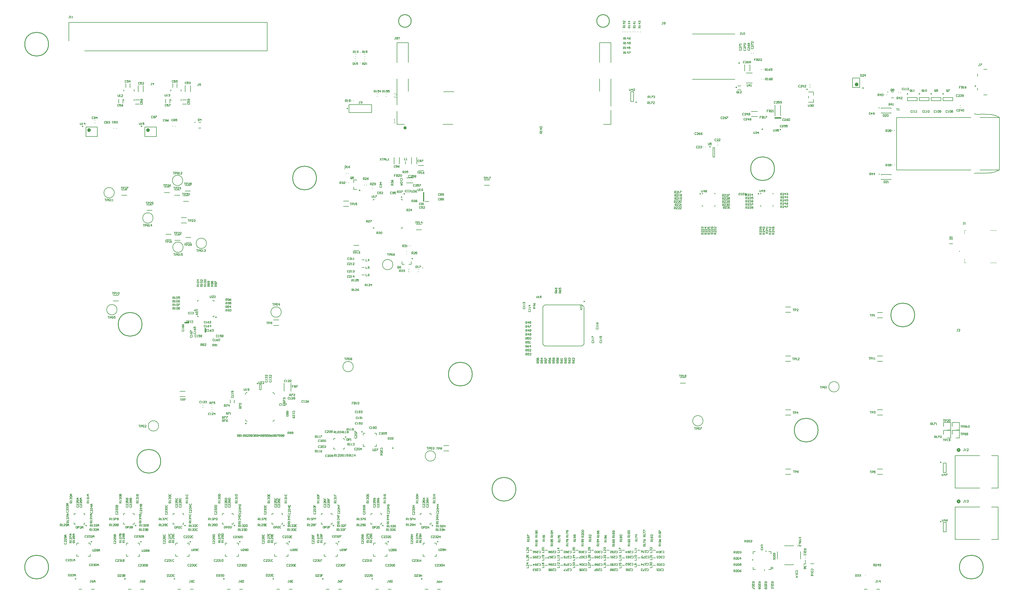
<source format=gbr>
%TF.GenerationSoftware,Altium Limited,Altium Designer,22.6.1 (34)*%
G04 Layer_Color=65535*
%FSLAX26Y26*%
%MOIN*%
%TF.SameCoordinates,08F94D22-2ED8-4738-ABBF-34BB79D8E07D*%
%TF.FilePolarity,Positive*%
%TF.FileFunction,Legend,Top*%
%TF.Part,Single*%
G01*
G75*
%TA.AperFunction,NonConductor*%
%ADD245C,0.009842*%
%ADD246C,0.006000*%
%ADD248C,0.023622*%
%ADD249C,0.010000*%
%ADD250C,0.003937*%
%ADD251C,0.020000*%
%ADD252C,0.007874*%
%ADD253C,0.005906*%
%ADD254C,0.001968*%
%ADD255C,0.003000*%
%ADD256C,0.005000*%
%ADD336C,0.006299*%
%ADD337C,0.015748*%
G36*
X9533610Y411961D02*
X9548610D01*
Y401961D01*
X9533610D01*
Y411961D01*
D02*
G37*
G36*
X9397118Y528762D02*
X9387118D01*
Y543762D01*
X9397118D01*
Y528762D01*
D02*
G37*
G36*
X9553300Y640874D02*
X9568300D01*
Y650874D01*
X9553300D01*
Y640874D01*
D02*
G37*
D245*
X9746894Y5978543D02*
G03*
X9746894Y5978543I-4921J0D01*
G01*
X9519528Y5983465D02*
G03*
X9519528Y5983465I-4921J0D01*
G01*
X10792520Y6504071D02*
G03*
X10792520Y6504071I-4921J0D01*
G01*
X5214921Y295079D02*
G03*
X5214921Y295079I-4921J0D01*
G01*
X11774724Y1769882D02*
G03*
X11774724Y1769882I-4921J0D01*
G01*
Y1019882D02*
G03*
X11774724Y1019882I-4921J0D01*
G01*
X2345433Y3692638D02*
G03*
X2345433Y3692638I-4921J0D01*
G01*
X4589921Y295079D02*
G03*
X4589921Y295079I-4921J0D01*
G01*
X9470437Y5165756D02*
G03*
X9470437Y5165756I-4921J0D01*
G01*
X8735437D02*
G03*
X8735437Y5165756I-4921J0D01*
G01*
X4994646Y5165551D02*
G03*
X4994646Y5165551I-4921J0D01*
G01*
X839921Y295079D02*
G03*
X839921Y295079I-4921J0D01*
G01*
X2992756Y2261339D02*
G03*
X2992756Y2261339I-4921J0D01*
G01*
X7268701Y3805118D02*
G03*
X7268701Y3805118I-4921J0D01*
G01*
X11804921Y6430000D02*
G03*
X11804921Y6430000I-4921J0D01*
G01*
X11354921D02*
G03*
X11354921Y6430000I-4921J0D01*
G01*
X11504921D02*
G03*
X11504921Y6430000I-4921J0D01*
G01*
X11654921D02*
G03*
X11654921Y6430000I-4921J0D01*
G01*
X4962087Y5123661D02*
G03*
X4962087Y5123661I-4921J0D01*
G01*
X4276535Y6245236D02*
G03*
X4276535Y6245236I-4921J0D01*
G01*
X12211535Y6528819D02*
G03*
X12211535Y6528819I-4921J0D01*
G01*
X8857677Y5760866D02*
G03*
X8857677Y5760866I-4921J0D01*
G01*
X4849843Y1950000D02*
G03*
X4849843Y1950000I-4921J0D01*
G01*
X3964921Y295079D02*
G03*
X3964921Y295079I-4921J0D01*
G01*
X3339921D02*
G03*
X3339921Y295079I-4921J0D01*
G01*
X2714921D02*
G03*
X2714921Y295079I-4921J0D01*
G01*
X2089921D02*
G03*
X2089921Y295079I-4921J0D01*
G01*
X1464921D02*
G03*
X1464921Y295079I-4921J0D01*
G01*
X9226772Y6820276D02*
G03*
X9226772Y6820276I-4921J0D01*
G01*
X9190551Y6511890D02*
G03*
X9190551Y6511890I-4921J0D01*
G01*
X7925118Y6325118D02*
G03*
X7925118Y6325118I-4921J0D01*
G01*
X928780Y6018898D02*
G03*
X928780Y6018898I-4921J0D01*
G01*
X1673780D02*
G03*
X1673780Y6018898I-4921J0D01*
G01*
X3140472Y2765276D02*
G03*
X3140472Y2765276I-4921J0D01*
G01*
X4431181Y5209134D02*
G03*
X4431181Y5209134I-4921J0D01*
G01*
X5095788Y4346260D02*
G03*
X5095788Y4346260I-4921J0D01*
G01*
D246*
X2347039Y6067800D02*
G03*
X2345742Y6067093I-2039J2200D01*
G01*
X11102039Y6450241D02*
G03*
X11100743Y6449534I-2039J2200D01*
G01*
X2376500Y3818500D02*
X2392002D01*
X2583500Y3802998D02*
Y3818500D01*
Y3611500D02*
Y3627002D01*
X2376500Y3611500D02*
X2392002D01*
X2376500Y3802998D02*
Y3818500D01*
X2567998D02*
X2583500D01*
X2376500Y3611500D02*
Y3627002D01*
X2567998Y3611500D02*
X2583500D01*
X8134252Y655473D02*
X8165748D01*
X8134252Y560473D02*
X8165748D01*
X8134252Y465473D02*
X8165748D01*
X6964252D02*
X6995748D01*
X6964252Y560473D02*
X6995748D01*
X7159252Y465473D02*
X7190748D01*
X7159252Y560473D02*
X7190748D01*
X7159252Y655473D02*
X7190748D01*
X6964252D02*
X6995748D01*
X7549252Y465473D02*
X7580748D01*
X7354252D02*
X7385748D01*
X7354252Y560473D02*
X7385748D01*
X7549252D02*
X7580748D01*
X7549252Y655473D02*
X7580748D01*
X7354252D02*
X7385748D01*
X6574252Y465473D02*
X6605748D01*
X6574252Y655473D02*
X6605748D01*
X6574252Y560473D02*
X6605748D01*
X6769252Y465473D02*
X6800748D01*
X6769252Y560473D02*
X6800748D01*
X6769252Y655473D02*
X6800748D01*
X7744252Y465473D02*
X7775748D01*
X7744252Y560473D02*
X7775748D01*
X7744252Y655473D02*
X7775748D01*
X7939252D02*
X7970748D01*
X7939252Y560473D02*
X7970748D01*
X7939252Y465473D02*
X7970748D01*
X9398075Y412917D02*
Y443025D01*
Y639917D02*
X9428182D01*
X9625075Y609810D02*
Y639917D01*
Y412917D02*
Y443025D01*
X9398075Y412917D02*
X9428182D01*
X9398075Y609810D02*
Y639917D01*
X9594968D02*
X9625075D01*
X9594968Y412917D02*
X9625075D01*
X10162500Y6414600D02*
Y6455000D01*
X10097500Y6377198D02*
Y6402802D01*
Y6325000D02*
X10162500D01*
Y6365400D01*
X10097500Y6455000D02*
X10162500D01*
X4568000Y1122000D02*
X4586372D01*
X4702000Y1103628D02*
Y1122000D01*
Y988000D02*
Y1006372D01*
X4568000Y988000D02*
X4586372D01*
X4568000Y1103628D02*
Y1122000D01*
X4683628D02*
X4702000D01*
X4568000Y988000D02*
Y1006372D01*
X4683628Y988000D02*
X4702000D01*
X4602874Y581260D02*
Y605837D01*
Y748740D02*
X4627451D01*
X4745777D02*
X4770354D01*
Y581260D02*
Y605837D01*
X4602874Y581260D02*
X4627451D01*
X4602874Y724163D02*
Y748740D01*
X4745777Y581260D02*
X4770354D01*
Y724163D02*
Y748740D01*
X5193000Y1122000D02*
X5211372D01*
X5327000Y1103628D02*
Y1122000D01*
Y988000D02*
Y1006372D01*
X5193000Y988000D02*
X5211372D01*
X5193000Y1103628D02*
Y1122000D01*
X5308628D02*
X5327000D01*
X5193000Y988000D02*
Y1006372D01*
X5308628Y988000D02*
X5327000D01*
X5227874Y581260D02*
Y605837D01*
Y748740D02*
X5252451D01*
X5370777D02*
X5395354D01*
Y581260D02*
Y605837D01*
X5227874Y581260D02*
X5252451D01*
X5227874Y724163D02*
Y748740D01*
X5370777Y581260D02*
X5395354D01*
Y724163D02*
Y748740D01*
X3318000Y1122000D02*
X3336372D01*
X3452000Y1103628D02*
Y1122000D01*
Y988000D02*
Y1006372D01*
X3318000Y988000D02*
X3336372D01*
X3318000Y1103628D02*
Y1122000D01*
X3433628D02*
X3452000D01*
X3318000Y988000D02*
Y1006372D01*
X3433628Y988000D02*
X3452000D01*
X818000Y1122000D02*
X836372D01*
X952000Y1103628D02*
Y1122000D01*
Y988000D02*
Y1006372D01*
X818000Y988000D02*
X836372D01*
X818000Y1103628D02*
Y1122000D01*
X933628D02*
X952000D01*
X818000Y988000D02*
Y1006372D01*
X933628Y988000D02*
X952000D01*
X852874Y581260D02*
Y605837D01*
Y748740D02*
X877451D01*
X995777D02*
X1020354D01*
Y581260D02*
Y605837D01*
X852874Y581260D02*
X877451D01*
X852874Y724163D02*
Y748740D01*
X995777Y581260D02*
X1020354D01*
Y724163D02*
Y748740D01*
X4454252Y4330000D02*
X4485748D01*
X2389967Y6071500D02*
X2420033D01*
X2389967Y5998500D02*
X2420033D01*
X12409953Y1445000D02*
X12495000D01*
X11950000D02*
Y1855000D01*
Y1445000D02*
X12260047D01*
X12495000D02*
Y1855000D01*
X12409953D02*
X12495000D01*
X11950000D02*
X12260047D01*
X4614163Y1971260D02*
X4638740D01*
X4471260D02*
Y1995837D01*
Y2114163D02*
Y2138740D01*
X4614163D02*
X4638740D01*
Y1971260D02*
Y1995837D01*
X4471260Y1971260D02*
X4495837D01*
X4638740Y2114163D02*
Y2138740D01*
X4471260D02*
X4495837D01*
X4098000Y1938000D02*
Y1956372D01*
Y2072000D02*
X4116372D01*
X4213628D02*
X4232000D01*
Y1938000D02*
Y1956372D01*
X4098000Y1938000D02*
X4116372D01*
X4098000Y2053628D02*
Y2072000D01*
X4213628Y1938000D02*
X4232000D01*
Y2053628D02*
Y2072000D01*
X4454252Y4140000D02*
X4485748D01*
X4454252Y4235000D02*
X4485748D01*
X4898000Y6044000D02*
Y6209812D01*
X7457055Y7077622D02*
X7602000D01*
X7457055Y6826041D02*
Y7077622D01*
X5489542Y6456000D02*
X5616676D01*
X5042945Y6464100D02*
Y6618841D01*
X4898000Y7077622D02*
X5042945D01*
X7602000Y6826041D02*
Y7077622D01*
X7509061Y6044000D02*
X7602000D01*
X4898000D02*
X4990735D01*
X5477731D02*
X5604865D01*
X4898000Y6290188D02*
Y6618841D01*
X7602000Y6044000D02*
Y6225155D01*
X5042945Y6826041D02*
Y7077622D01*
X4898000Y6826041D02*
Y7077622D01*
X7457055Y6464100D02*
Y6618841D01*
X7602000Y6274845D02*
Y6618841D01*
X4145354Y724163D02*
Y748740D01*
X4120777Y581260D02*
X4145354D01*
X3977874Y724163D02*
Y748740D01*
Y581260D02*
X4002451D01*
X4145354D02*
Y605837D01*
X4120777Y748740D02*
X4145354D01*
X3977874D02*
X4002451D01*
X3977874Y581260D02*
Y605837D01*
X4058628Y988000D02*
X4077000D01*
X3943000D02*
Y1006372D01*
X4058628Y1122000D02*
X4077000D01*
X3943000Y1103628D02*
Y1122000D01*
Y988000D02*
X3961372D01*
X4077000D02*
Y1006372D01*
Y1103628D02*
Y1122000D01*
X3943000D02*
X3961372D01*
X3520354Y724163D02*
Y748740D01*
X3495777Y581260D02*
X3520354D01*
X3352874Y724163D02*
Y748740D01*
Y581260D02*
X3377451D01*
X3520354D02*
Y605837D01*
X3495777Y748740D02*
X3520354D01*
X3352874D02*
X3377451D01*
X3352874Y581260D02*
Y605837D01*
X2895354Y724163D02*
Y748740D01*
X2870777Y581260D02*
X2895354D01*
X2727874Y724163D02*
Y748740D01*
Y581260D02*
X2752451D01*
X2895354D02*
Y605837D01*
X2870777Y748740D02*
X2895354D01*
X2727874D02*
X2752451D01*
X2727874Y581260D02*
Y605837D01*
X2808628Y988000D02*
X2827000D01*
X2693000D02*
Y1006372D01*
X2808628Y1122000D02*
X2827000D01*
X2693000Y1103628D02*
Y1122000D01*
Y988000D02*
X2711372D01*
X2827000D02*
Y1006372D01*
Y1103628D02*
Y1122000D01*
X2693000D02*
X2711372D01*
X2270354Y724163D02*
Y748740D01*
X2245777Y581260D02*
X2270354D01*
X2102874Y724163D02*
Y748740D01*
Y581260D02*
X2127451D01*
X2270354D02*
Y605837D01*
X2245777Y748740D02*
X2270354D01*
X2102874D02*
X2127451D01*
X2102874Y581260D02*
Y605837D01*
X2183628Y988000D02*
X2202000D01*
X2068000D02*
Y1006372D01*
X2183628Y1122000D02*
X2202000D01*
X2068000Y1103628D02*
Y1122000D01*
Y988000D02*
X2086372D01*
X2202000D02*
Y1006372D01*
Y1103628D02*
Y1122000D01*
X2068000D02*
X2086372D01*
X1645354Y724163D02*
Y748740D01*
X1620777Y581260D02*
X1645354D01*
X1477874Y724163D02*
Y748740D01*
Y581260D02*
X1502451D01*
X1645354D02*
Y605837D01*
X1620777Y748740D02*
X1645354D01*
X1477874D02*
X1502451D01*
X1477874Y581260D02*
Y605837D01*
X1558628Y988000D02*
X1577000D01*
X1443000D02*
Y1006372D01*
X1558628Y1122000D02*
X1577000D01*
X1443000Y1103628D02*
Y1122000D01*
Y988000D02*
X1461372D01*
X1577000D02*
Y1006372D01*
Y1103628D02*
Y1122000D01*
X1443000D02*
X1461372D01*
X9310500Y6566000D02*
X9389500D01*
X9310500Y6694000D02*
X9389500D01*
X11144967Y6380941D02*
X11175033D01*
X11144967Y6453941D02*
X11175033D01*
X11141102Y6244927D02*
Y6251575D01*
X11018898Y6188425D02*
Y6195073D01*
Y6188425D02*
X11141102D01*
Y6195073D01*
X11018898Y6251575D02*
X11141102D01*
X11018898Y6244927D02*
Y6251575D01*
X11141102Y5404927D02*
Y5411575D01*
X11018898Y5348425D02*
Y5355073D01*
Y5348425D02*
X11141102D01*
Y5355073D01*
X11018898Y5411575D02*
X11141102D01*
X11018898Y5404927D02*
Y5411575D01*
X12409953Y795000D02*
X12495000D01*
X11950000D02*
Y1205000D01*
Y795000D02*
X12260047D01*
X12495000D02*
Y1205000D01*
X12409953D02*
X12495000D01*
X11950000D02*
X12260047D01*
D248*
X10717717Y6549346D02*
G03*
X10717717Y6549346I-11811J0D01*
G01*
X1018346Y5971654D02*
G03*
X1018346Y5971654I-11811J0D01*
G01*
X1763347D02*
G03*
X1763347Y5971654I-11811J0D01*
G01*
D249*
X2615000Y3605000D02*
G03*
X2615000Y3605000I-5000J0D01*
G01*
X10085000Y6487000D02*
G03*
X10085000Y6487000I-5000J0D01*
G01*
X4725000Y970000D02*
G03*
X4725000Y970000I-5000J0D01*
G01*
X4791614Y765000D02*
G03*
X4791614Y765000I-5000J0D01*
G01*
X5350000Y970000D02*
G03*
X5350000Y970000I-5000J0D01*
G01*
X5416614Y765000D02*
G03*
X5416614Y765000I-5000J0D01*
G01*
X3475000Y970000D02*
G03*
X3475000Y970000I-5000J0D01*
G01*
X975000D02*
G03*
X975000Y970000I-5000J0D01*
G01*
X1041614Y765000D02*
G03*
X1041614Y765000I-5000J0D01*
G01*
X7582000Y7352000D02*
G03*
X7582000Y7352000I-80000J0D01*
G01*
X5078000D02*
G03*
X5078000Y7352000I-80000J0D01*
G01*
X4460000Y2155000D02*
G03*
X4460000Y2155000I-5000J0D01*
G01*
X4255000Y2090000D02*
G03*
X4255000Y2090000I-5000J0D01*
G01*
X494488Y7058268D02*
G03*
X494488Y7058268I-150000J0D01*
G01*
Y444094D02*
G03*
X494488Y444094I-150000J0D01*
G01*
X4166614Y765000D02*
G03*
X4166614Y765000I-5000J0D01*
G01*
X4100000Y970000D02*
G03*
X4100000Y970000I-5000J0D01*
G01*
X3541614Y765000D02*
G03*
X3541614Y765000I-5000J0D01*
G01*
X2916614D02*
G03*
X2916614Y765000I-5000J0D01*
G01*
X2850000Y970000D02*
G03*
X2850000Y970000I-5000J0D01*
G01*
X2291614Y765000D02*
G03*
X2291614Y765000I-5000J0D01*
G01*
X2225000Y970000D02*
G03*
X2225000Y970000I-5000J0D01*
G01*
X1666614Y765000D02*
G03*
X1666614Y765000I-5000J0D01*
G01*
X1600000Y970000D02*
G03*
X1600000Y970000I-5000J0D01*
G01*
X9667717Y5483465D02*
G03*
X9667717Y5483465I-150000J0D01*
G01*
X3880315Y5365354D02*
G03*
X3880315Y5365354I-150000J0D01*
G01*
X11439370Y3633071D02*
G03*
X11439370Y3633071I-150000J0D01*
G01*
X5848819Y2885039D02*
G03*
X5848819Y2885039I-150000J0D01*
G01*
X1675591Y3514961D02*
G03*
X1675591Y3514961I-150000J0D01*
G01*
X10218898Y2176378D02*
G03*
X10218898Y2176378I-150000J0D01*
G01*
X6400000Y1428347D02*
G03*
X6400000Y1428347I-150000J0D01*
G01*
X1911811Y1782677D02*
G03*
X1911811Y1782677I-150000J0D01*
G01*
X12305512Y444094D02*
G03*
X12305512Y444094I-150000J0D01*
G01*
D250*
X4647968Y5580000D02*
G03*
X4647968Y5580000I-1968J0D01*
G01*
X2173878Y6497638D02*
G03*
X2173878Y6497638I-1968J0D01*
G01*
X1578878D02*
G03*
X1578878Y6497638I-1968J0D01*
G01*
X10813031Y345906D02*
X10816969D01*
X10813031Y334094D02*
X10816969D01*
D251*
X12010000Y1925000D02*
G03*
X12010000Y1925000I-15000J0D01*
G01*
X5010000Y6000000D02*
G03*
X5010000Y6000000I-10000J0D01*
G01*
X12010000Y1275000D02*
G03*
X12010000Y1275000I-15000J0D01*
G01*
D252*
X12006457Y4434055D02*
G03*
X12006457Y4441929I0J3937D01*
G01*
D02*
G03*
X12006457Y4434055I0J-3937D01*
G01*
X12217087Y5428313D02*
G03*
X12190755Y5422164I-2239J-49875D01*
G01*
X12404264Y6170228D02*
G03*
X12291197Y6173022I-80489J-968239D01*
G01*
X12510000Y6132087D02*
G03*
X12404264Y6170228I-165551J-293307D01*
G01*
X12291197Y6173022D02*
G03*
X12272672Y6171975I-1192J-143374D01*
G01*
X12190755Y6177836D02*
G03*
X12217087Y6171687I24094J43727D01*
G01*
X12291197Y5426978D02*
G03*
X12404264Y5429772I32578J971033D01*
G01*
D02*
G03*
X12510000Y5467913I-59815J331449D01*
G01*
X12272672Y5428025D02*
G03*
X12291197Y5426978I17334J142327D01*
G01*
X5488583Y1981929D02*
X5555512D01*
X5488583Y1913032D02*
X5555512D01*
X4348780Y6344764D02*
Y6348701D01*
X4321220Y6344764D02*
Y6348701D01*
X9674370Y6153780D02*
Y6287638D01*
X9745236Y6153780D02*
Y6287638D01*
X9374287Y6208189D02*
X9455319D01*
X9374287Y6143228D02*
X9455319D01*
X10054606Y557638D02*
X10058543D01*
X10054606Y585197D02*
X10058543D01*
X10056575Y500669D02*
Y532165D01*
X10125906Y486417D02*
X10167244D01*
X2790000Y2521063D02*
Y2560433D01*
X2840000Y2521063D02*
Y2560433D01*
X1381039Y6312195D02*
Y6362293D01*
X1434189Y6312195D02*
Y6362293D01*
X11156220Y5530032D02*
Y5533968D01*
X11183780Y5530032D02*
Y5533968D01*
X5046032Y4208780D02*
X5049968D01*
X5046032Y4181220D02*
X5049968D01*
X11803937Y2125000D02*
Y2172756D01*
X11896063D01*
Y2077284D02*
Y2172756D01*
X11850000Y2077284D02*
X11896063D01*
X11803937Y2225000D02*
Y2272756D01*
X11896063D01*
Y2177284D02*
Y2272756D01*
X11850000Y2177284D02*
X11896063D01*
X11960000Y2077284D02*
X12006063D01*
Y2172756D01*
X11913937D02*
X12006063D01*
X11913937Y2125000D02*
Y2172756D01*
Y2225000D02*
Y2272756D01*
X12006063D01*
Y2177284D02*
Y2272756D01*
X11960000Y2177284D02*
X12006063D01*
X10654724Y6632024D02*
X10745276D01*
X10654724Y6509976D02*
X10745276D01*
X10654724D02*
Y6632024D01*
X10745276Y6509976D02*
Y6632024D01*
X11800315Y1761024D02*
X11839685D01*
X11800315Y1638976D02*
X11839685D01*
X11800315D02*
Y1761024D01*
X11839685Y1638976D02*
Y1761024D01*
X11800315Y1011024D02*
X11839685D01*
X11800315Y888976D02*
X11839685D01*
X11800315D02*
Y1011024D01*
X11839685Y888976D02*
Y1011024D01*
X2261772Y3648347D02*
X2328701D01*
X2261772Y3668032D02*
X2328701D01*
X2261772Y3648347D02*
Y3668032D01*
X2328701Y3648347D02*
Y3668032D01*
X10966535Y1684449D02*
X11033465D01*
X10966535Y1615551D02*
X11033465D01*
X4784055Y163008D02*
X4823425D01*
X4626575D02*
X4665945D01*
X5409055D02*
X5448425D01*
X5251575D02*
X5290945D01*
X9491106Y5010244D02*
X9499965D01*
X9491106D02*
Y5019102D01*
X9643665Y5010244D02*
X9652524D01*
Y5019102D01*
Y5162803D02*
Y5171661D01*
X9643665D02*
X9652524D01*
X9491106D02*
X9499965D01*
X9491106Y5162803D02*
Y5171661D01*
X8756106Y5010244D02*
X8764965D01*
X8756106D02*
Y5019102D01*
X8908665Y5010244D02*
X8917524D01*
Y5019102D01*
Y5162803D02*
Y5171661D01*
X8908665D02*
X8917524D01*
X8756106D02*
X8764965D01*
X8756106Y5162803D02*
Y5171661D01*
X2196535Y5139449D02*
X2263465D01*
X2196535Y5070551D02*
X2263465D01*
X2226535Y4614449D02*
X2293465D01*
X2226535Y4545551D02*
X2293465D01*
X2221535Y5269449D02*
X2288465D01*
X2221535Y5200551D02*
X2288465D01*
X1416535Y5214449D02*
X1483465D01*
X1416535Y5145551D02*
X1483465D01*
X1958346Y5249449D02*
X2025276D01*
X1958346Y5180551D02*
X2025276D01*
X1736535Y5024449D02*
X1803465D01*
X1736535Y4955551D02*
X1803465D01*
X2086535Y5214449D02*
X2153465D01*
X2086535Y5145551D02*
X2153465D01*
X2171535Y4864449D02*
X2238465D01*
X2171535Y4795551D02*
X2238465D01*
X2091535Y4644449D02*
X2158465D01*
X2091535Y4575551D02*
X2158465D01*
X1976535Y4654449D02*
X2043465D01*
X1976535Y4585551D02*
X2043465D01*
X5166535Y5524449D02*
X5233465D01*
X5166535Y5455551D02*
X5233465D01*
X5001535Y5190158D02*
Y5209842D01*
X5068465Y5190158D02*
Y5209842D01*
X5001535Y5190158D02*
X5068465D01*
X5001535Y5209842D02*
X5068465D01*
X3331535Y2286929D02*
X3348071Y2303465D01*
X3331535Y2653071D02*
X3348071Y2636535D01*
X2981929D02*
X2998465Y2653071D01*
X2981929Y2303465D02*
X2998465Y2286929D01*
X3348071Y2303465D02*
Y2308583D01*
X3326417Y2286929D02*
X3331535D01*
X3348071Y2631417D02*
Y2636535D01*
X3326417Y2653071D02*
X3331535D01*
X2998465D02*
X3003583D01*
X2981929Y2631417D02*
Y2636535D01*
Y2303465D02*
Y2308583D01*
X2998465Y2286929D02*
X3003583D01*
X7216535Y3700787D02*
Y3759843D01*
Y3700787D02*
X7236221D01*
Y3759843D01*
X6740158Y3263780D02*
X6763779Y3240157D01*
X6740158Y3736220D02*
X6763779Y3759843D01*
X7236221Y3240157D02*
X7259842Y3263780D01*
X7236221Y3759843D02*
X7259842Y3736220D01*
X6740158Y3263780D02*
Y3736220D01*
X7259842Y3263780D02*
Y3736220D01*
X6763779Y3240157D02*
X7236221D01*
X6763779Y3759843D02*
X7236221D01*
X11798976Y6345315D02*
X11921024D01*
X11798976Y6384685D02*
X11921024D01*
X11798976Y6345315D02*
Y6384685D01*
X11921024Y6345315D02*
Y6384685D01*
X11348976Y6345315D02*
X11471024D01*
X11348976Y6384685D02*
X11471024D01*
X11348976Y6345315D02*
Y6384685D01*
X11471024Y6345315D02*
Y6384685D01*
X11498976Y6345315D02*
X11621024D01*
X11498976Y6384685D02*
X11621024D01*
X11498976Y6345315D02*
Y6384685D01*
X11621024Y6345315D02*
Y6384685D01*
X11648976Y6345315D02*
X11771024D01*
X11648976Y6384685D02*
X11771024D01*
X11648976Y6345315D02*
Y6384685D01*
X11771024Y6345315D02*
Y6384685D01*
X5147480Y5544484D02*
Y5625516D01*
X5082520Y5544484D02*
Y5625516D01*
X4596929Y5083307D02*
Y5098071D01*
X4611693D01*
X4596929Y4731929D02*
Y4746693D01*
Y4731929D02*
X4611693D01*
X4948307D02*
X4963071D01*
Y4746693D01*
Y5083307D02*
Y5098071D01*
X4948307D02*
X4963071D01*
X5251732Y5068445D02*
X5300945D01*
X5237953Y5070020D02*
Y5184980D01*
X5232047D02*
X5237953D01*
X5232047Y5070020D02*
Y5184980D01*
Y5070020D02*
X5237953D01*
X2038071Y6465157D02*
Y6481929D01*
X2043976D01*
X2038071Y6348071D02*
Y6364843D01*
Y6348071D02*
X2043976D01*
X2171929D02*
Y6364823D01*
X2166024Y6348071D02*
X2171929D01*
X2166024Y6481929D02*
X2171929D01*
Y6465177D02*
Y6481929D01*
X1443071Y6465157D02*
Y6481929D01*
X1448976D01*
X1443071Y6348071D02*
Y6364843D01*
Y6348071D02*
X1448976D01*
X1576929D02*
Y6364823D01*
X1571024Y6348071D02*
X1576929D01*
X1571024Y6481929D02*
X1576929D01*
Y6465177D02*
Y6481929D01*
X8476535Y2839449D02*
X8543465D01*
X8476535Y2770551D02*
X8543465D01*
X6000394Y5341319D02*
X6067323D01*
X6000394Y5272421D02*
X6067323D01*
X4488032Y6873780D02*
X4491968D01*
X4488032Y6846220D02*
X4491968D01*
X4488032Y6901220D02*
X4491968D01*
X4488032Y6928780D02*
X4491968D01*
X4290453Y6295283D02*
X4579547D01*
Y6195189D02*
Y6295283D01*
X4290453Y6195189D02*
X4579547D01*
X4290453D02*
Y6295283D01*
X4373032Y6845236D02*
X4376968D01*
X4373032Y6874764D02*
X4376968D01*
X4373032Y6900236D02*
X4376968D01*
X4373032Y6929764D02*
X4376968D01*
X2187943Y6353583D02*
X2238041D01*
X2187943Y6300433D02*
X2238041D01*
X1592951Y6353583D02*
X1643049D01*
X1592951Y6300433D02*
X1643049D01*
X2029173Y6312195D02*
Y6362293D01*
X1976024Y6312195D02*
Y6362293D01*
X2065630Y6509951D02*
Y6560049D01*
X2118780Y6509951D02*
Y6560049D01*
X1470630Y6509951D02*
Y6560049D01*
X1523780Y6509951D02*
Y6560049D01*
X2287480Y6456177D02*
Y6537209D01*
X2222520Y6456177D02*
Y6537209D01*
X1692480Y6456177D02*
Y6537209D01*
X1627520Y6456177D02*
Y6537209D01*
X8948031Y5785236D02*
X8951969D01*
X8948031Y5814764D02*
X8951969D01*
X9806535Y3734449D02*
X9873465D01*
X9806535Y3665551D02*
X9873465D01*
X12236142Y6476654D02*
Y6505197D01*
Y6654803D02*
Y6683346D01*
X12309961Y6741417D02*
X12355236D01*
X12309961Y6418583D02*
X12355236D01*
X750000Y7100000D02*
Y7332874D01*
X3257874D01*
Y6975000D02*
Y7332874D01*
X950000Y6975000D02*
X3257874D01*
X8909843Y5628976D02*
Y5751024D01*
X8890157Y5628976D02*
Y5751024D01*
Y5628976D02*
X8909843D01*
X8890157Y5751024D02*
X8909843D01*
X9806535Y3115158D02*
X9873465D01*
X9806535Y3046260D02*
X9873465D01*
X10966535Y3115158D02*
X11033465D01*
X10966535Y3046260D02*
X11033465D01*
X10959055Y163008D02*
X10998425D01*
X10801575D02*
X10840945D01*
X8765236Y5758032D02*
Y5761968D01*
X8794764Y5758032D02*
Y5761968D01*
X2155905Y2668307D02*
X2222835D01*
X2155905Y2599410D02*
X2222835D01*
X4648032Y6429764D02*
X4651968D01*
X4648032Y6400236D02*
X4651968D01*
X4758032Y6429764D02*
X4761968D01*
X4758032Y6400236D02*
X4761968D01*
X9533780Y6618032D02*
Y6621968D01*
X9506220Y6618032D02*
Y6621968D01*
X9533780Y6738032D02*
Y6741968D01*
X9506220Y6738032D02*
Y6741968D01*
X4001575Y163008D02*
X4040945D01*
X4159055D02*
X4198425D01*
X3376575D02*
X3415945D01*
X3534055D02*
X3573425D01*
X2751575D02*
X2790945D01*
X2909055D02*
X2948425D01*
X2126575D02*
X2165945D01*
X2284055D02*
X2323425D01*
X1501575D02*
X1540945D01*
X1659055D02*
X1698425D01*
X876575D02*
X915945D01*
X1034055D02*
X1073425D01*
X11879331Y4589567D02*
X11920669D01*
X11879331Y4534449D02*
X11920669D01*
X7843780Y7213032D02*
Y7216968D01*
X7816220Y7213032D02*
Y7216968D01*
X7973780Y7213032D02*
Y7216968D01*
X7946220Y7213032D02*
Y7216968D01*
X7778780Y7213032D02*
Y7216968D01*
X7751220Y7213032D02*
Y7216968D01*
X7908780Y7213032D02*
Y7216968D01*
X7881220Y7213032D02*
Y7216968D01*
X8632283Y7185433D02*
X9167717D01*
X8632283Y6614567D02*
X9167717D01*
X9205315Y6529606D02*
X9244685D01*
X9205315Y6480394D02*
X9244685D01*
X9292520Y6719484D02*
Y6800516D01*
X9357480Y6719484D02*
Y6800516D01*
X9376220Y6943032D02*
Y6946969D01*
X9403780Y6943032D02*
Y6946969D01*
X7850315Y6333976D02*
Y6456024D01*
X7889685Y6333976D02*
Y6456024D01*
X7850315D02*
X7889685D01*
X7850315Y6333976D02*
X7889685D01*
X1320236Y5993307D02*
Y5997244D01*
X1349764Y5993307D02*
Y5997244D01*
X1078032Y6065236D02*
X1081968D01*
X1078032Y6094764D02*
X1081968D01*
X967165Y5888976D02*
X1112835D01*
X967165Y6011024D02*
X1112835D01*
Y5888976D02*
Y6011024D01*
X967165Y5888976D02*
Y6011024D01*
X2065236Y6018898D02*
Y6022835D01*
X2094764Y6018898D02*
Y6022835D01*
X1712165Y5888976D02*
X1857835D01*
X1712165Y6011024D02*
X1857835D01*
Y5888976D02*
Y6011024D01*
X1712165Y5888976D02*
Y6011024D01*
X12217087Y5428313D02*
X12272672Y5428025D01*
X12263937Y6132087D02*
X12510000D01*
X11210000D02*
X12149764D01*
X11210000Y5467913D02*
X12149764D01*
X12263937D02*
X12510000D01*
Y6132087D01*
X11210000Y5467913D02*
Y6132087D01*
X12217087Y6171687D02*
X12272672Y6171975D01*
X11156220Y5965032D02*
Y5968968D01*
X11183780Y5965032D02*
Y5968968D01*
X11083780Y6418032D02*
Y6421968D01*
X11056220Y6418032D02*
Y6421968D01*
X11236220Y6443032D02*
Y6446968D01*
X11263780Y6443032D02*
Y6446968D01*
X5019484Y5367480D02*
X5100516D01*
X5019484Y5302520D02*
X5100516D01*
X12013031Y6255236D02*
X12016969D01*
X12013031Y6284764D02*
X12016969D01*
X10116031Y6516220D02*
X10119968D01*
X10116031Y6543779D02*
X10119968D01*
X3470709Y2670665D02*
Y2769335D01*
X3559291Y2670665D02*
Y2769335D01*
X2558032Y2466220D02*
X2561968D01*
X2558032Y2493780D02*
X2561968D01*
X2558032Y2438780D02*
X2561969D01*
X2558032Y2411220D02*
X2561969D01*
X2443032Y2494764D02*
X2446968D01*
X2443032Y2465236D02*
X2446968D01*
X3179843Y2686535D02*
Y2753465D01*
X3160157Y2686535D02*
Y2753465D01*
Y2686535D02*
X3179843D01*
X3160157Y2753465D02*
X3179843D01*
X4484252Y5278032D02*
Y5281968D01*
X4515748Y5278032D02*
Y5281968D01*
X5018032Y4404252D02*
X5021968D01*
X5018032Y4435748D02*
X5021968D01*
X4588032Y5234724D02*
X4591968D01*
X4588032Y5262284D02*
X4591968D01*
X4352441Y5307559D02*
Y5339055D01*
X4391811D01*
X4352441Y5220945D02*
Y5252441D01*
Y5220945D02*
X4391811D01*
X4284764Y5423032D02*
Y5426968D01*
X4255236Y5423032D02*
Y5426968D01*
X5065276Y4508032D02*
Y4511968D01*
X5037716Y4508032D02*
Y4511968D01*
X4283780Y5305591D02*
Y5309528D01*
X4256221Y5305591D02*
Y5309528D01*
X4960945Y4272441D02*
X4992441D01*
X4960945D02*
Y4311811D01*
X5047559Y4272441D02*
X5079055D01*
Y4311811D01*
X5163032Y4180236D02*
X5166968D01*
X5163032Y4209764D02*
X5166968D01*
X5005000Y5544252D02*
Y5575748D01*
X4862520Y5544484D02*
Y5625516D01*
X4927480Y5544484D02*
Y5625516D01*
X4351535Y4445551D02*
X4418465D01*
X4351535Y4514449D02*
X4418465D01*
X5141535Y4710551D02*
X5208465D01*
X5141535Y4779449D02*
X5208465D01*
X4221535Y5005551D02*
X4288465D01*
X4221535Y5074449D02*
X4288465D01*
X10966535Y3595551D02*
X11033465D01*
X10966535Y3664449D02*
X11033465D01*
X3336535Y3500551D02*
X3403465D01*
X3336535Y3569449D02*
X3403465D01*
X1311535Y3810551D02*
X1378465D01*
X1311535Y3879449D02*
X1378465D01*
X9806535Y2434449D02*
X9873465D01*
X9806535Y2365551D02*
X9873465D01*
X10966535Y2434449D02*
X11033465D01*
X10966535Y2365551D02*
X11033465D01*
X9806535Y1615551D02*
X9873465D01*
X9806535Y1684449D02*
X9873465D01*
D253*
X1360551Y3700000D02*
G03*
X1360551Y3700000I-65551J0D01*
G01*
X1815551Y4860000D02*
G03*
X1815551Y4860000I-65551J0D01*
G01*
X1325551Y5180000D02*
G03*
X1325551Y5180000I-65551J0D01*
G01*
X2195551Y4490000D02*
G03*
X2195551Y4490000I-65551J0D01*
G01*
X2490551Y4540000D02*
G03*
X2490551Y4540000I-65551J0D01*
G01*
X2190551Y5335000D02*
G03*
X2190551Y5335000I-65551J0D01*
G01*
X8765551Y2295000D02*
G03*
X8765551Y2295000I-65551J0D01*
G01*
X10485551Y2725000D02*
G03*
X10485551Y2725000I-65551J0D01*
G01*
X5385551Y1850000D02*
G03*
X5385551Y1850000I-65551J0D01*
G01*
X1885551Y2230000D02*
G03*
X1885551Y2230000I-65551J0D01*
G01*
X4345551Y2980000D02*
G03*
X4345551Y2980000I-65551J0D01*
G01*
X4845551Y4270000D02*
G03*
X4845551Y4270000I-65551J0D01*
G01*
X3435551Y3670000D02*
G03*
X3435551Y3670000I-65551J0D01*
G01*
D254*
X12396142Y4295276D02*
X12476142D01*
X12396142Y4704724D02*
X12476142D01*
X12067480Y4295276D02*
X12090000D01*
X12067480D02*
Y4342520D01*
Y4657480D02*
Y4704724D01*
X12090000D01*
X4430000Y6827872D02*
Y6820000D01*
Y6822624D01*
X4435248Y6827872D01*
X4431312Y6823936D01*
X4435248Y6820000D01*
X4430000Y6957872D02*
Y6950000D01*
Y6952624D01*
X4435248Y6957872D01*
X4431312Y6953936D01*
X4435248Y6950000D01*
X4237872Y5485000D02*
X4230000D01*
X4232624D01*
X4237872Y5479752D01*
X4233936Y5483688D01*
X4230000Y5479752D01*
X5225000Y4227128D02*
Y4235000D01*
Y4232376D01*
X5219752Y4227128D01*
X5223688Y4231064D01*
X5219752Y4235000D01*
D255*
X9653531Y416004D02*
X9620209Y449327D01*
X9653531D02*
X9620209Y416004D01*
X9653531Y432666D02*
X9620209D01*
X9636870Y449327D02*
Y416004D01*
X4858000Y6063500D02*
X4874661D01*
X4866331D01*
Y6113484D01*
X4858000Y6105153D01*
X4891323Y6386500D02*
X4858000D01*
X4891323Y6419823D01*
Y6428153D01*
X4882992Y6436484D01*
X4866331D01*
X4858000Y6428153D01*
X10985787Y6261993D02*
Y6249997D01*
Y6253995D01*
X10993785Y6261993D01*
X10987787Y6255995D01*
X10993785Y6249997D01*
X10985787Y5421993D02*
Y5409997D01*
Y5413995D01*
X10993785Y5421993D01*
X10987787Y5415995D01*
X10993785Y5409997D01*
D256*
X9793409Y712189D02*
X9910630D01*
X9793409Y475079D02*
X9910630D01*
X9997244Y545945D02*
Y640433D01*
X9705906Y545945D02*
Y640433D01*
X12065661Y4805992D02*
X12057331D01*
X12061496D01*
Y4785165D01*
X12057331Y4781000D01*
X12053165D01*
X12049000Y4785165D01*
X12073992Y4781000D02*
X12082323D01*
X12078157D01*
Y4805992D01*
X12073992Y4801827D01*
X10001567Y823189D02*
X9976575Y806528D01*
X10001567D02*
X9976575Y823189D01*
X10001567Y798197D02*
Y781536D01*
Y789867D01*
X9976575D01*
Y773205D02*
X9993236D01*
X10001567Y764875D01*
X9993236Y756544D01*
X9976575D01*
X9989071D01*
Y773205D01*
X10001567Y748213D02*
X9976575D01*
Y731552D01*
Y706560D02*
Y723221D01*
X9993236Y706560D01*
X9997401D01*
X10001567Y710726D01*
Y719056D01*
X9997401Y723221D01*
X4686000Y5614992D02*
X4702661Y5590000D01*
Y5614992D02*
X4686000Y5590000D01*
X4710992Y5614992D02*
X4727653D01*
X4719323D01*
Y5590000D01*
X4735984D02*
Y5606661D01*
X4744314Y5614992D01*
X4752645Y5606661D01*
Y5590000D01*
Y5602496D01*
X4735984D01*
X4760976Y5614992D02*
Y5590000D01*
X4777637D01*
X4785968D02*
X4794298D01*
X4790133D01*
Y5614992D01*
X4785968Y5610827D01*
X9480000Y5214992D02*
Y5194165D01*
X9484165Y5190000D01*
X9492496D01*
X9496661Y5194165D01*
Y5214992D01*
X9517488Y5190000D02*
Y5214992D01*
X9504992Y5202496D01*
X9521653D01*
X9529984Y5194165D02*
X9534149Y5190000D01*
X9542480D01*
X9546645Y5194165D01*
Y5210827D01*
X9542480Y5214992D01*
X9534149D01*
X9529984Y5210827D01*
Y5206661D01*
X9534149Y5202496D01*
X9546645D01*
X8746343Y5211811D02*
Y5190984D01*
X8750508Y5186819D01*
X8758839D01*
X8763004Y5190984D01*
Y5211811D01*
X8783831Y5186819D02*
Y5211811D01*
X8771335Y5199315D01*
X8787996D01*
X8796326Y5207645D02*
X8800492Y5211811D01*
X8808822D01*
X8812988Y5207645D01*
Y5203480D01*
X8808822Y5199315D01*
X8812988Y5195150D01*
Y5190984D01*
X8808822Y5186819D01*
X8800492D01*
X8796326Y5190984D01*
Y5195150D01*
X8800492Y5199315D01*
X8796326Y5203480D01*
Y5207645D01*
X8800492Y5199315D02*
X8808822D01*
X11785000Y1624992D02*
Y1604165D01*
X11789165Y1600000D01*
X11797496D01*
X11801661Y1604165D01*
Y1624992D01*
X11822488Y1600000D02*
Y1624992D01*
X11809992Y1612496D01*
X11826653D01*
X11834984Y1624992D02*
X11851645D01*
Y1620827D01*
X11834984Y1604165D01*
Y1600000D01*
X11787000Y1047992D02*
Y1027165D01*
X11791165Y1023000D01*
X11799496D01*
X11803661Y1027165D01*
Y1047992D01*
X11824488Y1023000D02*
Y1047992D01*
X11811992Y1035496D01*
X11828653D01*
X11853645Y1047992D02*
X11845314Y1043827D01*
X11836984Y1035496D01*
Y1027165D01*
X11841149Y1023000D01*
X11849480D01*
X11853645Y1027165D01*
Y1031331D01*
X11849480Y1035496D01*
X11836984D01*
X9521567Y726417D02*
X9500740D01*
X9496575Y722252D01*
Y713921D01*
X9500740Y709756D01*
X9521567D01*
X9496575Y688929D02*
X9521567D01*
X9509071Y701426D01*
Y684764D01*
X9517401Y676434D02*
X9521567Y672268D01*
Y663938D01*
X9517401Y659772D01*
X9513236D01*
X9509071Y663938D01*
Y668103D01*
Y663938D01*
X9504905Y659772D01*
X9500740D01*
X9496575Y663938D01*
Y672268D01*
X9500740Y676434D01*
X7835000Y6494992D02*
Y6474165D01*
X7839165Y6470000D01*
X7847496D01*
X7851661Y6474165D01*
Y6494992D01*
X7872488Y6470000D02*
Y6494992D01*
X7859992Y6482496D01*
X7876653D01*
X7901645Y6470000D02*
X7884984D01*
X7901645Y6486661D01*
Y6490827D01*
X7897480Y6494992D01*
X7889149D01*
X7884984Y6490827D01*
X9320000Y6549992D02*
Y6529165D01*
X9324165Y6525000D01*
X9332496D01*
X9336661Y6529165D01*
Y6549992D01*
X9357488Y6525000D02*
Y6549992D01*
X9344992Y6537496D01*
X9361653D01*
X9369984Y6525000D02*
X9378314D01*
X9374149D01*
Y6549992D01*
X9369984Y6545827D01*
X5080000Y5209992D02*
Y5189165D01*
X5084165Y5185000D01*
X5092496D01*
X5096661Y5189165D01*
Y5209992D01*
X5104992Y5205827D02*
X5109157Y5209992D01*
X5117488D01*
X5121653Y5205827D01*
Y5201661D01*
X5117488Y5197496D01*
X5113323D01*
X5117488D01*
X5121653Y5193331D01*
Y5189165D01*
X5117488Y5185000D01*
X5109157D01*
X5104992Y5189165D01*
X5146645Y5209992D02*
X5138314Y5205827D01*
X5129984Y5197496D01*
Y5189165D01*
X5134149Y5185000D01*
X5142480D01*
X5146645Y5189165D01*
Y5193331D01*
X5142480Y5197496D01*
X5129984D01*
X9654803Y5980701D02*
Y5959874D01*
X9658968Y5955709D01*
X9667299D01*
X9671464Y5959874D01*
Y5980701D01*
X9679795Y5976535D02*
X9683960Y5980701D01*
X9692291D01*
X9696456Y5976535D01*
Y5972370D01*
X9692291Y5968205D01*
X9688126D01*
X9692291D01*
X9696456Y5964039D01*
Y5959874D01*
X9692291Y5955709D01*
X9683960D01*
X9679795Y5959874D01*
X9721448Y5980701D02*
X9704787D01*
Y5968205D01*
X9713118Y5972370D01*
X9717283D01*
X9721448Y5968205D01*
Y5959874D01*
X9717283Y5955709D01*
X9708952D01*
X9704787Y5959874D01*
X9404803Y5950701D02*
Y5929874D01*
X9408968Y5925709D01*
X9417299D01*
X9421464Y5929874D01*
Y5950701D01*
X9429795Y5946535D02*
X9433960Y5950701D01*
X9442291D01*
X9446456Y5946535D01*
Y5942370D01*
X9442291Y5938205D01*
X9438126D01*
X9442291D01*
X9446456Y5934039D01*
Y5929874D01*
X9442291Y5925709D01*
X9433960D01*
X9429795Y5929874D01*
X9467283Y5925709D02*
Y5950701D01*
X9454787Y5938205D01*
X9471448D01*
X10095000Y6294992D02*
Y6274165D01*
X10099165Y6270000D01*
X10107496D01*
X10111661Y6274165D01*
Y6294992D01*
X10119992Y6290827D02*
X10124157Y6294992D01*
X10132488D01*
X10136653Y6290827D01*
Y6286661D01*
X10132488Y6282496D01*
X10128323D01*
X10132488D01*
X10136653Y6278331D01*
Y6274165D01*
X10132488Y6270000D01*
X10124157D01*
X10119992Y6274165D01*
X10144984Y6290827D02*
X10149149Y6294992D01*
X10157480D01*
X10161645Y6290827D01*
Y6274165D01*
X10157480Y6270000D01*
X10149149D01*
X10144984Y6274165D01*
Y6290827D01*
X5423819Y677063D02*
Y656236D01*
X5427984Y652071D01*
X5436315D01*
X5440480Y656236D01*
Y677063D01*
X5465472Y652071D02*
X5448811D01*
X5465472Y668732D01*
Y672898D01*
X5461307Y677063D01*
X5452976D01*
X5448811Y672898D01*
X5473802D02*
X5477968Y677063D01*
X5486298D01*
X5490464Y672898D01*
Y668732D01*
X5486298Y664567D01*
X5490464Y660402D01*
Y656236D01*
X5486298Y652071D01*
X5477968D01*
X5473802Y656236D01*
Y660402D01*
X5477968Y664567D01*
X5473802Y668732D01*
Y672898D01*
X5477968Y664567D02*
X5486298D01*
X5498794Y677063D02*
Y652071D01*
Y664567D01*
X5515456D01*
Y677063D01*
Y652071D01*
X4798685Y673378D02*
Y652551D01*
X4802850Y648386D01*
X4811181D01*
X4815346Y652551D01*
Y673378D01*
X4840338Y648386D02*
X4823677D01*
X4840338Y665047D01*
Y669212D01*
X4836173Y673378D01*
X4827842D01*
X4823677Y669212D01*
X4848669D02*
X4852834Y673378D01*
X4861165D01*
X4865330Y669212D01*
Y665047D01*
X4861165Y660882D01*
X4865330Y656716D01*
Y652551D01*
X4861165Y648386D01*
X4852834D01*
X4848669Y652551D01*
Y656716D01*
X4852834Y660882D01*
X4848669Y665047D01*
Y669212D01*
X4852834Y660882D02*
X4861165D01*
X4890322Y669212D02*
X4886157Y673378D01*
X4877826D01*
X4873661Y669212D01*
Y652551D01*
X4877826Y648386D01*
X4886157D01*
X4890322Y652551D01*
Y660882D01*
X4881991D01*
X4176614Y674992D02*
Y654165D01*
X4180779Y650000D01*
X4189110D01*
X4193275Y654165D01*
Y674992D01*
X4218267Y650000D02*
X4201606D01*
X4218267Y666661D01*
Y670827D01*
X4214102Y674992D01*
X4205771D01*
X4201606Y670827D01*
X4226598D02*
X4230763Y674992D01*
X4239094D01*
X4243259Y670827D01*
Y666661D01*
X4239094Y662496D01*
X4243259Y658331D01*
Y654165D01*
X4239094Y650000D01*
X4230763D01*
X4226598Y654165D01*
Y658331D01*
X4230763Y662496D01*
X4226598Y666661D01*
Y670827D01*
X4230763Y662496D02*
X4239094D01*
X4268251Y674992D02*
X4251590D01*
Y662496D01*
X4259920D01*
X4251590D01*
Y650000D01*
X3551614Y674992D02*
Y654165D01*
X3555779Y650000D01*
X3564110D01*
X3568275Y654165D01*
Y674992D01*
X3593267Y650000D02*
X3576606D01*
X3593267Y666661D01*
Y670827D01*
X3589102Y674992D01*
X3580771D01*
X3576606Y670827D01*
X3601598D02*
X3605763Y674992D01*
X3614094D01*
X3618259Y670827D01*
Y666661D01*
X3614094Y662496D01*
X3618259Y658331D01*
Y654165D01*
X3614094Y650000D01*
X3605763D01*
X3601598Y654165D01*
Y658331D01*
X3605763Y662496D01*
X3601598Y666661D01*
Y670827D01*
X3605763Y662496D02*
X3614094D01*
X3643251Y674992D02*
X3626590D01*
Y650000D01*
X3643251D01*
X3626590Y662496D02*
X3634920D01*
X2926614Y674992D02*
Y654165D01*
X2930779Y650000D01*
X2939110D01*
X2943275Y654165D01*
Y674992D01*
X2968267Y650000D02*
X2951606D01*
X2968267Y666661D01*
Y670827D01*
X2964102Y674992D01*
X2955771D01*
X2951606Y670827D01*
X2976598D02*
X2980763Y674992D01*
X2989094D01*
X2993259Y670827D01*
Y666661D01*
X2989094Y662496D01*
X2993259Y658331D01*
Y654165D01*
X2989094Y650000D01*
X2980763D01*
X2976598Y654165D01*
Y658331D01*
X2980763Y662496D01*
X2976598Y666661D01*
Y670827D01*
X2980763Y662496D02*
X2989094D01*
X3001590Y674992D02*
Y650000D01*
X3014086D01*
X3018251Y654165D01*
Y670827D01*
X3014086Y674992D01*
X3001590D01*
X2300000D02*
Y654165D01*
X2304165Y650000D01*
X2312496D01*
X2316661Y654165D01*
Y674992D01*
X2341653Y650000D02*
X2324992D01*
X2341653Y666661D01*
Y670827D01*
X2337488Y674992D01*
X2329157D01*
X2324992Y670827D01*
X2349984D02*
X2354149Y674992D01*
X2362480D01*
X2366645Y670827D01*
Y666661D01*
X2362480Y662496D01*
X2366645Y658331D01*
Y654165D01*
X2362480Y650000D01*
X2354149D01*
X2349984Y654165D01*
Y658331D01*
X2354149Y662496D01*
X2349984Y666661D01*
Y670827D01*
X2354149Y662496D02*
X2362480D01*
X2391637Y670827D02*
X2387472Y674992D01*
X2379141D01*
X2374976Y670827D01*
Y654165D01*
X2379141Y650000D01*
X2387472D01*
X2391637Y654165D01*
X1675000Y664992D02*
Y644165D01*
X1679165Y640000D01*
X1687496D01*
X1691661Y644165D01*
Y664992D01*
X1716653Y640000D02*
X1699992D01*
X1716653Y656661D01*
Y660827D01*
X1712488Y664992D01*
X1704157D01*
X1699992Y660827D01*
X1724984D02*
X1729149Y664992D01*
X1737480D01*
X1741645Y660827D01*
Y656661D01*
X1737480Y652496D01*
X1741645Y648331D01*
Y644165D01*
X1737480Y640000D01*
X1729149D01*
X1724984Y644165D01*
Y648331D01*
X1729149Y652496D01*
X1724984Y656661D01*
Y660827D01*
X1729149Y652496D02*
X1737480D01*
X1749976Y664992D02*
Y640000D01*
X1762472D01*
X1766637Y644165D01*
Y648331D01*
X1762472Y652496D01*
X1749976D01*
X1762472D01*
X1766637Y656661D01*
Y660827D01*
X1762472Y664992D01*
X1749976D01*
X1050000Y669992D02*
Y649165D01*
X1054165Y645000D01*
X1062496D01*
X1066661Y649165D01*
Y669992D01*
X1091653Y645000D02*
X1074992D01*
X1091653Y661661D01*
Y665827D01*
X1087488Y669992D01*
X1079157D01*
X1074992Y665827D01*
X1099984D02*
X1104149Y669992D01*
X1112480D01*
X1116645Y665827D01*
Y661661D01*
X1112480Y657496D01*
X1116645Y653331D01*
Y649165D01*
X1112480Y645000D01*
X1104149D01*
X1099984Y649165D01*
Y653331D01*
X1104149Y657496D01*
X1099984Y661661D01*
Y665827D01*
X1104149Y657496D02*
X1112480D01*
X1124976Y645000D02*
Y661661D01*
X1133306Y669992D01*
X1141637Y661661D01*
Y645000D01*
Y657496D01*
X1124976D01*
X4590000Y1939992D02*
Y1919165D01*
X4594165Y1915000D01*
X4602496D01*
X4606661Y1919165D01*
Y1939992D01*
X4631653Y1915000D02*
X4614992D01*
X4631653Y1931661D01*
Y1935827D01*
X4627488Y1939992D01*
X4619157D01*
X4614992Y1935827D01*
X4639984Y1939992D02*
X4656645D01*
Y1935827D01*
X4639984Y1919165D01*
Y1915000D01*
X2380228Y3703189D02*
X2359401D01*
X2355236Y3699024D01*
Y3690693D01*
X2359401Y3686528D01*
X2380228D01*
X2355236Y3661536D02*
Y3678197D01*
X2371898Y3661536D01*
X2376063D01*
X2380228Y3665701D01*
Y3674032D01*
X2376063Y3678197D01*
X2355236Y3640709D02*
X2380228D01*
X2367732Y3653205D01*
Y3636544D01*
X2535157Y3875492D02*
Y3854665D01*
X2539323Y3850500D01*
X2547653D01*
X2551819Y3854665D01*
Y3875492D01*
X2576811Y3850500D02*
X2560149D01*
X2576811Y3867161D01*
Y3871327D01*
X2572645Y3875492D01*
X2564315D01*
X2560149Y3871327D01*
X2585141D02*
X2589307Y3875492D01*
X2597637D01*
X2601803Y3871327D01*
Y3867161D01*
X2597637Y3862996D01*
X2593472D01*
X2597637D01*
X2601803Y3858831D01*
Y3854665D01*
X2597637Y3850500D01*
X2589307D01*
X2585141Y3854665D01*
X3150000Y2789992D02*
Y2769165D01*
X3154165Y2765000D01*
X3162496D01*
X3166661Y2769165D01*
Y2789992D01*
X3191653Y2765000D02*
X3174992D01*
X3191653Y2781661D01*
Y2785827D01*
X3187488Y2789992D01*
X3179157D01*
X3174992Y2785827D01*
X3216645Y2765000D02*
X3199984D01*
X3216645Y2781661D01*
Y2785827D01*
X3212480Y2789992D01*
X3204149D01*
X3199984Y2785827D01*
X2964764Y2702236D02*
Y2681409D01*
X2968929Y2677244D01*
X2977260D01*
X2981425Y2681409D01*
Y2702236D01*
X2989756Y2677244D02*
X2998086D01*
X2993921D01*
Y2702236D01*
X2989756Y2698071D01*
X3010582Y2681409D02*
X3014748Y2677244D01*
X3023078D01*
X3027244Y2681409D01*
Y2698071D01*
X3023078Y2702236D01*
X3014748D01*
X3010582Y2698071D01*
Y2693905D01*
X3014748Y2689740D01*
X3027244D01*
X6660000Y3874992D02*
Y3854165D01*
X6664165Y3850000D01*
X6672496D01*
X6676661Y3854165D01*
Y3874992D01*
X6684992Y3850000D02*
X6693323D01*
X6689157D01*
Y3874992D01*
X6684992Y3870827D01*
X6705819D02*
X6709984Y3874992D01*
X6718315D01*
X6722480Y3870827D01*
Y3866661D01*
X6718315Y3862496D01*
X6722480Y3858331D01*
Y3854165D01*
X6718315Y3850000D01*
X6709984D01*
X6705819Y3854165D01*
Y3858331D01*
X6709984Y3862496D01*
X6705819Y3866661D01*
Y3870827D01*
X6709984Y3862496D02*
X6718315D01*
X4580000Y5144992D02*
Y5124165D01*
X4584165Y5120000D01*
X4592496D01*
X4596661Y5124165D01*
Y5144992D01*
X4604992Y5120000D02*
X4613323D01*
X4609157D01*
Y5144992D01*
X4604992Y5140827D01*
X4625819Y5144992D02*
X4642480D01*
Y5140827D01*
X4625819Y5124165D01*
Y5120000D01*
X5161339Y5230090D02*
Y5209264D01*
X5165504Y5205098D01*
X5173835D01*
X5178000Y5209264D01*
Y5230090D01*
X5186331Y5205098D02*
X5194661D01*
X5190496D01*
Y5230090D01*
X5186331Y5225925D01*
X5223818Y5230090D02*
X5215488Y5225925D01*
X5207157Y5217594D01*
Y5209264D01*
X5211322Y5205098D01*
X5219653D01*
X5223818Y5209264D01*
Y5213429D01*
X5219653Y5217594D01*
X5207157D01*
X1640000Y6064992D02*
Y6044165D01*
X1644165Y6040000D01*
X1652496D01*
X1656661Y6044165D01*
Y6064992D01*
X1664992Y6040000D02*
X1673322D01*
X1669157D01*
Y6064992D01*
X1664992Y6060827D01*
X1702480Y6064992D02*
X1685819D01*
Y6052496D01*
X1694149Y6056661D01*
X1698314D01*
X1702480Y6052496D01*
Y6044165D01*
X1698314Y6040000D01*
X1689984D01*
X1685819Y6044165D01*
X895000Y6064992D02*
Y6044165D01*
X899165Y6040000D01*
X907496D01*
X911661Y6044165D01*
Y6064992D01*
X919992Y6040000D02*
X928322D01*
X924157D01*
Y6064992D01*
X919992Y6060827D01*
X953314Y6040000D02*
Y6064992D01*
X940818Y6052496D01*
X957480D01*
X1965000Y6424992D02*
Y6404165D01*
X1969165Y6400000D01*
X1977496D01*
X1981661Y6404165D01*
Y6424992D01*
X1989992Y6400000D02*
X1998322D01*
X1994157D01*
Y6424992D01*
X1989992Y6420827D01*
X2010819D02*
X2014984Y6424992D01*
X2023314D01*
X2027480Y6420827D01*
Y6416661D01*
X2023314Y6412496D01*
X2019149D01*
X2023314D01*
X2027480Y6408331D01*
Y6404165D01*
X2023314Y6400000D01*
X2014984D01*
X2010819Y6404165D01*
X1370000Y6419992D02*
Y6399165D01*
X1374165Y6395000D01*
X1382496D01*
X1386661Y6399165D01*
Y6419992D01*
X1394992Y6395000D02*
X1403322D01*
X1399157D01*
Y6419992D01*
X1394992Y6415827D01*
X1432480Y6395000D02*
X1415819D01*
X1432480Y6411661D01*
Y6415827D01*
X1428314Y6419992D01*
X1419984D01*
X1415819Y6415827D01*
X8830000Y5809992D02*
Y5789165D01*
X8834165Y5785000D01*
X8842496D01*
X8846661Y5789165D01*
Y5809992D01*
X8871653D02*
X8854992D01*
Y5797496D01*
X8863323Y5801661D01*
X8867488D01*
X8871653Y5797496D01*
Y5789165D01*
X8867488Y5785000D01*
X8859157D01*
X8854992Y5789165D01*
X2075000Y4409992D02*
X2091661D01*
X2083331D01*
Y4385000D01*
X2099992D02*
Y4409992D01*
X2112488D01*
X2116653Y4405827D01*
Y4397496D01*
X2112488Y4393331D01*
X2099992D01*
X2141645Y4405827D02*
X2137480Y4409992D01*
X2129149D01*
X2124984Y4405827D01*
Y4389165D01*
X2129149Y4385000D01*
X2137480D01*
X2141645Y4389165D01*
Y4397496D01*
X2133314D01*
X2149976Y4385000D02*
X2158306D01*
X2154141D01*
Y4409992D01*
X2149976Y4405827D01*
X2187464Y4409992D02*
X2170802D01*
Y4397496D01*
X2179133Y4401661D01*
X2183298D01*
X2187464Y4397496D01*
Y4389165D01*
X2183298Y4385000D01*
X2174968D01*
X2170802Y4389165D01*
X1690000Y4779992D02*
X1706661D01*
X1698331D01*
Y4755000D01*
X1714992D02*
Y4779992D01*
X1727488D01*
X1731653Y4775827D01*
Y4767496D01*
X1727488Y4763331D01*
X1714992D01*
X1756645Y4775827D02*
X1752480Y4779992D01*
X1744149D01*
X1739984Y4775827D01*
Y4759165D01*
X1744149Y4755000D01*
X1752480D01*
X1756645Y4759165D01*
Y4767496D01*
X1748314D01*
X1764976Y4755000D02*
X1773306D01*
X1769141D01*
Y4779992D01*
X1764976Y4775827D01*
X1798298Y4755000D02*
Y4779992D01*
X1785802Y4767496D01*
X1802464D01*
X2365000Y4459992D02*
X2381661D01*
X2373331D01*
Y4435000D01*
X2389992D02*
Y4459992D01*
X2402488D01*
X2406653Y4455827D01*
Y4447496D01*
X2402488Y4443331D01*
X2389992D01*
X2431645Y4455827D02*
X2427480Y4459992D01*
X2419149D01*
X2414984Y4455827D01*
Y4439165D01*
X2419149Y4435000D01*
X2427480D01*
X2431645Y4439165D01*
Y4447496D01*
X2423314D01*
X2439976Y4435000D02*
X2448306D01*
X2444141D01*
Y4459992D01*
X2439976Y4455827D01*
X2460802D02*
X2464968Y4459992D01*
X2473298D01*
X2477464Y4455827D01*
Y4451661D01*
X2473298Y4447496D01*
X2469133D01*
X2473298D01*
X2477464Y4443331D01*
Y4439165D01*
X2473298Y4435000D01*
X2464968D01*
X2460802Y4439165D01*
X2070000Y5439992D02*
X2086661D01*
X2078331D01*
Y5415000D01*
X2094992D02*
Y5439992D01*
X2107488D01*
X2111653Y5435827D01*
Y5427496D01*
X2107488Y5423331D01*
X2094992D01*
X2136645Y5435827D02*
X2132480Y5439992D01*
X2124149D01*
X2119984Y5435827D01*
Y5419165D01*
X2124149Y5415000D01*
X2132480D01*
X2136645Y5419165D01*
Y5427496D01*
X2128314D01*
X2144976Y5415000D02*
X2153306D01*
X2149141D01*
Y5439992D01*
X2144976Y5435827D01*
X2182464Y5415000D02*
X2165802D01*
X2182464Y5431661D01*
Y5435827D01*
X2178298Y5439992D01*
X2169968D01*
X2165802Y5435827D01*
X1205000Y5099992D02*
X1221661D01*
X1213331D01*
Y5075000D01*
X1229992D02*
Y5099992D01*
X1242488D01*
X1246653Y5095827D01*
Y5087496D01*
X1242488Y5083331D01*
X1229992D01*
X1271645Y5095827D02*
X1267480Y5099992D01*
X1259149D01*
X1254984Y5095827D01*
Y5079165D01*
X1259149Y5075000D01*
X1267480D01*
X1271645Y5079165D01*
Y5087496D01*
X1263314D01*
X1279976Y5075000D02*
X1288306D01*
X1284141D01*
Y5099992D01*
X1279976Y5095827D01*
X1300802Y5075000D02*
X1309133D01*
X1304968D01*
Y5099992D01*
X1300802Y5095827D01*
X12020000Y2234992D02*
X12036661D01*
X12028331D01*
Y2210000D01*
X12044992D02*
Y2234992D01*
X12057488D01*
X12061653Y2230827D01*
Y2222496D01*
X12057488Y2218331D01*
X12044992D01*
X12086645Y2230827D02*
X12082480Y2234992D01*
X12074149D01*
X12069984Y2230827D01*
Y2214165D01*
X12074149Y2210000D01*
X12082480D01*
X12086645Y2214165D01*
Y2222496D01*
X12078314D01*
X12094976Y2210000D02*
X12103306D01*
X12099141D01*
Y2234992D01*
X12094976Y2230827D01*
X12115802D02*
X12119968Y2234992D01*
X12128298D01*
X12132464Y2230827D01*
Y2214165D01*
X12128298Y2210000D01*
X12119968D01*
X12115802Y2214165D01*
Y2230827D01*
X12020000Y2139992D02*
X12036661D01*
X12028331D01*
Y2115000D01*
X12044992D02*
Y2139992D01*
X12057488D01*
X12061653Y2135827D01*
Y2127496D01*
X12057488Y2123331D01*
X12044992D01*
X12086645Y2135827D02*
X12082480Y2139992D01*
X12074149D01*
X12069984Y2135827D01*
Y2119165D01*
X12074149Y2115000D01*
X12082480D01*
X12086645Y2119165D01*
Y2127496D01*
X12078314D01*
X12094976Y2119165D02*
X12099141Y2115000D01*
X12107472D01*
X12111637Y2119165D01*
Y2135827D01*
X12107472Y2139992D01*
X12099141D01*
X12094976Y2135827D01*
Y2131661D01*
X12099141Y2127496D01*
X12111637D01*
X4235000Y3089992D02*
X4251661D01*
X4243331D01*
Y3065000D01*
X4259992D02*
Y3089992D01*
X4272488D01*
X4276653Y3085827D01*
Y3077496D01*
X4272488Y3073331D01*
X4259992D01*
X4301645Y3085827D02*
X4297480Y3089992D01*
X4289149D01*
X4284984Y3085827D01*
Y3069165D01*
X4289149Y3065000D01*
X4297480D01*
X4301645Y3069165D01*
Y3077496D01*
X4293314D01*
X4309976Y3085827D02*
X4314141Y3089992D01*
X4322472D01*
X4326637Y3085827D01*
Y3081661D01*
X4322472Y3077496D01*
X4326637Y3073331D01*
Y3069165D01*
X4322472Y3065000D01*
X4314141D01*
X4309976Y3069165D01*
Y3073331D01*
X4314141Y3077496D01*
X4309976Y3081661D01*
Y3085827D01*
X4314141Y3077496D02*
X4322472D01*
X8655000Y2209992D02*
X8671661D01*
X8663331D01*
Y2185000D01*
X8679992D02*
Y2209992D01*
X8692488D01*
X8696653Y2205827D01*
Y2197496D01*
X8692488Y2193331D01*
X8679992D01*
X8721645Y2205827D02*
X8717480Y2209992D01*
X8709149D01*
X8704984Y2205827D01*
Y2189165D01*
X8709149Y2185000D01*
X8717480D01*
X8721645Y2189165D01*
Y2197496D01*
X8713314D01*
X8729976Y2209992D02*
X8746637D01*
Y2205827D01*
X8729976Y2189165D01*
Y2185000D01*
X4775646Y4410986D02*
X4792307D01*
X4783976D01*
Y4385994D01*
X4800638D02*
Y4410986D01*
X4813134D01*
X4817299Y4406821D01*
Y4398490D01*
X4813134Y4394325D01*
X4800638D01*
X4842291Y4406821D02*
X4838126Y4410986D01*
X4829795D01*
X4825630Y4406821D01*
Y4390160D01*
X4829795Y4385994D01*
X4838126D01*
X4842291Y4390160D01*
Y4398490D01*
X4833960D01*
X4867283Y4410986D02*
X4858952Y4406821D01*
X4850622Y4398490D01*
Y4390160D01*
X4854787Y4385994D01*
X4863118D01*
X4867283Y4390160D01*
Y4394325D01*
X4863118Y4398490D01*
X4850622D01*
X1245000Y3614992D02*
X1261661D01*
X1253331D01*
Y3590000D01*
X1269992D02*
Y3614992D01*
X1282488D01*
X1286653Y3610827D01*
Y3602496D01*
X1282488Y3598331D01*
X1269992D01*
X1311645Y3610827D02*
X1307480Y3614992D01*
X1299149D01*
X1294984Y3610827D01*
Y3594165D01*
X1299149Y3590000D01*
X1307480D01*
X1311645Y3594165D01*
Y3602496D01*
X1303314D01*
X1336637Y3614992D02*
X1319976D01*
Y3602496D01*
X1328306Y3606661D01*
X1332472D01*
X1336637Y3602496D01*
Y3594165D01*
X1332472Y3590000D01*
X1324141D01*
X1319976Y3594165D01*
X3325000Y3779992D02*
X3341661D01*
X3333331D01*
Y3755000D01*
X3349992D02*
Y3779992D01*
X3362488D01*
X3366653Y3775827D01*
Y3767496D01*
X3362488Y3763331D01*
X3349992D01*
X3391645Y3775827D02*
X3387480Y3779992D01*
X3379149D01*
X3374984Y3775827D01*
Y3759165D01*
X3379149Y3755000D01*
X3387480D01*
X3391645Y3759165D01*
Y3767496D01*
X3383314D01*
X3412472Y3755000D02*
Y3779992D01*
X3399976Y3767496D01*
X3416637D01*
X5275000Y1959992D02*
X5291661D01*
X5283331D01*
Y1935000D01*
X5299992D02*
Y1959992D01*
X5312488D01*
X5316653Y1955827D01*
Y1947496D01*
X5312488Y1943331D01*
X5299992D01*
X5341645Y1955827D02*
X5337480Y1959992D01*
X5329149D01*
X5324984Y1955827D01*
Y1939165D01*
X5329149Y1935000D01*
X5337480D01*
X5341645Y1939165D01*
Y1947496D01*
X5333314D01*
X5349976Y1955827D02*
X5354141Y1959992D01*
X5362472D01*
X5366637Y1955827D01*
Y1951661D01*
X5362472Y1947496D01*
X5358306D01*
X5362472D01*
X5366637Y1943331D01*
Y1939165D01*
X5362472Y1935000D01*
X5354141D01*
X5349976Y1939165D01*
X1635000Y2239992D02*
X1651661D01*
X1643331D01*
Y2215000D01*
X1659992D02*
Y2239992D01*
X1672488D01*
X1676653Y2235827D01*
Y2227496D01*
X1672488Y2223331D01*
X1659992D01*
X1701645Y2235827D02*
X1697480Y2239992D01*
X1689149D01*
X1684984Y2235827D01*
Y2219165D01*
X1689149Y2215000D01*
X1697480D01*
X1701645Y2219165D01*
Y2227496D01*
X1693314D01*
X1726637Y2215000D02*
X1709976D01*
X1726637Y2231661D01*
Y2235827D01*
X1722472Y2239992D01*
X1714141D01*
X1709976Y2235827D01*
X10245000Y2730992D02*
X10261661D01*
X10253331D01*
Y2706000D01*
X10269992D02*
Y2730992D01*
X10282488D01*
X10286653Y2726827D01*
Y2718496D01*
X10282488Y2714331D01*
X10269992D01*
X10311645Y2726827D02*
X10307480Y2730992D01*
X10299149D01*
X10294984Y2726827D01*
Y2710165D01*
X10299149Y2706000D01*
X10307480D01*
X10311645Y2710165D01*
Y2718496D01*
X10303314D01*
X10319976Y2706000D02*
X10328306D01*
X10324141D01*
Y2730992D01*
X10319976Y2726827D01*
X2185000Y5174992D02*
X2201661D01*
X2193331D01*
Y5150000D01*
X2209992D02*
Y5174992D01*
X2222488D01*
X2226653Y5170827D01*
Y5162496D01*
X2222488Y5158331D01*
X2209992D01*
X2234984Y5170827D02*
X2239149Y5174992D01*
X2247480D01*
X2251645Y5170827D01*
Y5166661D01*
X2247480Y5162496D01*
X2243314D01*
X2247480D01*
X2251645Y5158331D01*
Y5154165D01*
X2247480Y5150000D01*
X2239149D01*
X2234984Y5154165D01*
X2259976Y5170827D02*
X2264141Y5174992D01*
X2272472D01*
X2276637Y5170827D01*
Y5154165D01*
X2272472Y5150000D01*
X2264141D01*
X2259976Y5154165D01*
Y5170827D01*
X2210000Y4534992D02*
X2226661D01*
X2218331D01*
Y4510000D01*
X2234992D02*
Y4534992D01*
X2247488D01*
X2251653Y4530827D01*
Y4522496D01*
X2247488Y4518331D01*
X2234992D01*
X2276645Y4510000D02*
X2259984D01*
X2276645Y4526661D01*
Y4530827D01*
X2272480Y4534992D01*
X2264149D01*
X2259984Y4530827D01*
X2284976Y4514165D02*
X2289141Y4510000D01*
X2297472D01*
X2301637Y4514165D01*
Y4530827D01*
X2297472Y4534992D01*
X2289141D01*
X2284976Y4530827D01*
Y4526661D01*
X2289141Y4522496D01*
X2301637D01*
X2210000Y5304992D02*
X2226661D01*
X2218331D01*
Y5280000D01*
X2234992D02*
Y5304992D01*
X2247488D01*
X2251653Y5300827D01*
Y5292496D01*
X2247488Y5288331D01*
X2234992D01*
X2276645Y5280000D02*
X2259984D01*
X2276645Y5296661D01*
Y5300827D01*
X2272480Y5304992D01*
X2264149D01*
X2259984Y5300827D01*
X2284976D02*
X2289141Y5304992D01*
X2297472D01*
X2301637Y5300827D01*
Y5296661D01*
X2297472Y5292496D01*
X2301637Y5288331D01*
Y5284165D01*
X2297472Y5280000D01*
X2289141D01*
X2284976Y5284165D01*
Y5288331D01*
X2289141Y5292496D01*
X2284976Y5296661D01*
Y5300827D01*
X2289141Y5292496D02*
X2297472D01*
X1410000Y5249992D02*
X1426661D01*
X1418331D01*
Y5225000D01*
X1434992D02*
Y5249992D01*
X1447488D01*
X1451653Y5245827D01*
Y5237496D01*
X1447488Y5233331D01*
X1434992D01*
X1476645Y5225000D02*
X1459984D01*
X1476645Y5241661D01*
Y5245827D01*
X1472480Y5249992D01*
X1464149D01*
X1459984Y5245827D01*
X1484976Y5249992D02*
X1501637D01*
Y5245827D01*
X1484976Y5229165D01*
Y5225000D01*
X1946811Y5284992D02*
X1963472D01*
X1955142D01*
Y5260000D01*
X1971803D02*
Y5284992D01*
X1984299D01*
X1988464Y5280827D01*
Y5272496D01*
X1984299Y5268331D01*
X1971803D01*
X2013456Y5260000D02*
X1996795D01*
X2013456Y5276661D01*
Y5280827D01*
X2009291Y5284992D01*
X2000960D01*
X1996795Y5280827D01*
X2038448Y5284992D02*
X2030117Y5280827D01*
X2021787Y5272496D01*
Y5264165D01*
X2025952Y5260000D01*
X2034283D01*
X2038448Y5264165D01*
Y5268331D01*
X2034283Y5272496D01*
X2021787D01*
X1725000Y5059992D02*
X1741661D01*
X1733331D01*
Y5035000D01*
X1749992D02*
Y5059992D01*
X1762488D01*
X1766653Y5055827D01*
Y5047496D01*
X1762488Y5043331D01*
X1749992D01*
X1791645Y5035000D02*
X1774984D01*
X1791645Y5051661D01*
Y5055827D01*
X1787480Y5059992D01*
X1779149D01*
X1774984Y5055827D01*
X1816637Y5059992D02*
X1799976D01*
Y5047496D01*
X1808306Y5051661D01*
X1812472D01*
X1816637Y5047496D01*
Y5039165D01*
X1812472Y5035000D01*
X1804141D01*
X1799976Y5039165D01*
X2075000Y5249992D02*
X2091661D01*
X2083331D01*
Y5225000D01*
X2099992D02*
Y5249992D01*
X2112488D01*
X2116653Y5245827D01*
Y5237496D01*
X2112488Y5233331D01*
X2099992D01*
X2141645Y5225000D02*
X2124984D01*
X2141645Y5241661D01*
Y5245827D01*
X2137480Y5249992D01*
X2129149D01*
X2124984Y5245827D01*
X2162472Y5225000D02*
Y5249992D01*
X2149976Y5237496D01*
X2166637D01*
X2255000Y4839992D02*
X2271661D01*
X2263331D01*
Y4815000D01*
X2279992D02*
Y4839992D01*
X2292488D01*
X2296653Y4835827D01*
Y4827496D01*
X2292488Y4823331D01*
X2279992D01*
X2321645Y4815000D02*
X2304984D01*
X2321645Y4831661D01*
Y4835827D01*
X2317480Y4839992D01*
X2309149D01*
X2304984Y4835827D01*
X2329976D02*
X2334141Y4839992D01*
X2342472D01*
X2346637Y4835827D01*
Y4831661D01*
X2342472Y4827496D01*
X2338306D01*
X2342472D01*
X2346637Y4823331D01*
Y4819165D01*
X2342472Y4815000D01*
X2334141D01*
X2329976Y4819165D01*
X2080000Y4679992D02*
X2096661D01*
X2088331D01*
Y4655000D01*
X2104992D02*
Y4679992D01*
X2117488D01*
X2121653Y4675827D01*
Y4667496D01*
X2117488Y4663331D01*
X2104992D01*
X2146645Y4655000D02*
X2129984D01*
X2146645Y4671661D01*
Y4675827D01*
X2142480Y4679992D01*
X2134149D01*
X2129984Y4675827D01*
X2171637Y4655000D02*
X2154976D01*
X2171637Y4671661D01*
Y4675827D01*
X2167472Y4679992D01*
X2159141D01*
X2154976Y4675827D01*
X1970000Y4574992D02*
X1986661D01*
X1978331D01*
Y4550000D01*
X1994992D02*
Y4574992D01*
X2007488D01*
X2011653Y4570827D01*
Y4562496D01*
X2007488Y4558331D01*
X1994992D01*
X2036645Y4550000D02*
X2019984D01*
X2036645Y4566661D01*
Y4570827D01*
X2032480Y4574992D01*
X2024149D01*
X2019984Y4570827D01*
X2044976Y4550000D02*
X2053306D01*
X2049141D01*
Y4574992D01*
X2044976Y4570827D01*
X11800000Y2309992D02*
X11816661D01*
X11808331D01*
Y2285000D01*
X11824992D02*
Y2309992D01*
X11837488D01*
X11841653Y2305827D01*
Y2297496D01*
X11837488Y2293331D01*
X11824992D01*
X11866645Y2285000D02*
X11849984D01*
X11866645Y2301661D01*
Y2305827D01*
X11862480Y2309992D01*
X11854149D01*
X11849984Y2305827D01*
X11874976D02*
X11879141Y2309992D01*
X11887472D01*
X11891637Y2305827D01*
Y2289165D01*
X11887472Y2285000D01*
X11879141D01*
X11874976Y2289165D01*
Y2305827D01*
X11800000Y2064992D02*
X11816661D01*
X11808331D01*
Y2040000D01*
X11824992D02*
Y2064992D01*
X11837488D01*
X11841653Y2060827D01*
Y2052496D01*
X11837488Y2048331D01*
X11824992D01*
X11849984Y2040000D02*
X11858314D01*
X11854149D01*
Y2064992D01*
X11849984Y2060827D01*
X11870810Y2044165D02*
X11874976Y2040000D01*
X11883306D01*
X11887472Y2044165D01*
Y2060827D01*
X11883306Y2064992D01*
X11874976D01*
X11870810Y2060827D01*
Y2056661D01*
X11874976Y2052496D01*
X11887472D01*
X8465000Y2874992D02*
X8481661D01*
X8473331D01*
Y2850000D01*
X8489992D02*
Y2874992D01*
X8502488D01*
X8506653Y2870827D01*
Y2862496D01*
X8502488Y2858331D01*
X8489992D01*
X8514984Y2850000D02*
X8523314D01*
X8519149D01*
Y2874992D01*
X8514984Y2870827D01*
X8535810D02*
X8539976Y2874992D01*
X8548306D01*
X8552472Y2870827D01*
Y2866661D01*
X8548306Y2862496D01*
X8552472Y2858331D01*
Y2854165D01*
X8548306Y2850000D01*
X8539976D01*
X8535810Y2854165D01*
Y2858331D01*
X8539976Y2862496D01*
X8535810Y2866661D01*
Y2870827D01*
X8539976Y2862496D02*
X8548306D01*
X5993858Y5376862D02*
X6010520D01*
X6002189D01*
Y5351870D01*
X6018850D02*
Y5376862D01*
X6031346D01*
X6035511Y5372697D01*
Y5364366D01*
X6031346Y5360201D01*
X6018850D01*
X6043842Y5351870D02*
X6052173D01*
X6048007D01*
Y5376862D01*
X6043842Y5372697D01*
X6064669Y5376862D02*
X6081330D01*
Y5372697D01*
X6064669Y5356035D01*
Y5351870D01*
X5155000Y5444992D02*
X5171661D01*
X5163331D01*
Y5420000D01*
X5179992D02*
Y5444992D01*
X5192488D01*
X5196653Y5440827D01*
Y5432496D01*
X5192488Y5428331D01*
X5179992D01*
X5204984Y5420000D02*
X5213314D01*
X5209149D01*
Y5444992D01*
X5204984Y5440827D01*
X5242472Y5444992D02*
X5234141Y5440827D01*
X5225810Y5432496D01*
Y5424165D01*
X5229976Y5420000D01*
X5238306D01*
X5242472Y5424165D01*
Y5428331D01*
X5238306Y5432496D01*
X5225810D01*
X4305000Y5049992D02*
X4321661D01*
X4313331D01*
Y5025000D01*
X4329992D02*
Y5049992D01*
X4342488D01*
X4346653Y5045827D01*
Y5037496D01*
X4342488Y5033331D01*
X4329992D01*
X4354984Y5025000D02*
X4363314D01*
X4359149D01*
Y5049992D01*
X4354984Y5045827D01*
X4392472Y5049992D02*
X4375810D01*
Y5037496D01*
X4384141Y5041661D01*
X4388306D01*
X4392472Y5037496D01*
Y5029165D01*
X4388306Y5025000D01*
X4379976D01*
X4375810Y5029165D01*
X5130000Y4814992D02*
X5146661D01*
X5138331D01*
Y4790000D01*
X5154992D02*
Y4814992D01*
X5167488D01*
X5171653Y4810827D01*
Y4802496D01*
X5167488Y4798331D01*
X5154992D01*
X5179984Y4790000D02*
X5188314D01*
X5184149D01*
Y4814992D01*
X5179984Y4810827D01*
X5213306Y4790000D02*
Y4814992D01*
X5200810Y4802496D01*
X5217472D01*
X4340000Y4434992D02*
X4356661D01*
X4348331D01*
Y4410000D01*
X4364992D02*
Y4434992D01*
X4377488D01*
X4381653Y4430827D01*
Y4422496D01*
X4377488Y4418331D01*
X4364992D01*
X4389984Y4410000D02*
X4398314D01*
X4394149D01*
Y4434992D01*
X4389984Y4430827D01*
X4410810D02*
X4414976Y4434992D01*
X4423306D01*
X4427472Y4430827D01*
Y4426661D01*
X4423306Y4422496D01*
X4419141D01*
X4423306D01*
X4427472Y4418331D01*
Y4414165D01*
X4423306Y4410000D01*
X4414976D01*
X4410810Y4414165D01*
X9895000Y3089992D02*
X9911661D01*
X9903331D01*
Y3065000D01*
X9919992D02*
Y3089992D01*
X9932488D01*
X9936653Y3085827D01*
Y3077496D01*
X9932488Y3073331D01*
X9919992D01*
X9944984Y3065000D02*
X9953314D01*
X9949149D01*
Y3089992D01*
X9944984Y3085827D01*
X9982472Y3065000D02*
X9965810D01*
X9982472Y3081661D01*
Y3085827D01*
X9978306Y3089992D01*
X9969976D01*
X9965810Y3085827D01*
X10860000Y3095701D02*
X10876661D01*
X10868331D01*
Y3070709D01*
X10884992D02*
Y3095701D01*
X10897488D01*
X10901653Y3091536D01*
Y3083205D01*
X10897488Y3079040D01*
X10884992D01*
X10909984Y3070709D02*
X10918314D01*
X10914149D01*
Y3095701D01*
X10909984Y3091536D01*
X10930810Y3070709D02*
X10939141D01*
X10934976D01*
Y3095701D01*
X10930810Y3091536D01*
X1300000Y3919992D02*
X1316661D01*
X1308331D01*
Y3895000D01*
X1324992D02*
Y3919992D01*
X1337488D01*
X1341653Y3915827D01*
Y3907496D01*
X1337488Y3903331D01*
X1324992D01*
X1349984Y3895000D02*
X1358314D01*
X1354149D01*
Y3919992D01*
X1349984Y3915827D01*
X1370810D02*
X1374976Y3919992D01*
X1383306D01*
X1387472Y3915827D01*
Y3899165D01*
X1383306Y3895000D01*
X1374976D01*
X1370810Y3899165D01*
Y3915827D01*
X3250000Y3544992D02*
X3266661D01*
X3258331D01*
Y3520000D01*
X3274992D02*
Y3544992D01*
X3287488D01*
X3291653Y3540827D01*
Y3532496D01*
X3287488Y3528331D01*
X3274992D01*
X3299984Y3524165D02*
X3304149Y3520000D01*
X3312480D01*
X3316645Y3524165D01*
Y3540827D01*
X3312480Y3544992D01*
X3304149D01*
X3299984Y3540827D01*
Y3536661D01*
X3304149Y3532496D01*
X3316645D01*
X5397047Y1957472D02*
X5413708D01*
X5405378D01*
Y1932480D01*
X5422039D02*
Y1957472D01*
X5434535D01*
X5438700Y1953307D01*
Y1944976D01*
X5434535Y1940811D01*
X5422039D01*
X5447031Y1953307D02*
X5451196Y1957472D01*
X5459527D01*
X5463692Y1953307D01*
Y1949142D01*
X5459527Y1944976D01*
X5463692Y1940811D01*
Y1936646D01*
X5459527Y1932480D01*
X5451196D01*
X5447031Y1936646D01*
Y1940811D01*
X5451196Y1944976D01*
X5447031Y1949142D01*
Y1953307D01*
X5451196Y1944976D02*
X5459527D01*
X2159370Y2573850D02*
X2176031D01*
X2167701D01*
Y2548858D01*
X2184362D02*
Y2573850D01*
X2196858D01*
X2201023Y2569685D01*
Y2561354D01*
X2196858Y2557189D01*
X2184362D01*
X2209354Y2573850D02*
X2226015D01*
Y2569685D01*
X2209354Y2553024D01*
Y2548858D01*
X9905000Y1664992D02*
X9921661D01*
X9913331D01*
Y1640000D01*
X9929992D02*
Y1664992D01*
X9942488D01*
X9946653Y1660827D01*
Y1652496D01*
X9942488Y1648331D01*
X9929992D01*
X9971645Y1664992D02*
X9963314Y1660827D01*
X9954984Y1652496D01*
Y1644165D01*
X9959149Y1640000D01*
X9967480D01*
X9971645Y1644165D01*
Y1648331D01*
X9967480Y1652496D01*
X9954984D01*
X10875000Y1659992D02*
X10891661D01*
X10883331D01*
Y1635000D01*
X10899992D02*
Y1659992D01*
X10912488D01*
X10916653Y1655827D01*
Y1647496D01*
X10912488Y1643331D01*
X10899992D01*
X10941645Y1659992D02*
X10924984D01*
Y1647496D01*
X10933314Y1651661D01*
X10937480D01*
X10941645Y1647496D01*
Y1639165D01*
X10937480Y1635000D01*
X10929149D01*
X10924984Y1639165D01*
X10875000Y2414992D02*
X10891661D01*
X10883331D01*
Y2390000D01*
X10899992D02*
Y2414992D01*
X10912488D01*
X10916653Y2410827D01*
Y2402496D01*
X10912488Y2398331D01*
X10899992D01*
X10924984Y2410827D02*
X10929149Y2414992D01*
X10937480D01*
X10941645Y2410827D01*
Y2406661D01*
X10937480Y2402496D01*
X10933314D01*
X10937480D01*
X10941645Y2398331D01*
Y2394165D01*
X10937480Y2390000D01*
X10929149D01*
X10924984Y2394165D01*
X9900000Y2409992D02*
X9916661D01*
X9908331D01*
Y2385000D01*
X9924992D02*
Y2409992D01*
X9937488D01*
X9941653Y2405827D01*
Y2397496D01*
X9937488Y2393331D01*
X9924992D01*
X9962480Y2385000D02*
Y2409992D01*
X9949984Y2397496D01*
X9966645D01*
X10876000Y3640992D02*
X10892661D01*
X10884331D01*
Y3616000D01*
X10900992D02*
Y3640992D01*
X10913488D01*
X10917653Y3636827D01*
Y3628496D01*
X10913488Y3624331D01*
X10900992D01*
X10925984Y3616000D02*
X10934314D01*
X10930149D01*
Y3640992D01*
X10925984Y3636827D01*
X9900000Y3709992D02*
X9916661D01*
X9908331D01*
Y3685000D01*
X9924992D02*
Y3709992D01*
X9937488D01*
X9941653Y3705827D01*
Y3697496D01*
X9937488Y3693331D01*
X9924992D01*
X9966645Y3685000D02*
X9949984D01*
X9966645Y3701661D01*
Y3705827D01*
X9962480Y3709992D01*
X9954149D01*
X9949984Y3705827D01*
X11211000Y6243992D02*
X11227661D01*
X11219331D01*
Y6219000D01*
X11235992D02*
X11244323D01*
X11240157D01*
Y6243992D01*
X11235992Y6239827D01*
X10920000Y457283D02*
Y482275D01*
X10932496D01*
X10936661Y478110D01*
Y469779D01*
X10932496Y465614D01*
X10920000D01*
X10928331D02*
X10936661Y457283D01*
X10961653D02*
X10944992D01*
X10961653Y473945D01*
Y478110D01*
X10957488Y482275D01*
X10949157D01*
X10944992Y478110D01*
X10982480Y457283D02*
Y482275D01*
X10969984Y469779D01*
X10986645D01*
X10994976Y461449D02*
X10999141Y457283D01*
X11007472D01*
X11011637Y461449D01*
Y478110D01*
X11007472Y482275D01*
X10999141D01*
X10994976Y478110D01*
Y473945D01*
X10999141Y469779D01*
X11011637D01*
X9665000Y4655000D02*
X9640008D01*
Y4667496D01*
X9644173Y4671661D01*
X9652504D01*
X9656669Y4667496D01*
Y4655000D01*
Y4663331D02*
X9665000Y4671661D01*
Y4696653D02*
Y4679992D01*
X9648339Y4696653D01*
X9644173D01*
X9640008Y4692488D01*
Y4684157D01*
X9644173Y4679992D01*
X9665000Y4717480D02*
X9640008D01*
X9652504Y4704984D01*
Y4721645D01*
X9644173Y4729976D02*
X9640008Y4734141D01*
Y4742472D01*
X9644173Y4746637D01*
X9648339D01*
X9652504Y4742472D01*
X9656669Y4746637D01*
X9660835D01*
X9665000Y4742472D01*
Y4734141D01*
X9660835Y4729976D01*
X9656669D01*
X9652504Y4734141D01*
X9648339Y4729976D01*
X9644173D01*
X9652504Y4734141D02*
Y4742472D01*
X9745000Y4990000D02*
Y5014992D01*
X9757496D01*
X9761661Y5010827D01*
Y5002496D01*
X9757496Y4998331D01*
X9745000D01*
X9753331D02*
X9761661Y4990000D01*
X9786653D02*
X9769992D01*
X9786653Y5006661D01*
Y5010827D01*
X9782488Y5014992D01*
X9774157D01*
X9769992Y5010827D01*
X9807480Y4990000D02*
Y5014992D01*
X9794984Y5002496D01*
X9811645D01*
X9819976Y5014992D02*
X9836637D01*
Y5010827D01*
X9819976Y4994165D01*
Y4990000D01*
X9745000Y5030000D02*
Y5054992D01*
X9757496D01*
X9761661Y5050827D01*
Y5042496D01*
X9757496Y5038331D01*
X9745000D01*
X9753331D02*
X9761661Y5030000D01*
X9786653D02*
X9769992D01*
X9786653Y5046661D01*
Y5050827D01*
X9782488Y5054992D01*
X9774157D01*
X9769992Y5050827D01*
X9807480Y5030000D02*
Y5054992D01*
X9794984Y5042496D01*
X9811645D01*
X9836637Y5054992D02*
X9828306Y5050827D01*
X9819976Y5042496D01*
Y5034165D01*
X9824141Y5030000D01*
X9832472D01*
X9836637Y5034165D01*
Y5038331D01*
X9832472Y5042496D01*
X9819976D01*
X9745000Y5070000D02*
Y5094992D01*
X9757496D01*
X9761661Y5090827D01*
Y5082496D01*
X9757496Y5078331D01*
X9745000D01*
X9753331D02*
X9761661Y5070000D01*
X9786653D02*
X9769992D01*
X9786653Y5086661D01*
Y5090827D01*
X9782488Y5094992D01*
X9774157D01*
X9769992Y5090827D01*
X9807480Y5070000D02*
Y5094992D01*
X9794984Y5082496D01*
X9811645D01*
X9836637Y5094992D02*
X9819976D01*
Y5082496D01*
X9828306Y5086661D01*
X9832472D01*
X9836637Y5082496D01*
Y5074165D01*
X9832472Y5070000D01*
X9824141D01*
X9819976Y5074165D01*
X9747717Y5110000D02*
Y5134992D01*
X9760213D01*
X9764378Y5130827D01*
Y5122496D01*
X9760213Y5118331D01*
X9747717D01*
X9756047D02*
X9764378Y5110000D01*
X9789370D02*
X9772709D01*
X9789370Y5126661D01*
Y5130827D01*
X9785204Y5134992D01*
X9776874D01*
X9772709Y5130827D01*
X9810196Y5110000D02*
Y5134992D01*
X9797700Y5122496D01*
X9814362D01*
X9835188Y5110000D02*
Y5134992D01*
X9822692Y5122496D01*
X9839354D01*
X9745000Y5150000D02*
Y5174992D01*
X9757496D01*
X9761661Y5170827D01*
Y5162496D01*
X9757496Y5158331D01*
X9745000D01*
X9753331D02*
X9761661Y5150000D01*
X9786653D02*
X9769992D01*
X9786653Y5166661D01*
Y5170827D01*
X9782488Y5174992D01*
X9774157D01*
X9769992Y5170827D01*
X9807480Y5150000D02*
Y5174992D01*
X9794984Y5162496D01*
X9811645D01*
X9819976Y5170827D02*
X9824141Y5174992D01*
X9832472D01*
X9836637Y5170827D01*
Y5166661D01*
X9832472Y5162496D01*
X9828306D01*
X9832472D01*
X9836637Y5158331D01*
Y5154165D01*
X9832472Y5150000D01*
X9824141D01*
X9819976Y5154165D01*
X9625000Y4655000D02*
X9600008D01*
Y4667496D01*
X9604173Y4671661D01*
X9612504D01*
X9616669Y4667496D01*
Y4655000D01*
Y4663331D02*
X9625000Y4671661D01*
Y4696653D02*
Y4679992D01*
X9608339Y4696653D01*
X9604173D01*
X9600008Y4692488D01*
Y4684157D01*
X9604173Y4679992D01*
X9625000Y4717480D02*
X9600008D01*
X9612504Y4704984D01*
Y4721645D01*
X9625000Y4746637D02*
Y4729976D01*
X9608339Y4746637D01*
X9604173D01*
X9600008Y4742472D01*
Y4734141D01*
X9604173Y4729976D01*
X9585000Y4665000D02*
X9560008D01*
Y4677496D01*
X9564173Y4681661D01*
X9572504D01*
X9576669Y4677496D01*
Y4665000D01*
Y4673331D02*
X9585000Y4681661D01*
Y4706653D02*
Y4689992D01*
X9568339Y4706653D01*
X9564173D01*
X9560008Y4702488D01*
Y4694157D01*
X9564173Y4689992D01*
X9585000Y4727480D02*
X9560008D01*
X9572504Y4714984D01*
Y4731645D01*
X9585000Y4739976D02*
Y4748306D01*
Y4744141D01*
X9560008D01*
X9564173Y4739976D01*
X9545000Y4655000D02*
X9520008D01*
Y4667496D01*
X9524173Y4671661D01*
X9532504D01*
X9536669Y4667496D01*
Y4655000D01*
Y4663331D02*
X9545000Y4671661D01*
Y4696653D02*
Y4679992D01*
X9528339Y4696653D01*
X9524173D01*
X9520008Y4692488D01*
Y4684157D01*
X9524173Y4679992D01*
X9545000Y4717480D02*
X9520008D01*
X9532504Y4704984D01*
Y4721645D01*
X9524173Y4729976D02*
X9520008Y4734141D01*
Y4742472D01*
X9524173Y4746637D01*
X9540835D01*
X9545000Y4742472D01*
Y4734141D01*
X9540835Y4729976D01*
X9524173D01*
X9505000Y4655000D02*
X9480008D01*
Y4667496D01*
X9484173Y4671661D01*
X9492504D01*
X9496669Y4667496D01*
Y4655000D01*
Y4663331D02*
X9505000Y4671661D01*
Y4696653D02*
Y4679992D01*
X9488339Y4696653D01*
X9484173D01*
X9480008Y4692488D01*
Y4684157D01*
X9484173Y4679992D01*
Y4704984D02*
X9480008Y4709149D01*
Y4717480D01*
X9484173Y4721645D01*
X9488339D01*
X9492504Y4717480D01*
Y4713314D01*
Y4717480D01*
X9496669Y4721645D01*
X9500835D01*
X9505000Y4717480D01*
Y4709149D01*
X9500835Y4704984D01*
Y4729976D02*
X9505000Y4734141D01*
Y4742472D01*
X9500835Y4746637D01*
X9484173D01*
X9480008Y4742472D01*
Y4734141D01*
X9484173Y4729976D01*
X9488339D01*
X9492504Y4734141D01*
Y4746637D01*
X9305000Y4980000D02*
Y5004992D01*
X9317496D01*
X9321661Y5000826D01*
Y4992496D01*
X9317496Y4988330D01*
X9305000D01*
X9313331D02*
X9321661Y4980000D01*
X9346653D02*
X9329992D01*
X9346653Y4996661D01*
Y5000826D01*
X9342488Y5004992D01*
X9334157D01*
X9329992Y5000826D01*
X9354984D02*
X9359149Y5004992D01*
X9367480D01*
X9371645Y5000826D01*
Y4996661D01*
X9367480Y4992496D01*
X9363314D01*
X9367480D01*
X9371645Y4988330D01*
Y4984165D01*
X9367480Y4980000D01*
X9359149D01*
X9354984Y4984165D01*
X9379976Y5000826D02*
X9384141Y5004992D01*
X9392472D01*
X9396637Y5000826D01*
Y4996661D01*
X9392472Y4992496D01*
X9396637Y4988330D01*
Y4984165D01*
X9392472Y4980000D01*
X9384141D01*
X9379976Y4984165D01*
Y4988330D01*
X9384141Y4992496D01*
X9379976Y4996661D01*
Y5000826D01*
X9384141Y4992496D02*
X9392472D01*
X9305000Y5020000D02*
Y5044992D01*
X9317496D01*
X9321661Y5040827D01*
Y5032496D01*
X9317496Y5028331D01*
X9305000D01*
X9313331D02*
X9321661Y5020000D01*
X9346653D02*
X9329992D01*
X9346653Y5036661D01*
Y5040827D01*
X9342488Y5044992D01*
X9334157D01*
X9329992Y5040827D01*
X9354984D02*
X9359149Y5044992D01*
X9367480D01*
X9371645Y5040827D01*
Y5036661D01*
X9367480Y5032496D01*
X9363314D01*
X9367480D01*
X9371645Y5028331D01*
Y5024165D01*
X9367480Y5020000D01*
X9359149D01*
X9354984Y5024165D01*
X9379976Y5044992D02*
X9396637D01*
Y5040827D01*
X9379976Y5024165D01*
Y5020000D01*
X9305000Y5060000D02*
Y5084992D01*
X9317496D01*
X9321661Y5080827D01*
Y5072496D01*
X9317496Y5068331D01*
X9305000D01*
X9313331D02*
X9321661Y5060000D01*
X9346653D02*
X9329992D01*
X9346653Y5076661D01*
Y5080827D01*
X9342488Y5084992D01*
X9334157D01*
X9329992Y5080827D01*
X9354984D02*
X9359149Y5084992D01*
X9367480D01*
X9371645Y5080827D01*
Y5076661D01*
X9367480Y5072496D01*
X9363314D01*
X9367480D01*
X9371645Y5068331D01*
Y5064165D01*
X9367480Y5060000D01*
X9359149D01*
X9354984Y5064165D01*
X9396637Y5084992D02*
X9388306Y5080827D01*
X9379976Y5072496D01*
Y5064165D01*
X9384141Y5060000D01*
X9392472D01*
X9396637Y5064165D01*
Y5068331D01*
X9392472Y5072496D01*
X9379976D01*
X9305000Y5100000D02*
Y5124992D01*
X9317496D01*
X9321661Y5120827D01*
Y5112496D01*
X9317496Y5108331D01*
X9305000D01*
X9313331D02*
X9321661Y5100000D01*
X9346653D02*
X9329992D01*
X9346653Y5116661D01*
Y5120827D01*
X9342488Y5124992D01*
X9334157D01*
X9329992Y5120827D01*
X9354984D02*
X9359149Y5124992D01*
X9367480D01*
X9371645Y5120827D01*
Y5116661D01*
X9367480Y5112496D01*
X9363314D01*
X9367480D01*
X9371645Y5108331D01*
Y5104165D01*
X9367480Y5100000D01*
X9359149D01*
X9354984Y5104165D01*
X9396637Y5124992D02*
X9379976D01*
Y5112496D01*
X9388306Y5116661D01*
X9392472D01*
X9396637Y5112496D01*
Y5104165D01*
X9392472Y5100000D01*
X9384141D01*
X9379976Y5104165D01*
X9302717Y5140000D02*
Y5164992D01*
X9315212D01*
X9319378Y5160827D01*
Y5152496D01*
X9315212Y5148331D01*
X9302717D01*
X9311047D02*
X9319378Y5140000D01*
X9344370D02*
X9327708D01*
X9344370Y5156661D01*
Y5160827D01*
X9340204Y5164992D01*
X9331874D01*
X9327708Y5160827D01*
X9352700D02*
X9356866Y5164992D01*
X9365196D01*
X9369362Y5160827D01*
Y5156661D01*
X9365196Y5152496D01*
X9361031D01*
X9365196D01*
X9369362Y5148331D01*
Y5144165D01*
X9365196Y5140000D01*
X9356866D01*
X9352700Y5144165D01*
X9390188Y5140000D02*
Y5164992D01*
X9377692Y5152496D01*
X9394353D01*
X9310000Y5175000D02*
Y5150008D01*
X9297504D01*
X9293339Y5154173D01*
Y5162504D01*
X9297504Y5166669D01*
X9310000D01*
X9301669D02*
X9293339Y5175000D01*
X9268347D02*
X9285008D01*
X9268347Y5158339D01*
Y5154173D01*
X9272512Y5150008D01*
X9280843D01*
X9285008Y5154173D01*
X9260016D02*
X9255851Y5150008D01*
X9247520D01*
X9243355Y5154173D01*
Y5158339D01*
X9247520Y5162504D01*
X9251686D01*
X9247520D01*
X9243355Y5166669D01*
Y5170835D01*
X9247520Y5175000D01*
X9255851D01*
X9260016Y5170835D01*
X9235024Y5154173D02*
X9230859Y5150008D01*
X9222528D01*
X9218363Y5154173D01*
Y5158339D01*
X9222528Y5162504D01*
X9226694D01*
X9222528D01*
X9218363Y5166669D01*
Y5170835D01*
X9222528Y5175000D01*
X9230859D01*
X9235024Y5170835D01*
X8930000Y4655000D02*
X8905008D01*
Y4667496D01*
X8909173Y4671661D01*
X8917504D01*
X8921669Y4667496D01*
Y4655000D01*
Y4663331D02*
X8930000Y4671661D01*
Y4696653D02*
Y4679992D01*
X8913339Y4696653D01*
X8909173D01*
X8905008Y4692488D01*
Y4684157D01*
X8909173Y4679992D01*
Y4704984D02*
X8905008Y4709149D01*
Y4717480D01*
X8909173Y4721645D01*
X8913339D01*
X8917504Y4717480D01*
Y4713314D01*
Y4717480D01*
X8921669Y4721645D01*
X8925835D01*
X8930000Y4717480D01*
Y4709149D01*
X8925835Y4704984D01*
X8930000Y4746637D02*
Y4729976D01*
X8913339Y4746637D01*
X8909173D01*
X8905008Y4742472D01*
Y4734141D01*
X8909173Y4729976D01*
X9020000Y4980000D02*
Y5004992D01*
X9032496D01*
X9036661Y5000827D01*
Y4992496D01*
X9032496Y4988331D01*
X9020000D01*
X9028331D02*
X9036661Y4980000D01*
X9061653D02*
X9044992D01*
X9061653Y4996661D01*
Y5000827D01*
X9057488Y5004992D01*
X9049157D01*
X9044992Y5000827D01*
X9069984D02*
X9074149Y5004992D01*
X9082480D01*
X9086645Y5000827D01*
Y4996661D01*
X9082480Y4992496D01*
X9078314D01*
X9082480D01*
X9086645Y4988331D01*
Y4984165D01*
X9082480Y4980000D01*
X9074149D01*
X9069984Y4984165D01*
X9094976Y4980000D02*
X9103306D01*
X9099141D01*
Y5004992D01*
X9094976Y5000827D01*
X9010000Y5015000D02*
Y5039992D01*
X9022496D01*
X9026661Y5035827D01*
Y5027496D01*
X9022496Y5023331D01*
X9010000D01*
X9018331D02*
X9026661Y5015000D01*
X9051653D02*
X9034992D01*
X9051653Y5031661D01*
Y5035827D01*
X9047488Y5039992D01*
X9039157D01*
X9034992Y5035827D01*
X9059984D02*
X9064149Y5039992D01*
X9072480D01*
X9076645Y5035827D01*
Y5031661D01*
X9072480Y5027496D01*
X9068314D01*
X9072480D01*
X9076645Y5023331D01*
Y5019165D01*
X9072480Y5015000D01*
X9064149D01*
X9059984Y5019165D01*
X9084976Y5035827D02*
X9089141Y5039992D01*
X9097472D01*
X9101637Y5035827D01*
Y5019165D01*
X9097472Y5015000D01*
X9089141D01*
X9084976Y5019165D01*
Y5035827D01*
X9010000Y5055000D02*
Y5079992D01*
X9022496D01*
X9026661Y5075827D01*
Y5067496D01*
X9022496Y5063331D01*
X9010000D01*
X9018331D02*
X9026661Y5055000D01*
X9051653D02*
X9034992D01*
X9051653Y5071661D01*
Y5075827D01*
X9047488Y5079992D01*
X9039157D01*
X9034992Y5075827D01*
X9076645Y5055000D02*
X9059984D01*
X9076645Y5071661D01*
Y5075827D01*
X9072480Y5079992D01*
X9064149D01*
X9059984Y5075827D01*
X9084976Y5059165D02*
X9089141Y5055000D01*
X9097472D01*
X9101637Y5059165D01*
Y5075827D01*
X9097472Y5079992D01*
X9089141D01*
X9084976Y5075827D01*
Y5071661D01*
X9089141Y5067496D01*
X9101637D01*
X9010000Y5095000D02*
Y5119992D01*
X9022496D01*
X9026661Y5115827D01*
Y5107496D01*
X9022496Y5103331D01*
X9010000D01*
X9018331D02*
X9026661Y5095000D01*
X9051653D02*
X9034992D01*
X9051653Y5111661D01*
Y5115827D01*
X9047488Y5119992D01*
X9039157D01*
X9034992Y5115827D01*
X9076645Y5095000D02*
X9059984D01*
X9076645Y5111661D01*
Y5115827D01*
X9072480Y5119992D01*
X9064149D01*
X9059984Y5115827D01*
X9084976D02*
X9089141Y5119992D01*
X9097472D01*
X9101637Y5115827D01*
Y5111661D01*
X9097472Y5107496D01*
X9101637Y5103331D01*
Y5099165D01*
X9097472Y5095000D01*
X9089141D01*
X9084976Y5099165D01*
Y5103331D01*
X9089141Y5107496D01*
X9084976Y5111661D01*
Y5115827D01*
X9089141Y5107496D02*
X9097472D01*
X9010000Y5135000D02*
Y5159992D01*
X9022496D01*
X9026661Y5155827D01*
Y5147496D01*
X9022496Y5143331D01*
X9010000D01*
X9018331D02*
X9026661Y5135000D01*
X9051653D02*
X9034992D01*
X9051653Y5151661D01*
Y5155827D01*
X9047488Y5159992D01*
X9039157D01*
X9034992Y5155827D01*
X9076645Y5135000D02*
X9059984D01*
X9076645Y5151661D01*
Y5155827D01*
X9072480Y5159992D01*
X9064149D01*
X9059984Y5155827D01*
X9084976Y5159992D02*
X9101637D01*
Y5155827D01*
X9084976Y5139165D01*
Y5135000D01*
X8890000Y4657283D02*
X8865008D01*
Y4669779D01*
X8869173Y4673945D01*
X8877504D01*
X8881669Y4669779D01*
Y4657283D01*
Y4665614D02*
X8890000Y4673945D01*
Y4698937D02*
Y4682275D01*
X8873339Y4698937D01*
X8869173D01*
X8865008Y4694771D01*
Y4686441D01*
X8869173Y4682275D01*
X8890000Y4723928D02*
Y4707267D01*
X8873339Y4723928D01*
X8869173D01*
X8865008Y4719763D01*
Y4711432D01*
X8869173Y4707267D01*
X8865008Y4748920D02*
X8869173Y4740590D01*
X8877504Y4732259D01*
X8885835D01*
X8890000Y4736424D01*
Y4744755D01*
X8885835Y4748920D01*
X8881669D01*
X8877504Y4744755D01*
Y4732259D01*
X8850000Y4655000D02*
X8825008D01*
Y4667496D01*
X8829173Y4671661D01*
X8837504D01*
X8841669Y4667496D01*
Y4655000D01*
Y4663331D02*
X8850000Y4671661D01*
Y4696653D02*
Y4679992D01*
X8833339Y4696653D01*
X8829173D01*
X8825008Y4692488D01*
Y4684157D01*
X8829173Y4679992D01*
X8850000Y4721645D02*
Y4704984D01*
X8833339Y4721645D01*
X8829173D01*
X8825008Y4717480D01*
Y4709149D01*
X8829173Y4704984D01*
X8825008Y4746637D02*
Y4729976D01*
X8837504D01*
X8833339Y4738306D01*
Y4742472D01*
X8837504Y4746637D01*
X8845835D01*
X8850000Y4742472D01*
Y4734141D01*
X8845835Y4729976D01*
X8810000Y4655000D02*
X8785008D01*
Y4667496D01*
X8789173Y4671661D01*
X8797504D01*
X8801669Y4667496D01*
Y4655000D01*
Y4663331D02*
X8810000Y4671661D01*
Y4696653D02*
Y4679992D01*
X8793339Y4696653D01*
X8789173D01*
X8785008Y4692488D01*
Y4684157D01*
X8789173Y4679992D01*
X8810000Y4721645D02*
Y4704984D01*
X8793339Y4721645D01*
X8789173D01*
X8785008Y4717480D01*
Y4709149D01*
X8789173Y4704984D01*
X8810000Y4742472D02*
X8785008D01*
X8797504Y4729976D01*
Y4746637D01*
X8770000Y4655000D02*
X8745008D01*
Y4667496D01*
X8749173Y4671661D01*
X8757504D01*
X8761669Y4667496D01*
Y4655000D01*
Y4663331D02*
X8770000Y4671661D01*
Y4696653D02*
Y4679992D01*
X8753339Y4696653D01*
X8749173D01*
X8745008Y4692488D01*
Y4684157D01*
X8749173Y4679992D01*
X8770000Y4721645D02*
Y4704984D01*
X8753339Y4721645D01*
X8749173D01*
X8745008Y4717480D01*
Y4709149D01*
X8749173Y4704984D01*
Y4729976D02*
X8745008Y4734141D01*
Y4742472D01*
X8749173Y4746637D01*
X8753339D01*
X8757504Y4742472D01*
Y4738306D01*
Y4742472D01*
X8761669Y4746637D01*
X8765835D01*
X8770000Y4742472D01*
Y4734141D01*
X8765835Y4729976D01*
X8400000Y4975000D02*
Y4999992D01*
X8412496D01*
X8416661Y4995827D01*
Y4987496D01*
X8412496Y4983331D01*
X8400000D01*
X8408331D02*
X8416661Y4975000D01*
X8441653D02*
X8424992D01*
X8441653Y4991661D01*
Y4995827D01*
X8437488Y4999992D01*
X8429157D01*
X8424992Y4995827D01*
X8466645Y4975000D02*
X8449984D01*
X8466645Y4991661D01*
Y4995827D01*
X8462480Y4999992D01*
X8454149D01*
X8449984Y4995827D01*
X8491637Y4975000D02*
X8474976D01*
X8491637Y4991661D01*
Y4995827D01*
X8487472Y4999992D01*
X8479141D01*
X8474976Y4995827D01*
X8410000Y5015000D02*
Y5039992D01*
X8422496D01*
X8426661Y5035827D01*
Y5027496D01*
X8422496Y5023331D01*
X8410000D01*
X8418331D02*
X8426661Y5015000D01*
X8451653D02*
X8434992D01*
X8451653Y5031661D01*
Y5035827D01*
X8447488Y5039992D01*
X8439157D01*
X8434992Y5035827D01*
X8476645Y5015000D02*
X8459984D01*
X8476645Y5031661D01*
Y5035827D01*
X8472480Y5039992D01*
X8464149D01*
X8459984Y5035827D01*
X8484976Y5015000D02*
X8493306D01*
X8489141D01*
Y5039992D01*
X8484976Y5035827D01*
X8400000Y5055000D02*
Y5079992D01*
X8412496D01*
X8416661Y5075827D01*
Y5067496D01*
X8412496Y5063331D01*
X8400000D01*
X8408331D02*
X8416661Y5055000D01*
X8441653D02*
X8424992D01*
X8441653Y5071661D01*
Y5075827D01*
X8437488Y5079992D01*
X8429157D01*
X8424992Y5075827D01*
X8466645Y5055000D02*
X8449984D01*
X8466645Y5071661D01*
Y5075827D01*
X8462480Y5079992D01*
X8454149D01*
X8449984Y5075827D01*
X8474976D02*
X8479141Y5079992D01*
X8487472D01*
X8491637Y5075827D01*
Y5059165D01*
X8487472Y5055000D01*
X8479141D01*
X8474976Y5059165D01*
Y5075827D01*
X8407283Y5095000D02*
Y5119992D01*
X8419779D01*
X8423945Y5115827D01*
Y5107496D01*
X8419779Y5103331D01*
X8407283D01*
X8415614D02*
X8423945Y5095000D01*
X8448937D02*
X8432275D01*
X8448937Y5111661D01*
Y5115827D01*
X8444771Y5119992D01*
X8436441D01*
X8432275Y5115827D01*
X8457267Y5095000D02*
X8465598D01*
X8461433D01*
Y5119992D01*
X8457267Y5115827D01*
X8478094Y5099165D02*
X8482259Y5095000D01*
X8490590D01*
X8494755Y5099165D01*
Y5115827D01*
X8490590Y5119992D01*
X8482259D01*
X8478094Y5115827D01*
Y5111661D01*
X8482259Y5107496D01*
X8494755D01*
X8407283Y5135000D02*
Y5159992D01*
X8419779D01*
X8423945Y5155827D01*
Y5147496D01*
X8419779Y5143331D01*
X8407283D01*
X8415614D02*
X8423945Y5135000D01*
X8448937D02*
X8432275D01*
X8448937Y5151661D01*
Y5155827D01*
X8444771Y5159992D01*
X8436441D01*
X8432275Y5155827D01*
X8457267Y5135000D02*
X8465598D01*
X8461433D01*
Y5159992D01*
X8457267Y5155827D01*
X8478094D02*
X8482259Y5159992D01*
X8490590D01*
X8494755Y5155827D01*
Y5151661D01*
X8490590Y5147496D01*
X8494755Y5143331D01*
Y5139165D01*
X8490590Y5135000D01*
X8482259D01*
X8478094Y5139165D01*
Y5143331D01*
X8482259Y5147496D01*
X8478094Y5151661D01*
Y5155827D01*
X8482259Y5147496D02*
X8490590D01*
X8405000Y5175000D02*
Y5199992D01*
X8417496D01*
X8421661Y5195827D01*
Y5187496D01*
X8417496Y5183331D01*
X8405000D01*
X8413331D02*
X8421661Y5175000D01*
X8446653D02*
X8429992D01*
X8446653Y5191661D01*
Y5195827D01*
X8442488Y5199992D01*
X8434157D01*
X8429992Y5195827D01*
X8454984Y5175000D02*
X8463314D01*
X8459149D01*
Y5199992D01*
X8454984Y5195827D01*
X8475810Y5199992D02*
X8492472D01*
Y5195827D01*
X8475810Y5179165D01*
Y5175000D01*
X10041575Y676417D02*
X10066567D01*
Y663921D01*
X10062401Y659756D01*
X10054071D01*
X10049905Y663921D01*
Y676417D01*
Y668087D02*
X10041575Y659756D01*
Y634764D02*
Y651425D01*
X10058236Y634764D01*
X10062401D01*
X10066567Y638929D01*
Y647260D01*
X10062401Y651425D01*
X10041575Y626433D02*
Y618103D01*
Y622268D01*
X10066567D01*
X10062401Y626433D01*
X10041575Y605607D02*
Y597276D01*
Y601442D01*
X10066567D01*
X10062401Y605607D01*
X9629094Y259803D02*
X9654086D01*
Y247307D01*
X9649921Y243142D01*
X9641591D01*
X9637425Y247307D01*
Y259803D01*
Y251472D02*
X9629094Y243142D01*
Y218150D02*
Y234811D01*
X9645756Y218150D01*
X9649921D01*
X9654086Y222315D01*
Y230646D01*
X9649921Y234811D01*
X9629094Y209819D02*
Y201489D01*
Y205654D01*
X9654086D01*
X9649921Y209819D01*
Y188993D02*
X9654086Y184827D01*
Y176497D01*
X9649921Y172331D01*
X9633260D01*
X9629094Y176497D01*
Y184827D01*
X9633260Y188993D01*
X9649921D01*
X9545630Y259803D02*
X9570622D01*
Y247307D01*
X9566457Y243142D01*
X9558126D01*
X9553960Y247307D01*
Y259803D01*
Y251472D02*
X9545630Y243142D01*
Y218150D02*
Y234811D01*
X9562291Y218150D01*
X9566457D01*
X9570622Y222315D01*
Y230646D01*
X9566457Y234811D01*
Y209819D02*
X9570622Y205654D01*
Y197323D01*
X9566457Y193158D01*
X9549795D01*
X9545630Y197323D01*
Y205654D01*
X9549795Y209819D01*
X9566457D01*
X9549795Y184827D02*
X9545630Y180662D01*
Y172331D01*
X9549795Y168166D01*
X9566457D01*
X9570622Y172331D01*
Y180662D01*
X9566457Y184827D01*
X9562291D01*
X9558126Y180662D01*
Y168166D01*
X9467165Y259803D02*
X9492157D01*
Y247307D01*
X9487992Y243142D01*
X9479661D01*
X9475496Y247307D01*
Y259803D01*
Y251472D02*
X9467165Y243142D01*
Y218150D02*
Y234811D01*
X9483827Y218150D01*
X9487992D01*
X9492157Y222315D01*
Y230646D01*
X9487992Y234811D01*
Y209819D02*
X9492157Y205654D01*
Y197323D01*
X9487992Y193158D01*
X9471331D01*
X9467165Y197323D01*
Y205654D01*
X9471331Y209819D01*
X9487992D01*
Y184827D02*
X9492157Y180662D01*
Y172331D01*
X9487992Y168166D01*
X9483827D01*
X9479661Y172331D01*
X9475496Y168166D01*
X9471331D01*
X9467165Y172331D01*
Y180662D01*
X9471331Y184827D01*
X9475496D01*
X9479661Y180662D01*
X9483827Y184827D01*
X9487992D01*
X9479661Y180662D02*
Y172331D01*
X9388701Y259803D02*
X9413693D01*
Y247307D01*
X9409527Y243142D01*
X9401197D01*
X9397031Y247307D01*
Y259803D01*
Y251472D02*
X9388701Y243142D01*
Y218150D02*
Y234811D01*
X9405362Y218150D01*
X9409527D01*
X9413693Y222315D01*
Y230646D01*
X9409527Y234811D01*
Y209819D02*
X9413693Y205654D01*
Y197323D01*
X9409527Y193158D01*
X9392866D01*
X9388701Y197323D01*
Y205654D01*
X9392866Y209819D01*
X9409527D01*
X9413693Y184827D02*
Y168166D01*
X9409527D01*
X9392866Y184827D01*
X9388701D01*
X9154961Y383858D02*
Y408850D01*
X9167457D01*
X9171622Y404685D01*
Y396354D01*
X9167457Y392189D01*
X9154961D01*
X9163291D02*
X9171622Y383858D01*
X9196614D02*
X9179952D01*
X9196614Y400520D01*
Y404685D01*
X9192449Y408850D01*
X9184118D01*
X9179952Y404685D01*
X9204944D02*
X9209110Y408850D01*
X9217440D01*
X9221606Y404685D01*
Y388024D01*
X9217440Y383858D01*
X9209110D01*
X9204944Y388024D01*
Y404685D01*
X9246598Y408850D02*
X9238267Y404685D01*
X9229936Y396354D01*
Y388024D01*
X9234102Y383858D01*
X9242432D01*
X9246598Y388024D01*
Y392189D01*
X9242432Y396354D01*
X9229936D01*
X9154961Y462336D02*
Y487328D01*
X9167457D01*
X9171622Y483163D01*
Y474832D01*
X9167457Y470667D01*
X9154961D01*
X9163291D02*
X9171622Y462336D01*
X9196614D02*
X9179952D01*
X9196614Y478997D01*
Y483163D01*
X9192449Y487328D01*
X9184118D01*
X9179952Y483163D01*
X9204944D02*
X9209110Y487328D01*
X9217440D01*
X9221606Y483163D01*
Y466501D01*
X9217440Y462336D01*
X9209110D01*
X9204944Y466501D01*
Y483163D01*
X9246598Y487328D02*
X9229936D01*
Y474832D01*
X9238267Y478997D01*
X9242432D01*
X9246598Y474832D01*
Y466501D01*
X9242432Y462336D01*
X9234102D01*
X9229936Y466501D01*
X9154961Y540814D02*
Y565806D01*
X9167457D01*
X9171622Y561640D01*
Y553310D01*
X9167457Y549144D01*
X9154961D01*
X9163291D02*
X9171622Y540814D01*
X9196614D02*
X9179952D01*
X9196614Y557475D01*
Y561640D01*
X9192449Y565806D01*
X9184118D01*
X9179952Y561640D01*
X9204944D02*
X9209110Y565806D01*
X9217440D01*
X9221606Y561640D01*
Y544979D01*
X9217440Y540814D01*
X9209110D01*
X9204944Y544979D01*
Y561640D01*
X9242432Y540814D02*
Y565806D01*
X9229936Y553310D01*
X9246598D01*
X9154961Y619291D02*
Y644283D01*
X9167457D01*
X9171622Y640118D01*
Y631787D01*
X9167457Y627622D01*
X9154961D01*
X9163291D02*
X9171622Y619291D01*
X9196614D02*
X9179952D01*
X9196614Y635953D01*
Y640118D01*
X9192449Y644283D01*
X9184118D01*
X9179952Y640118D01*
X9204944D02*
X9209110Y644283D01*
X9217440D01*
X9221606Y640118D01*
Y623457D01*
X9217440Y619291D01*
X9209110D01*
X9204944Y623457D01*
Y640118D01*
X9229936D02*
X9234102Y644283D01*
X9242432D01*
X9246598Y640118D01*
Y635953D01*
X9242432Y631787D01*
X9238267D01*
X9242432D01*
X9246598Y627622D01*
Y623457D01*
X9242432Y619291D01*
X9234102D01*
X9229936Y623457D01*
X9292402Y759016D02*
Y784008D01*
X9304898D01*
X9309063Y779842D01*
Y771512D01*
X9304898Y767346D01*
X9292402D01*
X9300732D02*
X9309063Y759016D01*
X9334055D02*
X9317394D01*
X9334055Y775677D01*
Y779842D01*
X9329889Y784008D01*
X9321559D01*
X9317394Y779842D01*
X9342385D02*
X9346551Y784008D01*
X9354881D01*
X9359047Y779842D01*
Y763181D01*
X9354881Y759016D01*
X9346551D01*
X9342385Y763181D01*
Y779842D01*
X9384039Y759016D02*
X9367377D01*
X9384039Y775677D01*
Y779842D01*
X9379873Y784008D01*
X9371543D01*
X9367377Y779842D01*
X9653858Y621575D02*
X9678850D01*
Y609079D01*
X9674685Y604914D01*
X9666354D01*
X9662189Y609079D01*
Y621575D01*
Y613244D02*
X9653858Y604914D01*
Y579922D02*
Y596583D01*
X9670520Y579922D01*
X9674685D01*
X9678850Y584087D01*
Y592418D01*
X9674685Y596583D01*
Y571591D02*
X9678850Y567426D01*
Y559095D01*
X9674685Y554930D01*
X9658023D01*
X9653858Y559095D01*
Y567426D01*
X9658023Y571591D01*
X9674685D01*
X9653858Y546599D02*
Y538269D01*
Y542434D01*
X9678850D01*
X9674685Y546599D01*
X7257716Y820473D02*
X7232725D01*
Y832969D01*
X7236890Y837134D01*
X7245220D01*
X7249386Y832969D01*
Y820473D01*
Y828803D02*
X7257716Y837134D01*
Y862126D02*
Y845465D01*
X7241055Y862126D01*
X7236890D01*
X7232725Y857961D01*
Y849630D01*
X7236890Y845465D01*
Y870456D02*
X7232725Y874622D01*
Y882952D01*
X7236890Y887118D01*
X7253551D01*
X7257716Y882952D01*
Y874622D01*
X7253551Y870456D01*
X7236890D01*
Y895448D02*
X7232725Y899614D01*
Y907944D01*
X7236890Y912110D01*
X7253551D01*
X7257716Y907944D01*
Y899614D01*
X7253551Y895448D01*
X7236890D01*
X7255000Y710473D02*
X7230008D01*
Y722969D01*
X7234173Y727134D01*
X7242504D01*
X7246669Y722969D01*
Y710473D01*
Y718803D02*
X7255000Y727134D01*
Y735465D02*
Y743795D01*
Y739630D01*
X7230008D01*
X7234173Y735465D01*
X7250834Y756291D02*
X7255000Y760456D01*
Y768787D01*
X7250834Y772952D01*
X7234173D01*
X7230008Y768787D01*
Y760456D01*
X7234173Y756291D01*
X7238338D01*
X7242504Y760456D01*
Y772952D01*
X7250834Y781283D02*
X7255000Y785448D01*
Y793779D01*
X7250834Y797944D01*
X7234173D01*
X7230008Y793779D01*
Y785448D01*
X7234173Y781283D01*
X7238338D01*
X7242504Y785448D01*
Y797944D01*
X7155000Y765473D02*
X7130008D01*
Y777969D01*
X7134173Y782134D01*
X7142504D01*
X7146669Y777969D01*
Y765473D01*
Y773803D02*
X7155000Y782134D01*
Y790465D02*
Y798795D01*
Y794630D01*
X7130008D01*
X7134173Y790465D01*
X7150835Y811291D02*
X7155000Y815456D01*
Y823787D01*
X7150835Y827952D01*
X7134173D01*
X7130008Y823787D01*
Y815456D01*
X7134173Y811291D01*
X7138339D01*
X7142504Y815456D01*
Y827952D01*
X7134173Y836283D02*
X7130008Y840448D01*
Y848779D01*
X7134173Y852944D01*
X7138339D01*
X7142504Y848779D01*
X7146669Y852944D01*
X7150835D01*
X7155000Y848779D01*
Y840448D01*
X7150835Y836283D01*
X7146669D01*
X7142504Y840448D01*
X7138339Y836283D01*
X7134173D01*
X7142504Y840448D02*
Y848779D01*
X8232716Y820473D02*
X8207724D01*
Y832969D01*
X8211889Y837134D01*
X8220220D01*
X8224385Y832969D01*
Y820473D01*
Y828803D02*
X8232716Y837134D01*
Y845465D02*
Y853795D01*
Y849630D01*
X8207724D01*
X8211889Y845465D01*
X8228551Y866291D02*
X8232716Y870456D01*
Y878787D01*
X8228551Y882952D01*
X8211889D01*
X8207724Y878787D01*
Y870456D01*
X8211889Y866291D01*
X8216055D01*
X8220220Y870456D01*
Y882952D01*
X8207724Y891283D02*
Y907944D01*
X8211889D01*
X8228551Y891283D01*
X8232716D01*
Y710473D02*
X8207724D01*
Y722969D01*
X8211889Y727134D01*
X8220220D01*
X8224385Y722969D01*
Y710473D01*
Y718803D02*
X8232716Y727134D01*
Y735465D02*
Y743795D01*
Y739630D01*
X8207724D01*
X8211889Y735465D01*
X8228551Y756291D02*
X8232716Y760456D01*
Y768787D01*
X8228551Y772952D01*
X8211889D01*
X8207724Y768787D01*
Y760456D01*
X8211889Y756291D01*
X8216055D01*
X8220220Y760456D01*
Y772952D01*
X8207724Y797944D02*
X8211889Y789614D01*
X8220220Y781283D01*
X8228551D01*
X8232716Y785448D01*
Y793779D01*
X8228551Y797944D01*
X8224385D01*
X8220220Y793779D01*
Y781283D01*
X7452716Y815473D02*
X7427725D01*
Y827969D01*
X7431890Y832134D01*
X7440220D01*
X7444386Y827969D01*
Y815473D01*
Y823803D02*
X7452716Y832134D01*
Y840465D02*
Y848795D01*
Y844630D01*
X7427725D01*
X7431890Y840465D01*
X7448551Y861291D02*
X7452716Y865456D01*
Y873787D01*
X7448551Y877952D01*
X7431890D01*
X7427725Y873787D01*
Y865456D01*
X7431890Y861291D01*
X7436055D01*
X7440220Y865456D01*
Y877952D01*
X7427725Y902944D02*
Y886283D01*
X7440220D01*
X7436055Y894614D01*
Y898779D01*
X7440220Y902944D01*
X7448551D01*
X7452716Y898779D01*
Y890448D01*
X7448551Y886283D01*
X7450000Y710473D02*
X7425008D01*
Y722969D01*
X7429173Y727134D01*
X7437504D01*
X7441669Y722969D01*
Y710473D01*
Y718803D02*
X7450000Y727134D01*
Y735465D02*
Y743795D01*
Y739630D01*
X7425008D01*
X7429173Y735465D01*
X7445834Y756291D02*
X7450000Y760456D01*
Y768787D01*
X7445834Y772952D01*
X7429173D01*
X7425008Y768787D01*
Y760456D01*
X7429173Y756291D01*
X7433338D01*
X7437504Y760456D01*
Y772952D01*
X7450000Y793779D02*
X7425008D01*
X7437504Y781283D01*
Y797944D01*
X8129999Y765473D02*
X8105008D01*
Y777969D01*
X8109173Y782134D01*
X8117503D01*
X8121669Y777969D01*
Y765473D01*
Y773803D02*
X8129999Y782134D01*
Y790465D02*
Y798795D01*
Y794630D01*
X8105008D01*
X8109173Y790465D01*
X8125834Y811291D02*
X8129999Y815456D01*
Y823787D01*
X8125834Y827952D01*
X8109173D01*
X8105008Y823787D01*
Y815456D01*
X8109173Y811291D01*
X8113338D01*
X8117503Y815456D01*
Y827952D01*
X8109173Y836283D02*
X8105008Y840448D01*
Y848779D01*
X8109173Y852944D01*
X8113338D01*
X8117503Y848779D01*
Y844614D01*
Y848779D01*
X8121669Y852944D01*
X8125834D01*
X8129999Y848779D01*
Y840448D01*
X8125834Y836283D01*
X7350000Y765473D02*
X7325008D01*
Y777969D01*
X7329173Y782134D01*
X7337504D01*
X7341669Y777969D01*
Y765473D01*
Y773803D02*
X7350000Y782134D01*
Y790465D02*
Y798795D01*
Y794630D01*
X7325008D01*
X7329173Y790465D01*
X7345835Y811291D02*
X7350000Y815456D01*
Y823787D01*
X7345835Y827952D01*
X7329173D01*
X7325008Y823787D01*
Y815456D01*
X7329173Y811291D01*
X7333339D01*
X7337504Y815456D01*
Y827952D01*
X7350000Y852944D02*
Y836283D01*
X7333339Y852944D01*
X7329173D01*
X7325008Y848779D01*
Y840448D01*
X7329173Y836283D01*
X6672716Y710473D02*
X6647725D01*
Y722969D01*
X6651890Y727134D01*
X6660220D01*
X6664386Y722969D01*
Y710473D01*
Y718803D02*
X6672716Y727134D01*
Y735465D02*
Y743795D01*
Y739630D01*
X6647725D01*
X6651890Y735465D01*
X6668551Y756291D02*
X6672716Y760456D01*
Y768787D01*
X6668551Y772952D01*
X6651890D01*
X6647725Y768787D01*
Y760456D01*
X6651890Y756291D01*
X6656055D01*
X6660220Y760456D01*
Y772952D01*
X6672716Y781283D02*
Y789614D01*
Y785448D01*
X6647725D01*
X6651890Y781283D01*
X6672716Y820473D02*
X6647725D01*
Y832969D01*
X6651890Y837134D01*
X6660220D01*
X6664386Y832969D01*
Y820473D01*
Y828803D02*
X6672716Y837134D01*
Y845465D02*
Y853795D01*
Y849630D01*
X6647725D01*
X6651890Y845465D01*
X6668551Y866291D02*
X6672716Y870456D01*
Y878787D01*
X6668551Y882952D01*
X6651890D01*
X6647725Y878787D01*
Y870456D01*
X6651890Y866291D01*
X6656055D01*
X6660220Y870456D01*
Y882952D01*
X6651890Y891283D02*
X6647725Y895448D01*
Y903779D01*
X6651890Y907944D01*
X6668551D01*
X6672716Y903779D01*
Y895448D01*
X6668551Y891283D01*
X6651890D01*
X7647716Y815473D02*
X7622725D01*
Y827969D01*
X7626890Y832134D01*
X7635220D01*
X7639386Y827969D01*
Y815473D01*
Y823803D02*
X7647716Y832134D01*
Y840465D02*
Y848795D01*
Y844630D01*
X7622725D01*
X7626890Y840465D01*
Y861291D02*
X7622725Y865456D01*
Y873787D01*
X7626890Y877952D01*
X7631055D01*
X7635220Y873787D01*
X7639386Y877952D01*
X7643551D01*
X7647716Y873787D01*
Y865456D01*
X7643551Y861291D01*
X7639386D01*
X7635220Y865456D01*
X7631055Y861291D01*
X7626890D01*
X7635220Y865456D02*
Y873787D01*
X7643551Y886283D02*
X7647716Y890448D01*
Y898779D01*
X7643551Y902944D01*
X7626890D01*
X7622725Y898779D01*
Y890448D01*
X7626890Y886283D01*
X7631055D01*
X7635220Y890448D01*
Y902944D01*
X7647716Y705473D02*
X7622725D01*
Y717969D01*
X7626890Y722134D01*
X7635220D01*
X7639386Y717969D01*
Y705473D01*
Y713803D02*
X7647716Y722134D01*
Y730465D02*
Y738795D01*
Y734630D01*
X7622725D01*
X7626890Y730465D01*
Y751291D02*
X7622725Y755456D01*
Y763787D01*
X7626890Y767952D01*
X7631055D01*
X7635220Y763787D01*
X7639386Y767952D01*
X7643551D01*
X7647716Y763787D01*
Y755456D01*
X7643551Y751291D01*
X7639386D01*
X7635220Y755456D01*
X7631055Y751291D01*
X7626890D01*
X7635220Y755456D02*
Y763787D01*
X7626890Y776283D02*
X7622725Y780448D01*
Y788779D01*
X7626890Y792944D01*
X7631055D01*
X7635220Y788779D01*
X7639386Y792944D01*
X7643551D01*
X7647716Y788779D01*
Y780448D01*
X7643551Y776283D01*
X7639386D01*
X7635220Y780448D01*
X7631055Y776283D01*
X7626890D01*
X7635220Y780448D02*
Y788779D01*
X6570000Y765473D02*
X6545008D01*
Y777969D01*
X6549173Y782134D01*
X6557504D01*
X6561669Y777969D01*
Y765473D01*
Y773803D02*
X6570000Y782134D01*
Y790465D02*
Y798795D01*
Y794630D01*
X6545008D01*
X6549173Y790465D01*
Y811291D02*
X6545008Y815456D01*
Y823787D01*
X6549173Y827952D01*
X6553339D01*
X6557504Y823787D01*
X6561669Y827952D01*
X6565835D01*
X6570000Y823787D01*
Y815456D01*
X6565835Y811291D01*
X6561669D01*
X6557504Y815456D01*
X6553339Y811291D01*
X6549173D01*
X6557504Y815456D02*
Y823787D01*
X6545008Y836283D02*
Y852944D01*
X6549173D01*
X6565835Y836283D01*
X6570000D01*
X7545000Y760473D02*
X7520008D01*
Y772969D01*
X7524173Y777134D01*
X7532504D01*
X7536669Y772969D01*
Y760473D01*
Y768803D02*
X7545000Y777134D01*
Y785465D02*
Y793795D01*
Y789630D01*
X7520008D01*
X7524173Y785465D01*
Y806291D02*
X7520008Y810456D01*
Y818787D01*
X7524173Y822952D01*
X7528339D01*
X7532504Y818787D01*
X7536669Y822952D01*
X7540835D01*
X7545000Y818787D01*
Y810456D01*
X7540835Y806291D01*
X7536669D01*
X7532504Y810456D01*
X7528339Y806291D01*
X7524173D01*
X7532504Y810456D02*
Y818787D01*
X7520008Y847944D02*
X7524173Y839614D01*
X7532504Y831283D01*
X7540835D01*
X7545000Y835448D01*
Y843779D01*
X7540835Y847944D01*
X7536669D01*
X7532504Y843779D01*
Y831283D01*
X6867716Y710473D02*
X6842725D01*
Y722969D01*
X6846890Y727134D01*
X6855220D01*
X6859386Y722969D01*
Y710473D01*
Y718803D02*
X6867716Y727134D01*
Y735465D02*
Y743795D01*
Y739630D01*
X6842725D01*
X6846890Y735465D01*
Y756291D02*
X6842725Y760456D01*
Y768787D01*
X6846890Y772952D01*
X6851055D01*
X6855220Y768787D01*
X6859386Y772952D01*
X6863551D01*
X6867716Y768787D01*
Y760456D01*
X6863551Y756291D01*
X6859386D01*
X6855220Y760456D01*
X6851055Y756291D01*
X6846890D01*
X6855220Y760456D02*
Y768787D01*
X6842725Y797944D02*
Y781283D01*
X6855220D01*
X6851055Y789614D01*
Y793779D01*
X6855220Y797944D01*
X6863551D01*
X6867716Y793779D01*
Y785448D01*
X6863551Y781283D01*
X6867716Y820473D02*
X6842725D01*
Y832969D01*
X6846890Y837134D01*
X6855220D01*
X6859386Y832969D01*
Y820473D01*
Y828803D02*
X6867716Y837134D01*
Y845465D02*
Y853795D01*
Y849630D01*
X6842725D01*
X6846890Y845465D01*
Y866291D02*
X6842725Y870456D01*
Y878787D01*
X6846890Y882952D01*
X6851055D01*
X6855220Y878787D01*
X6859386Y882952D01*
X6863551D01*
X6867716Y878787D01*
Y870456D01*
X6863551Y866291D01*
X6859386D01*
X6855220Y870456D01*
X6851055Y866291D01*
X6846890D01*
X6855220Y870456D02*
Y878787D01*
X6867716Y903779D02*
X6842725D01*
X6855220Y891283D01*
Y907944D01*
X7840432Y820473D02*
X7815441D01*
Y832969D01*
X7819606Y837134D01*
X7827936D01*
X7832102Y832969D01*
Y820473D01*
Y828803D02*
X7840432Y837134D01*
Y845465D02*
Y853795D01*
Y849630D01*
X7815441D01*
X7819606Y845465D01*
Y866291D02*
X7815441Y870456D01*
Y878787D01*
X7819606Y882952D01*
X7823771D01*
X7827936Y878787D01*
X7832102Y882952D01*
X7836267D01*
X7840432Y878787D01*
Y870456D01*
X7836267Y866291D01*
X7832102D01*
X7827936Y870456D01*
X7823771Y866291D01*
X7819606D01*
X7827936Y870456D02*
Y878787D01*
X7819606Y891283D02*
X7815441Y895448D01*
Y903779D01*
X7819606Y907944D01*
X7823771D01*
X7827936Y903779D01*
Y899614D01*
Y903779D01*
X7832102Y907944D01*
X7836267D01*
X7840432Y903779D01*
Y895448D01*
X7836267Y891283D01*
X7842716Y710473D02*
X7817724D01*
Y722969D01*
X7821889Y727134D01*
X7830220D01*
X7834385Y722969D01*
Y710473D01*
Y718803D02*
X7842716Y727134D01*
Y735465D02*
Y743795D01*
Y739630D01*
X7817724D01*
X7821889Y735465D01*
Y756291D02*
X7817724Y760456D01*
Y768787D01*
X7821889Y772952D01*
X7826055D01*
X7830220Y768787D01*
X7834385Y772952D01*
X7838551D01*
X7842716Y768787D01*
Y760456D01*
X7838551Y756291D01*
X7834385D01*
X7830220Y760456D01*
X7826055Y756291D01*
X7821889D01*
X7830220Y760456D02*
Y768787D01*
X7842716Y797944D02*
Y781283D01*
X7826055Y797944D01*
X7821889D01*
X7817724Y793779D01*
Y785448D01*
X7821889Y781283D01*
X6765000Y770473D02*
X6740008D01*
Y782969D01*
X6744173Y787134D01*
X6752504D01*
X6756669Y782969D01*
Y770473D01*
Y778803D02*
X6765000Y787134D01*
Y795465D02*
Y803795D01*
Y799630D01*
X6740008D01*
X6744173Y795465D01*
Y816291D02*
X6740008Y820456D01*
Y828787D01*
X6744173Y832952D01*
X6748339D01*
X6752504Y828787D01*
X6756669Y832952D01*
X6760835D01*
X6765000Y828787D01*
Y820456D01*
X6760835Y816291D01*
X6756669D01*
X6752504Y820456D01*
X6748339Y816291D01*
X6744173D01*
X6752504Y820456D02*
Y828787D01*
X6765000Y841283D02*
Y849614D01*
Y845448D01*
X6740008D01*
X6744173Y841283D01*
X7739999Y765473D02*
X7715008D01*
Y777969D01*
X7719173Y782134D01*
X7727503D01*
X7731669Y777969D01*
Y765473D01*
Y773803D02*
X7739999Y782134D01*
Y790465D02*
Y798795D01*
Y794630D01*
X7715008D01*
X7719173Y790465D01*
Y811291D02*
X7715008Y815456D01*
Y823787D01*
X7719173Y827952D01*
X7723338D01*
X7727503Y823787D01*
X7731669Y827952D01*
X7735834D01*
X7739999Y823787D01*
Y815456D01*
X7735834Y811291D01*
X7731669D01*
X7727503Y815456D01*
X7723338Y811291D01*
X7719173D01*
X7727503Y815456D02*
Y823787D01*
X7719173Y836283D02*
X7715008Y840448D01*
Y848779D01*
X7719173Y852944D01*
X7735834D01*
X7739999Y848779D01*
Y840448D01*
X7735834Y836283D01*
X7719173D01*
X7062716Y820473D02*
X7037725D01*
Y832969D01*
X7041890Y837134D01*
X7050220D01*
X7054386Y832969D01*
Y820473D01*
Y828803D02*
X7062716Y837134D01*
Y845465D02*
Y853795D01*
Y849630D01*
X7037725D01*
X7041890Y845465D01*
X7037725Y866291D02*
Y882952D01*
X7041890D01*
X7058551Y866291D01*
X7062716D01*
X7058551Y891283D02*
X7062716Y895448D01*
Y903779D01*
X7058551Y907944D01*
X7041890D01*
X7037725Y903779D01*
Y895448D01*
X7041890Y891283D01*
X7046055D01*
X7050220Y895448D01*
Y907944D01*
X7062716Y710473D02*
X7037725D01*
Y722969D01*
X7041890Y727134D01*
X7050220D01*
X7054386Y722969D01*
Y710473D01*
Y718803D02*
X7062716Y727134D01*
Y735465D02*
Y743795D01*
Y739630D01*
X7037725D01*
X7041890Y735465D01*
X7037725Y756291D02*
Y772952D01*
X7041890D01*
X7058551Y756291D01*
X7062716D01*
X7041890Y781283D02*
X7037725Y785448D01*
Y793779D01*
X7041890Y797944D01*
X7046055D01*
X7050220Y793779D01*
X7054386Y797944D01*
X7058551D01*
X7062716Y793779D01*
Y785448D01*
X7058551Y781283D01*
X7054386D01*
X7050220Y785448D01*
X7046055Y781283D01*
X7041890D01*
X7050220Y785448D02*
Y793779D01*
X8037716Y825473D02*
X8012725D01*
Y837969D01*
X8016890Y842134D01*
X8025220D01*
X8029386Y837969D01*
Y825473D01*
Y833803D02*
X8037716Y842134D01*
Y850465D02*
Y858795D01*
Y854630D01*
X8012725D01*
X8016890Y850465D01*
X8012725Y871291D02*
Y887952D01*
X8016890D01*
X8033551Y871291D01*
X8037716D01*
X8012725Y896283D02*
Y912944D01*
X8016890D01*
X8033551Y896283D01*
X8037716D01*
Y705473D02*
X8012725D01*
Y717969D01*
X8016890Y722134D01*
X8025220D01*
X8029386Y717969D01*
Y705473D01*
Y713803D02*
X8037716Y722134D01*
Y730465D02*
Y738795D01*
Y734630D01*
X8012725D01*
X8016890Y730465D01*
X8012725Y751291D02*
Y767952D01*
X8016890D01*
X8033551Y751291D01*
X8037716D01*
X8012725Y792944D02*
X8016890Y784614D01*
X8025220Y776283D01*
X8033551D01*
X8037716Y780448D01*
Y788779D01*
X8033551Y792944D01*
X8029386D01*
X8025220Y788779D01*
Y776283D01*
X6960000Y760473D02*
X6935008D01*
Y772969D01*
X6939173Y777134D01*
X6947504D01*
X6951669Y772969D01*
Y760473D01*
Y768803D02*
X6960000Y777134D01*
Y785465D02*
Y793795D01*
Y789630D01*
X6935008D01*
X6939173Y785465D01*
X6935008Y806291D02*
Y822952D01*
X6939173D01*
X6955835Y806291D01*
X6960000D01*
X6935008Y847944D02*
Y831283D01*
X6947504D01*
X6943339Y839614D01*
Y843779D01*
X6947504Y847944D01*
X6955835D01*
X6960000Y843779D01*
Y835448D01*
X6955835Y831283D01*
X7935000Y770473D02*
X7910008D01*
Y782969D01*
X7914173Y787134D01*
X7922504D01*
X7926669Y782969D01*
Y770473D01*
Y778803D02*
X7935000Y787134D01*
Y795465D02*
Y803795D01*
Y799630D01*
X7910008D01*
X7914173Y795465D01*
X7910008Y816291D02*
Y832952D01*
X7914173D01*
X7930835Y816291D01*
X7935000D01*
Y853779D02*
X7910008D01*
X7922504Y841283D01*
Y857944D01*
X8068268Y6380000D02*
Y6404992D01*
X8080764D01*
X8084929Y6400827D01*
Y6392496D01*
X8080764Y6388331D01*
X8068268D01*
X8076598D02*
X8084929Y6380000D01*
X8093260D02*
X8101590D01*
X8097425D01*
Y6404992D01*
X8093260Y6400827D01*
X8114086Y6404992D02*
X8130748D01*
Y6400827D01*
X8114086Y6384165D01*
Y6380000D01*
X8139078Y6400827D02*
X8143243Y6404992D01*
X8151574D01*
X8155739Y6400827D01*
Y6396661D01*
X8151574Y6392496D01*
X8147409D01*
X8151574D01*
X8155739Y6388331D01*
Y6384165D01*
X8151574Y6380000D01*
X8143243D01*
X8139078Y6384165D01*
X8065000Y6305000D02*
Y6329992D01*
X8077496D01*
X8081661Y6325827D01*
Y6317496D01*
X8077496Y6313331D01*
X8065000D01*
X8073331D02*
X8081661Y6305000D01*
X8089992D02*
X8098323D01*
X8094157D01*
Y6329992D01*
X8089992Y6325827D01*
X8110819Y6329992D02*
X8127480D01*
Y6325827D01*
X8110819Y6309165D01*
Y6305000D01*
X8152472D02*
X8135810D01*
X8152472Y6321661D01*
Y6325827D01*
X8148306Y6329992D01*
X8139976D01*
X8135810Y6325827D01*
X11640000Y2245000D02*
Y2269992D01*
X11652496D01*
X11656661Y2265827D01*
Y2257496D01*
X11652496Y2253331D01*
X11640000D01*
X11648331D02*
X11656661Y2245000D01*
X11664992D02*
X11673323D01*
X11669157D01*
Y2269992D01*
X11664992Y2265827D01*
X11685818Y2269992D02*
X11702480D01*
Y2265827D01*
X11685818Y2249165D01*
Y2245000D01*
X11710810D02*
X11719141D01*
X11714976D01*
Y2269992D01*
X11710810Y2265827D01*
X11690000Y2080000D02*
Y2104992D01*
X11702496D01*
X11706661Y2100827D01*
Y2092496D01*
X11702496Y2088331D01*
X11690000D01*
X11698331D02*
X11706661Y2080000D01*
X11714992D02*
X11723323D01*
X11719157D01*
Y2104992D01*
X11714992Y2100827D01*
X11735818Y2104992D02*
X11752480D01*
Y2100827D01*
X11735818Y2084165D01*
Y2080000D01*
X11760810Y2100827D02*
X11764976Y2104992D01*
X11773306D01*
X11777472Y2100827D01*
Y2084165D01*
X11773306Y2080000D01*
X11764976D01*
X11760810Y2084165D01*
Y2100827D01*
X9550000Y6725000D02*
Y6749992D01*
X9562496D01*
X9566661Y6745827D01*
Y6737496D01*
X9562496Y6733331D01*
X9550000D01*
X9558331D02*
X9566661Y6725000D01*
X9574992D02*
X9583323D01*
X9579157D01*
Y6749992D01*
X9574992Y6745827D01*
X9612480Y6749992D02*
X9604149Y6745827D01*
X9595818Y6737496D01*
Y6729165D01*
X9599984Y6725000D01*
X9608315D01*
X9612480Y6729165D01*
Y6733331D01*
X9608315Y6737496D01*
X9595818D01*
X9620810Y6729165D02*
X9624976Y6725000D01*
X9633306D01*
X9637472Y6729165D01*
Y6745827D01*
X9633306Y6749992D01*
X9624976D01*
X9620810Y6745827D01*
Y6741661D01*
X9624976Y6737496D01*
X9637472D01*
X9555000Y6605000D02*
Y6629992D01*
X9567496D01*
X9571661Y6625827D01*
Y6617496D01*
X9567496Y6613331D01*
X9555000D01*
X9563331D02*
X9571661Y6605000D01*
X9579992D02*
X9588323D01*
X9584157D01*
Y6629992D01*
X9579992Y6625827D01*
X9617480Y6629992D02*
X9609149Y6625827D01*
X9600818Y6617496D01*
Y6609165D01*
X9604984Y6605000D01*
X9613315D01*
X9617480Y6609165D01*
Y6613331D01*
X9613315Y6617496D01*
X9600818D01*
X9625810Y6625827D02*
X9629976Y6629992D01*
X9638306D01*
X9642472Y6625827D01*
Y6621661D01*
X9638306Y6617496D01*
X9642472Y6613331D01*
Y6609165D01*
X9638306Y6605000D01*
X9629976D01*
X9625810Y6609165D01*
Y6613331D01*
X9629976Y6617496D01*
X9625810Y6621661D01*
Y6625827D01*
X9629976Y6617496D02*
X9638306D01*
X4715000Y6450000D02*
Y6474992D01*
X4727496D01*
X4731661Y6470827D01*
Y6462496D01*
X4727496Y6458331D01*
X4715000D01*
X4723331D02*
X4731661Y6450000D01*
X4739992D02*
X4748323D01*
X4744157D01*
Y6474992D01*
X4739992Y6470827D01*
X4777480Y6474992D02*
X4760819D01*
Y6462496D01*
X4769149Y6466661D01*
X4773315D01*
X4777480Y6462496D01*
Y6454165D01*
X4773315Y6450000D01*
X4764984D01*
X4760819Y6454165D01*
X4802472Y6474992D02*
X4785810D01*
Y6462496D01*
X4794141Y6466661D01*
X4798306D01*
X4802472Y6462496D01*
Y6454165D01*
X4798306Y6450000D01*
X4789976D01*
X4785810Y6454165D01*
X4608543Y6450000D02*
Y6474992D01*
X4621039D01*
X4625205Y6470827D01*
Y6462496D01*
X4621039Y6458331D01*
X4608543D01*
X4616874D02*
X4625205Y6450000D01*
X4633535D02*
X4641866D01*
X4637700D01*
Y6474992D01*
X4633535Y6470827D01*
X4671023Y6474992D02*
X4654362D01*
Y6462496D01*
X4662692Y6466661D01*
X4666858D01*
X4671023Y6462496D01*
Y6454165D01*
X4666858Y6450000D01*
X4658527D01*
X4654362Y6454165D01*
X4691850Y6450000D02*
Y6474992D01*
X4679354Y6462496D01*
X4696015D01*
X7760000Y7060000D02*
Y7084992D01*
X7772496D01*
X7776661Y7080827D01*
Y7072496D01*
X7772496Y7068331D01*
X7760000D01*
X7768331D02*
X7776661Y7060000D01*
X7784992D02*
X7793323D01*
X7789157D01*
Y7084992D01*
X7784992Y7080827D01*
X7818315Y7060000D02*
Y7084992D01*
X7805819Y7072496D01*
X7822480D01*
X7830810Y7080827D02*
X7834976Y7084992D01*
X7843306D01*
X7847472Y7080827D01*
Y7076661D01*
X7843306Y7072496D01*
X7847472Y7068331D01*
Y7064165D01*
X7843306Y7060000D01*
X7834976D01*
X7830810Y7064165D01*
Y7068331D01*
X7834976Y7072496D01*
X7830810Y7076661D01*
Y7080827D01*
X7834976Y7072496D02*
X7843306D01*
X7760000Y6940000D02*
Y6964992D01*
X7772496D01*
X7776661Y6960827D01*
Y6952496D01*
X7772496Y6948331D01*
X7760000D01*
X7768331D02*
X7776661Y6940000D01*
X7784992D02*
X7793323D01*
X7789157D01*
Y6964992D01*
X7784992Y6960827D01*
X7818315Y6940000D02*
Y6964992D01*
X7805819Y6952496D01*
X7822480D01*
X7830810Y6964992D02*
X7847472D01*
Y6960827D01*
X7830810Y6944165D01*
Y6940000D01*
X7760000Y7120000D02*
Y7144992D01*
X7772496D01*
X7776661Y7140827D01*
Y7132496D01*
X7772496Y7128331D01*
X7760000D01*
X7768331D02*
X7776661Y7120000D01*
X7784992D02*
X7793323D01*
X7789157D01*
Y7144992D01*
X7784992Y7140827D01*
X7818315Y7120000D02*
Y7144992D01*
X7805819Y7132496D01*
X7822480D01*
X7847472Y7144992D02*
X7839141Y7140827D01*
X7830810Y7132496D01*
Y7124165D01*
X7834976Y7120000D01*
X7843306D01*
X7847472Y7124165D01*
Y7128331D01*
X7843306Y7132496D01*
X7830810D01*
X7757283Y7000000D02*
Y7024992D01*
X7769779D01*
X7773945Y7020827D01*
Y7012496D01*
X7769779Y7008331D01*
X7757283D01*
X7765614D02*
X7773945Y7000000D01*
X7782275D02*
X7790606D01*
X7786441D01*
Y7024992D01*
X7782275Y7020827D01*
X7815598Y7000000D02*
Y7024992D01*
X7803102Y7012496D01*
X7819763D01*
X7844755Y7024992D02*
X7828094D01*
Y7012496D01*
X7836425Y7016661D01*
X7840590D01*
X7844755Y7012496D01*
Y7004165D01*
X7840590Y7000000D01*
X7832259D01*
X7828094Y7004165D01*
X7845000Y7265000D02*
X7820008D01*
Y7277496D01*
X7824173Y7281661D01*
X7832504D01*
X7836669Y7277496D01*
Y7265000D01*
Y7273331D02*
X7845000Y7281661D01*
Y7289992D02*
Y7298323D01*
Y7294157D01*
X7820008D01*
X7824173Y7289992D01*
X7845000Y7323315D02*
X7820008D01*
X7832504Y7310819D01*
Y7327480D01*
X7845000Y7348306D02*
X7820008D01*
X7832504Y7335810D01*
Y7352472D01*
X7975000Y7265000D02*
X7950008D01*
Y7277496D01*
X7954173Y7281661D01*
X7962504D01*
X7966669Y7277496D01*
Y7265000D01*
Y7273331D02*
X7975000Y7281661D01*
Y7289992D02*
Y7298323D01*
Y7294157D01*
X7950008D01*
X7954173Y7289992D01*
X7975000Y7323315D02*
X7950008D01*
X7962504Y7310819D01*
Y7327480D01*
X7954173Y7335810D02*
X7950008Y7339976D01*
Y7348306D01*
X7954173Y7352472D01*
X7958339D01*
X7962504Y7348306D01*
Y7344141D01*
Y7348306D01*
X7966669Y7352472D01*
X7970835D01*
X7975000Y7348306D01*
Y7339976D01*
X7970835Y7335810D01*
X7780000Y7267441D02*
X7755008D01*
Y7279937D01*
X7759173Y7284102D01*
X7767504D01*
X7771669Y7279937D01*
Y7267441D01*
Y7275772D02*
X7780000Y7284102D01*
Y7292433D02*
Y7300764D01*
Y7296598D01*
X7755008D01*
X7759173Y7292433D01*
X7780000Y7325756D02*
X7755008D01*
X7767504Y7313260D01*
Y7329921D01*
X7780000Y7354913D02*
Y7338251D01*
X7763339Y7354913D01*
X7759173D01*
X7755008Y7350747D01*
Y7342417D01*
X7759173Y7338251D01*
X7910000Y7265000D02*
X7885008D01*
Y7277496D01*
X7889173Y7281661D01*
X7897504D01*
X7901669Y7277496D01*
Y7265000D01*
Y7273331D02*
X7910000Y7281661D01*
Y7289992D02*
Y7298323D01*
Y7294157D01*
X7885008D01*
X7889173Y7289992D01*
X7910000Y7323315D02*
X7885008D01*
X7897504Y7310819D01*
Y7327480D01*
X7910000Y7335810D02*
Y7344141D01*
Y7339976D01*
X7885008D01*
X7889173Y7335810D01*
X6730000Y5930000D02*
X6705008D01*
Y5942496D01*
X6709173Y5946661D01*
X6717504D01*
X6721669Y5942496D01*
Y5930000D01*
Y5938331D02*
X6730000Y5946661D01*
Y5954992D02*
Y5963323D01*
Y5959157D01*
X6705008D01*
X6709173Y5954992D01*
X6730000Y5988315D02*
X6705008D01*
X6717504Y5975819D01*
Y5992480D01*
X6709173Y6000810D02*
X6705008Y6004976D01*
Y6013306D01*
X6709173Y6017472D01*
X6725835D01*
X6730000Y6013306D01*
Y6004976D01*
X6725835Y6000810D01*
X6709173D01*
X5015000Y1040000D02*
Y1064992D01*
X5027496D01*
X5031661Y1060827D01*
Y1052496D01*
X5027496Y1048331D01*
X5015000D01*
X5023331D02*
X5031661Y1040000D01*
X5039992D02*
X5048323D01*
X5044157D01*
Y1064992D01*
X5039992Y1060827D01*
X5060819D02*
X5064984Y1064992D01*
X5073315D01*
X5077480Y1060827D01*
Y1056661D01*
X5073315Y1052496D01*
X5069149D01*
X5073315D01*
X5077480Y1048331D01*
Y1044165D01*
X5073315Y1040000D01*
X5064984D01*
X5060819Y1044165D01*
X5085810Y1064992D02*
X5102472D01*
Y1060827D01*
X5085810Y1044165D01*
Y1040000D01*
X5110802Y1064992D02*
Y1040000D01*
Y1052496D01*
X5127464D01*
Y1064992D01*
Y1040000D01*
X4390000D02*
Y1064992D01*
X4402496D01*
X4406661Y1060827D01*
Y1052496D01*
X4402496Y1048331D01*
X4390000D01*
X4398331D02*
X4406661Y1040000D01*
X4414992D02*
X4423323D01*
X4419157D01*
Y1064992D01*
X4414992Y1060827D01*
X4435819D02*
X4439984Y1064992D01*
X4448315D01*
X4452480Y1060827D01*
Y1056661D01*
X4448315Y1052496D01*
X4444149D01*
X4448315D01*
X4452480Y1048331D01*
Y1044165D01*
X4448315Y1040000D01*
X4439984D01*
X4435819Y1044165D01*
X4460810Y1064992D02*
X4477472D01*
Y1060827D01*
X4460810Y1044165D01*
Y1040000D01*
X4502464Y1060827D02*
X4498298Y1064992D01*
X4489968D01*
X4485802Y1060827D01*
Y1044165D01*
X4489968Y1040000D01*
X4498298D01*
X4502464Y1044165D01*
Y1052496D01*
X4494133D01*
X3765000Y1040000D02*
Y1064992D01*
X3777496D01*
X3781661Y1060827D01*
Y1052496D01*
X3777496Y1048331D01*
X3765000D01*
X3773331D02*
X3781661Y1040000D01*
X3789992D02*
X3798323D01*
X3794157D01*
Y1064992D01*
X3789992Y1060827D01*
X3810818D02*
X3814984Y1064992D01*
X3823314D01*
X3827480Y1060827D01*
Y1056661D01*
X3823314Y1052496D01*
X3819149D01*
X3823314D01*
X3827480Y1048331D01*
Y1044165D01*
X3823314Y1040000D01*
X3814984D01*
X3810818Y1044165D01*
X3835810Y1064992D02*
X3852472D01*
Y1060827D01*
X3835810Y1044165D01*
Y1040000D01*
X3877464Y1064992D02*
X3860802D01*
Y1052496D01*
X3869133D01*
X3860802D01*
Y1040000D01*
X3140000D02*
Y1064992D01*
X3152496D01*
X3156661Y1060827D01*
Y1052496D01*
X3152496Y1048331D01*
X3140000D01*
X3148331D02*
X3156661Y1040000D01*
X3164992D02*
X3173323D01*
X3169157D01*
Y1064992D01*
X3164992Y1060827D01*
X3185818D02*
X3189984Y1064992D01*
X3198314D01*
X3202480Y1060827D01*
Y1056661D01*
X3198314Y1052496D01*
X3194149D01*
X3198314D01*
X3202480Y1048331D01*
Y1044165D01*
X3198314Y1040000D01*
X3189984D01*
X3185818Y1044165D01*
X3210810Y1064992D02*
X3227472D01*
Y1060827D01*
X3210810Y1044165D01*
Y1040000D01*
X3252464Y1064992D02*
X3235802D01*
Y1040000D01*
X3252464D01*
X3235802Y1052496D02*
X3244133D01*
X2515000Y1040000D02*
Y1064992D01*
X2527496D01*
X2531661Y1060827D01*
Y1052496D01*
X2527496Y1048331D01*
X2515000D01*
X2523331D02*
X2531661Y1040000D01*
X2539992D02*
X2548323D01*
X2544157D01*
Y1064992D01*
X2539992Y1060827D01*
X2560818D02*
X2564984Y1064992D01*
X2573314D01*
X2577480Y1060827D01*
Y1056661D01*
X2573314Y1052496D01*
X2569149D01*
X2573314D01*
X2577480Y1048331D01*
Y1044165D01*
X2573314Y1040000D01*
X2564984D01*
X2560818Y1044165D01*
X2585810Y1064992D02*
X2602472D01*
Y1060827D01*
X2585810Y1044165D01*
Y1040000D01*
X2610802Y1064992D02*
Y1040000D01*
X2623298D01*
X2627464Y1044165D01*
Y1060827D01*
X2623298Y1064992D01*
X2610802D01*
X1890000Y1040000D02*
Y1064992D01*
X1902496D01*
X1906661Y1060827D01*
Y1052496D01*
X1902496Y1048331D01*
X1890000D01*
X1898331D02*
X1906661Y1040000D01*
X1914992D02*
X1923322D01*
X1919157D01*
Y1064992D01*
X1914992Y1060827D01*
X1935819D02*
X1939984Y1064992D01*
X1948314D01*
X1952480Y1060827D01*
Y1056661D01*
X1948314Y1052496D01*
X1944149D01*
X1948314D01*
X1952480Y1048331D01*
Y1044165D01*
X1948314Y1040000D01*
X1939984D01*
X1935819Y1044165D01*
X1960810Y1064992D02*
X1977472D01*
Y1060827D01*
X1960810Y1044165D01*
Y1040000D01*
X2002464Y1060827D02*
X1998298Y1064992D01*
X1989968D01*
X1985802Y1060827D01*
Y1044165D01*
X1989968Y1040000D01*
X1998298D01*
X2002464Y1044165D01*
X1265000Y1040000D02*
Y1064992D01*
X1277496D01*
X1281661Y1060827D01*
Y1052496D01*
X1277496Y1048331D01*
X1265000D01*
X1273331D02*
X1281661Y1040000D01*
X1289992D02*
X1298322D01*
X1294157D01*
Y1064992D01*
X1289992Y1060827D01*
X1310819D02*
X1314984Y1064992D01*
X1323314D01*
X1327480Y1060827D01*
Y1056661D01*
X1323314Y1052496D01*
X1319149D01*
X1323314D01*
X1327480Y1048331D01*
Y1044165D01*
X1323314Y1040000D01*
X1314984D01*
X1310819Y1044165D01*
X1335810Y1064992D02*
X1352472D01*
Y1060827D01*
X1335810Y1044165D01*
Y1040000D01*
X1360802Y1064992D02*
Y1040000D01*
X1373298D01*
X1377464Y1044165D01*
Y1048331D01*
X1373298Y1052496D01*
X1360802D01*
X1373298D01*
X1377464Y1056661D01*
Y1060827D01*
X1373298Y1064992D01*
X1360802D01*
X750000Y1005000D02*
X725008D01*
Y1017496D01*
X729173Y1021661D01*
X737504D01*
X741669Y1017496D01*
Y1005000D01*
Y1013331D02*
X750000Y1021661D01*
Y1029992D02*
Y1038322D01*
Y1034157D01*
X725008D01*
X729173Y1029992D01*
Y1050819D02*
X725008Y1054984D01*
Y1063314D01*
X729173Y1067480D01*
X733339D01*
X737504Y1063314D01*
Y1059149D01*
Y1063314D01*
X741669Y1067480D01*
X745835D01*
X750000Y1063314D01*
Y1054984D01*
X745835Y1050819D01*
X725008Y1075810D02*
Y1092472D01*
X729173D01*
X745835Y1075810D01*
X750000D01*
Y1100802D02*
X733339D01*
X725008Y1109133D01*
X733339Y1117464D01*
X750000D01*
X737504D01*
Y1100802D01*
X5420000Y990000D02*
X5395008D01*
Y1002496D01*
X5399173Y1006661D01*
X5407504D01*
X5411669Y1002496D01*
Y990000D01*
Y998331D02*
X5420000Y1006661D01*
Y1014992D02*
Y1023322D01*
Y1019157D01*
X5395008D01*
X5399173Y1014992D01*
Y1035819D02*
X5395008Y1039984D01*
Y1048314D01*
X5399173Y1052480D01*
X5403339D01*
X5407504Y1048314D01*
Y1044149D01*
Y1048314D01*
X5411669Y1052480D01*
X5415835D01*
X5420000Y1048314D01*
Y1039984D01*
X5415835Y1035819D01*
X5420000Y1073306D02*
X5395008D01*
X5407504Y1060810D01*
Y1077472D01*
X5395008Y1085802D02*
X5420000D01*
X5407504D01*
Y1102464D01*
X5395008D01*
X5420000D01*
X4795000Y990000D02*
X4770008D01*
Y1002496D01*
X4774173Y1006661D01*
X4782504D01*
X4786669Y1002496D01*
Y990000D01*
Y998331D02*
X4795000Y1006661D01*
Y1014992D02*
Y1023322D01*
Y1019157D01*
X4770008D01*
X4774173Y1014992D01*
Y1035819D02*
X4770008Y1039984D01*
Y1048314D01*
X4774173Y1052480D01*
X4778339D01*
X4782504Y1048314D01*
Y1044149D01*
Y1048314D01*
X4786669Y1052480D01*
X4790835D01*
X4795000Y1048314D01*
Y1039984D01*
X4790835Y1035819D01*
X4795000Y1073306D02*
X4770008D01*
X4782504Y1060810D01*
Y1077472D01*
X4774173Y1102464D02*
X4770008Y1098298D01*
Y1089968D01*
X4774173Y1085802D01*
X4790835D01*
X4795000Y1089968D01*
Y1098298D01*
X4790835Y1102464D01*
X4782504D01*
Y1094133D01*
X4170000Y995000D02*
X4145008D01*
Y1007496D01*
X4149173Y1011661D01*
X4157504D01*
X4161669Y1007496D01*
Y995000D01*
Y1003331D02*
X4170000Y1011661D01*
Y1019992D02*
Y1028322D01*
Y1024157D01*
X4145008D01*
X4149173Y1019992D01*
Y1040819D02*
X4145008Y1044984D01*
Y1053314D01*
X4149173Y1057480D01*
X4153339D01*
X4157504Y1053314D01*
Y1049149D01*
Y1053314D01*
X4161669Y1057480D01*
X4165835D01*
X4170000Y1053314D01*
Y1044984D01*
X4165835Y1040819D01*
X4170000Y1078306D02*
X4145008D01*
X4157504Y1065810D01*
Y1082472D01*
X4145008Y1107464D02*
Y1090802D01*
X4157504D01*
Y1099133D01*
Y1090802D01*
X4170000D01*
X3545000Y990000D02*
X3520008D01*
Y1002496D01*
X3524173Y1006661D01*
X3532504D01*
X3536669Y1002496D01*
Y990000D01*
Y998331D02*
X3545000Y1006661D01*
Y1014992D02*
Y1023322D01*
Y1019157D01*
X3520008D01*
X3524173Y1014992D01*
Y1035819D02*
X3520008Y1039984D01*
Y1048314D01*
X3524173Y1052480D01*
X3528339D01*
X3532504Y1048314D01*
Y1044149D01*
Y1048314D01*
X3536669Y1052480D01*
X3540835D01*
X3545000Y1048314D01*
Y1039984D01*
X3540835Y1035819D01*
X3545000Y1073306D02*
X3520008D01*
X3532504Y1060810D01*
Y1077472D01*
X3520008Y1102464D02*
Y1085802D01*
X3545000D01*
Y1102464D01*
X3532504Y1085802D02*
Y1094133D01*
X2920000Y995000D02*
X2895008D01*
Y1007496D01*
X2899173Y1011661D01*
X2907504D01*
X2911669Y1007496D01*
Y995000D01*
Y1003331D02*
X2920000Y1011661D01*
Y1019992D02*
Y1028322D01*
Y1024157D01*
X2895008D01*
X2899173Y1019992D01*
Y1040819D02*
X2895008Y1044984D01*
Y1053314D01*
X2899173Y1057480D01*
X2903339D01*
X2907504Y1053314D01*
Y1049149D01*
Y1053314D01*
X2911669Y1057480D01*
X2915835D01*
X2920000Y1053314D01*
Y1044984D01*
X2915835Y1040819D01*
X2920000Y1078306D02*
X2895008D01*
X2907504Y1065810D01*
Y1082472D01*
X2895008Y1090802D02*
X2920000D01*
Y1103298D01*
X2915835Y1107464D01*
X2899173D01*
X2895008Y1103298D01*
Y1090802D01*
X2295000Y1000000D02*
X2270008D01*
Y1012496D01*
X2274173Y1016661D01*
X2282504D01*
X2286669Y1012496D01*
Y1000000D01*
Y1008331D02*
X2295000Y1016661D01*
Y1024992D02*
Y1033322D01*
Y1029157D01*
X2270008D01*
X2274173Y1024992D01*
Y1045819D02*
X2270008Y1049984D01*
Y1058314D01*
X2274173Y1062480D01*
X2278339D01*
X2282504Y1058314D01*
Y1054149D01*
Y1058314D01*
X2286669Y1062480D01*
X2290835D01*
X2295000Y1058314D01*
Y1049984D01*
X2290835Y1045819D01*
X2295000Y1083306D02*
X2270008D01*
X2282504Y1070810D01*
Y1087472D01*
X2274173Y1112464D02*
X2270008Y1108298D01*
Y1099968D01*
X2274173Y1095802D01*
X2290835D01*
X2295000Y1099968D01*
Y1108298D01*
X2290835Y1112464D01*
X1665000Y1000000D02*
X1640008D01*
Y1012496D01*
X1644173Y1016661D01*
X1652504D01*
X1656669Y1012496D01*
Y1000000D01*
Y1008331D02*
X1665000Y1016661D01*
Y1024992D02*
Y1033322D01*
Y1029157D01*
X1640008D01*
X1644173Y1024992D01*
Y1045819D02*
X1640008Y1049984D01*
Y1058314D01*
X1644173Y1062480D01*
X1648339D01*
X1652504Y1058314D01*
Y1054149D01*
Y1058314D01*
X1656669Y1062480D01*
X1660835D01*
X1665000Y1058314D01*
Y1049984D01*
X1660835Y1045819D01*
X1665000Y1083306D02*
X1640008D01*
X1652504Y1070810D01*
Y1087472D01*
X1640008Y1095802D02*
X1665000D01*
Y1108298D01*
X1660835Y1112464D01*
X1656669D01*
X1652504Y1108298D01*
Y1095802D01*
Y1108298D01*
X1648339Y1112464D01*
X1644173D01*
X1640008Y1108298D01*
Y1095802D01*
X1045000Y1000000D02*
X1020008D01*
Y1012496D01*
X1024173Y1016661D01*
X1032504D01*
X1036669Y1012496D01*
Y1000000D01*
Y1008331D02*
X1045000Y1016661D01*
Y1024992D02*
Y1033322D01*
Y1029157D01*
X1020008D01*
X1024173Y1024992D01*
Y1045819D02*
X1020008Y1049984D01*
Y1058314D01*
X1024173Y1062480D01*
X1028339D01*
X1032504Y1058314D01*
Y1054149D01*
Y1058314D01*
X1036669Y1062480D01*
X1040835D01*
X1045000Y1058314D01*
Y1049984D01*
X1040835Y1045819D01*
X1045000Y1083306D02*
X1020008D01*
X1032504Y1070810D01*
Y1087472D01*
X1045000Y1095802D02*
X1028339D01*
X1020008Y1104133D01*
X1028339Y1112464D01*
X1045000D01*
X1032504D01*
Y1095802D01*
X5390000Y905000D02*
Y929992D01*
X5402496D01*
X5406661Y925827D01*
Y917496D01*
X5402496Y913331D01*
X5390000D01*
X5398331D02*
X5406661Y905000D01*
X5414992D02*
X5423323D01*
X5419157D01*
Y929992D01*
X5414992Y925827D01*
X5435819D02*
X5439984Y929992D01*
X5448315D01*
X5452480Y925827D01*
Y921661D01*
X5448315Y917496D01*
X5444149D01*
X5448315D01*
X5452480Y913331D01*
Y909165D01*
X5448315Y905000D01*
X5439984D01*
X5435819Y909165D01*
X5460810Y925827D02*
X5464976Y929992D01*
X5473306D01*
X5477472Y925827D01*
Y921661D01*
X5473306Y917496D01*
X5469141D01*
X5473306D01*
X5477472Y913331D01*
Y909165D01*
X5473306Y905000D01*
X5464976D01*
X5460810Y909165D01*
X5485802Y929992D02*
Y905000D01*
Y917496D01*
X5502464D01*
Y929992D01*
Y905000D01*
X4765000D02*
Y929992D01*
X4777496D01*
X4781661Y925827D01*
Y917496D01*
X4777496Y913331D01*
X4765000D01*
X4773331D02*
X4781661Y905000D01*
X4789992D02*
X4798323D01*
X4794157D01*
Y929992D01*
X4789992Y925827D01*
X4810819D02*
X4814984Y929992D01*
X4823315D01*
X4827480Y925827D01*
Y921661D01*
X4823315Y917496D01*
X4819149D01*
X4823315D01*
X4827480Y913331D01*
Y909165D01*
X4823315Y905000D01*
X4814984D01*
X4810819Y909165D01*
X4835810Y925827D02*
X4839976Y929992D01*
X4848306D01*
X4852472Y925827D01*
Y921661D01*
X4848306Y917496D01*
X4844141D01*
X4848306D01*
X4852472Y913331D01*
Y909165D01*
X4848306Y905000D01*
X4839976D01*
X4835810Y909165D01*
X4877464Y925827D02*
X4873298Y929992D01*
X4864968D01*
X4860802Y925827D01*
Y909165D01*
X4864968Y905000D01*
X4873298D01*
X4877464Y909165D01*
Y917496D01*
X4869133D01*
X4137717Y905000D02*
Y929992D01*
X4150213D01*
X4154378Y925827D01*
Y917496D01*
X4150213Y913331D01*
X4137717D01*
X4146047D02*
X4154378Y905000D01*
X4162708D02*
X4171039D01*
X4166874D01*
Y929992D01*
X4162708Y925827D01*
X4183535D02*
X4187700Y929992D01*
X4196031D01*
X4200196Y925827D01*
Y921661D01*
X4196031Y917496D01*
X4191866D01*
X4196031D01*
X4200196Y913331D01*
Y909165D01*
X4196031Y905000D01*
X4187700D01*
X4183535Y909165D01*
X4208527Y925827D02*
X4212692Y929992D01*
X4221023D01*
X4225188Y925827D01*
Y921661D01*
X4221023Y917496D01*
X4216858D01*
X4221023D01*
X4225188Y913331D01*
Y909165D01*
X4221023Y905000D01*
X4212692D01*
X4208527Y909165D01*
X4250180Y929992D02*
X4233519D01*
Y917496D01*
X4241850D01*
X4233519D01*
Y905000D01*
X3515000D02*
Y929992D01*
X3527496D01*
X3531661Y925827D01*
Y917496D01*
X3527496Y913331D01*
X3515000D01*
X3523331D02*
X3531661Y905000D01*
X3539992D02*
X3548323D01*
X3544157D01*
Y929992D01*
X3539992Y925827D01*
X3560818D02*
X3564984Y929992D01*
X3573314D01*
X3577480Y925827D01*
Y921661D01*
X3573314Y917496D01*
X3569149D01*
X3573314D01*
X3577480Y913331D01*
Y909165D01*
X3573314Y905000D01*
X3564984D01*
X3560818Y909165D01*
X3585810Y925827D02*
X3589976Y929992D01*
X3598306D01*
X3602472Y925827D01*
Y921661D01*
X3598306Y917496D01*
X3594141D01*
X3598306D01*
X3602472Y913331D01*
Y909165D01*
X3598306Y905000D01*
X3589976D01*
X3585810Y909165D01*
X3627464Y929992D02*
X3610802D01*
Y905000D01*
X3627464D01*
X3610802Y917496D02*
X3619133D01*
X2890000Y905000D02*
Y929992D01*
X2902496D01*
X2906661Y925827D01*
Y917496D01*
X2902496Y913331D01*
X2890000D01*
X2898331D02*
X2906661Y905000D01*
X2914992D02*
X2923323D01*
X2919157D01*
Y929992D01*
X2914992Y925827D01*
X2935818D02*
X2939984Y929992D01*
X2948314D01*
X2952480Y925827D01*
Y921661D01*
X2948314Y917496D01*
X2944149D01*
X2948314D01*
X2952480Y913331D01*
Y909165D01*
X2948314Y905000D01*
X2939984D01*
X2935818Y909165D01*
X2960810Y925827D02*
X2964976Y929992D01*
X2973306D01*
X2977472Y925827D01*
Y921661D01*
X2973306Y917496D01*
X2969141D01*
X2973306D01*
X2977472Y913331D01*
Y909165D01*
X2973306Y905000D01*
X2964976D01*
X2960810Y909165D01*
X2985802Y929992D02*
Y905000D01*
X2998298D01*
X3002464Y909165D01*
Y925827D01*
X2998298Y929992D01*
X2985802D01*
X2265000Y905000D02*
Y929992D01*
X2277496D01*
X2281661Y925827D01*
Y917496D01*
X2277496Y913331D01*
X2265000D01*
X2273331D02*
X2281661Y905000D01*
X2289992D02*
X2298323D01*
X2294157D01*
Y929992D01*
X2289992Y925827D01*
X2310818D02*
X2314984Y929992D01*
X2323314D01*
X2327480Y925827D01*
Y921661D01*
X2323314Y917496D01*
X2319149D01*
X2323314D01*
X2327480Y913331D01*
Y909165D01*
X2323314Y905000D01*
X2314984D01*
X2310818Y909165D01*
X2335810Y925827D02*
X2339976Y929992D01*
X2348306D01*
X2352472Y925827D01*
Y921661D01*
X2348306Y917496D01*
X2344141D01*
X2348306D01*
X2352472Y913331D01*
Y909165D01*
X2348306Y905000D01*
X2339976D01*
X2335810Y909165D01*
X2377464Y925827D02*
X2373298Y929992D01*
X2364968D01*
X2360802Y925827D01*
Y909165D01*
X2364968Y905000D01*
X2373298D01*
X2377464Y909165D01*
X1640000Y905000D02*
Y929992D01*
X1652496D01*
X1656661Y925827D01*
Y917496D01*
X1652496Y913331D01*
X1640000D01*
X1648331D02*
X1656661Y905000D01*
X1664992D02*
X1673322D01*
X1669157D01*
Y929992D01*
X1664992Y925827D01*
X1685819D02*
X1689984Y929992D01*
X1698314D01*
X1702480Y925827D01*
Y921661D01*
X1698314Y917496D01*
X1694149D01*
X1698314D01*
X1702480Y913331D01*
Y909165D01*
X1698314Y905000D01*
X1689984D01*
X1685819Y909165D01*
X1710810Y925827D02*
X1714976Y929992D01*
X1723306D01*
X1727472Y925827D01*
Y921661D01*
X1723306Y917496D01*
X1719141D01*
X1723306D01*
X1727472Y913331D01*
Y909165D01*
X1723306Y905000D01*
X1714976D01*
X1710810Y909165D01*
X1735802Y929992D02*
Y905000D01*
X1748298D01*
X1752464Y909165D01*
Y913331D01*
X1748298Y917496D01*
X1735802D01*
X1748298D01*
X1752464Y921661D01*
Y925827D01*
X1748298Y929992D01*
X1735802D01*
X1015000Y905000D02*
Y929992D01*
X1027496D01*
X1031661Y925827D01*
Y917496D01*
X1027496Y913331D01*
X1015000D01*
X1023331D02*
X1031661Y905000D01*
X1039992D02*
X1048322D01*
X1044157D01*
Y929992D01*
X1039992Y925827D01*
X1060819D02*
X1064984Y929992D01*
X1073314D01*
X1077480Y925827D01*
Y921661D01*
X1073314Y917496D01*
X1069149D01*
X1073314D01*
X1077480Y913331D01*
Y909165D01*
X1073314Y905000D01*
X1064984D01*
X1060819Y909165D01*
X1085810Y925827D02*
X1089976Y929992D01*
X1098306D01*
X1102472Y925827D01*
Y921661D01*
X1098306Y917496D01*
X1094141D01*
X1098306D01*
X1102472Y913331D01*
Y909165D01*
X1098306Y905000D01*
X1089976D01*
X1085810Y909165D01*
X1110802Y905000D02*
Y921661D01*
X1119133Y929992D01*
X1127464Y921661D01*
Y905000D01*
Y917496D01*
X1110802D01*
X5395000Y950000D02*
Y974992D01*
X5407496D01*
X5411661Y970827D01*
Y962496D01*
X5407496Y958331D01*
X5395000D01*
X5403331D02*
X5411661Y950000D01*
X5419992D02*
X5428323D01*
X5424157D01*
Y974992D01*
X5419992Y970827D01*
X5440819D02*
X5444984Y974992D01*
X5453315D01*
X5457480Y970827D01*
Y966661D01*
X5453315Y962496D01*
X5449149D01*
X5453315D01*
X5457480Y958331D01*
Y954165D01*
X5453315Y950000D01*
X5444984D01*
X5440819Y954165D01*
X5482472Y950000D02*
X5465810D01*
X5482472Y966661D01*
Y970827D01*
X5478306Y974992D01*
X5469976D01*
X5465810Y970827D01*
X5490802Y974992D02*
Y950000D01*
Y962496D01*
X5507464D01*
Y974992D01*
Y950000D01*
X4770000D02*
Y974992D01*
X4782496D01*
X4786661Y970827D01*
Y962496D01*
X4782496Y958331D01*
X4770000D01*
X4778331D02*
X4786661Y950000D01*
X4794992D02*
X4803323D01*
X4799157D01*
Y974992D01*
X4794992Y970827D01*
X4815819D02*
X4819984Y974992D01*
X4828315D01*
X4832480Y970827D01*
Y966661D01*
X4828315Y962496D01*
X4824149D01*
X4828315D01*
X4832480Y958331D01*
Y954165D01*
X4828315Y950000D01*
X4819984D01*
X4815819Y954165D01*
X4857472Y950000D02*
X4840810D01*
X4857472Y966661D01*
Y970827D01*
X4853306Y974992D01*
X4844976D01*
X4840810Y970827D01*
X4882464D02*
X4878298Y974992D01*
X4869968D01*
X4865802Y970827D01*
Y954165D01*
X4869968Y950000D01*
X4878298D01*
X4882464Y954165D01*
Y962496D01*
X4874133D01*
X4145000Y955000D02*
Y979992D01*
X4157496D01*
X4161661Y975827D01*
Y967496D01*
X4157496Y963331D01*
X4145000D01*
X4153331D02*
X4161661Y955000D01*
X4169992D02*
X4178323D01*
X4174157D01*
Y979992D01*
X4169992Y975827D01*
X4190819D02*
X4194984Y979992D01*
X4203315D01*
X4207480Y975827D01*
Y971661D01*
X4203315Y967496D01*
X4199149D01*
X4203315D01*
X4207480Y963331D01*
Y959165D01*
X4203315Y955000D01*
X4194984D01*
X4190819Y959165D01*
X4232472Y955000D02*
X4215810D01*
X4232472Y971661D01*
Y975827D01*
X4228306Y979992D01*
X4219976D01*
X4215810Y975827D01*
X4257464Y979992D02*
X4240802D01*
Y967496D01*
X4249133D01*
X4240802D01*
Y955000D01*
X3520000D02*
Y979992D01*
X3532496D01*
X3536661Y975827D01*
Y967496D01*
X3532496Y963331D01*
X3520000D01*
X3528331D02*
X3536661Y955000D01*
X3544992D02*
X3553323D01*
X3549157D01*
Y979992D01*
X3544992Y975827D01*
X3565818D02*
X3569984Y979992D01*
X3578314D01*
X3582480Y975827D01*
Y971661D01*
X3578314Y967496D01*
X3574149D01*
X3578314D01*
X3582480Y963331D01*
Y959165D01*
X3578314Y955000D01*
X3569984D01*
X3565818Y959165D01*
X3607472Y955000D02*
X3590810D01*
X3607472Y971661D01*
Y975827D01*
X3603306Y979992D01*
X3594976D01*
X3590810Y975827D01*
X3632464Y979992D02*
X3615802D01*
Y955000D01*
X3632464D01*
X3615802Y967496D02*
X3624133D01*
X2895000Y955000D02*
Y979992D01*
X2907496D01*
X2911661Y975827D01*
Y967496D01*
X2907496Y963331D01*
X2895000D01*
X2903331D02*
X2911661Y955000D01*
X2919992D02*
X2928323D01*
X2924157D01*
Y979992D01*
X2919992Y975827D01*
X2940818D02*
X2944984Y979992D01*
X2953314D01*
X2957480Y975827D01*
Y971661D01*
X2953314Y967496D01*
X2949149D01*
X2953314D01*
X2957480Y963331D01*
Y959165D01*
X2953314Y955000D01*
X2944984D01*
X2940818Y959165D01*
X2982472Y955000D02*
X2965810D01*
X2982472Y971661D01*
Y975827D01*
X2978306Y979992D01*
X2969976D01*
X2965810Y975827D01*
X2990802Y979992D02*
Y955000D01*
X3003298D01*
X3007464Y959165D01*
Y975827D01*
X3003298Y979992D01*
X2990802D01*
X2270000Y955000D02*
Y979992D01*
X2282496D01*
X2286661Y975827D01*
Y967496D01*
X2282496Y963331D01*
X2270000D01*
X2278331D02*
X2286661Y955000D01*
X2294992D02*
X2303323D01*
X2299157D01*
Y979992D01*
X2294992Y975827D01*
X2315818D02*
X2319984Y979992D01*
X2328314D01*
X2332480Y975827D01*
Y971661D01*
X2328314Y967496D01*
X2324149D01*
X2328314D01*
X2332480Y963331D01*
Y959165D01*
X2328314Y955000D01*
X2319984D01*
X2315818Y959165D01*
X2357472Y955000D02*
X2340810D01*
X2357472Y971661D01*
Y975827D01*
X2353306Y979992D01*
X2344976D01*
X2340810Y975827D01*
X2382464D02*
X2378298Y979992D01*
X2369968D01*
X2365802Y975827D01*
Y959165D01*
X2369968Y955000D01*
X2378298D01*
X2382464Y959165D01*
X1645000Y960000D02*
Y984992D01*
X1657496D01*
X1661661Y980827D01*
Y972496D01*
X1657496Y968331D01*
X1645000D01*
X1653331D02*
X1661661Y960000D01*
X1669992D02*
X1678322D01*
X1674157D01*
Y984992D01*
X1669992Y980827D01*
X1690819D02*
X1694984Y984992D01*
X1703314D01*
X1707480Y980827D01*
Y976661D01*
X1703314Y972496D01*
X1699149D01*
X1703314D01*
X1707480Y968331D01*
Y964165D01*
X1703314Y960000D01*
X1694984D01*
X1690819Y964165D01*
X1732472Y960000D02*
X1715810D01*
X1732472Y976661D01*
Y980827D01*
X1728306Y984992D01*
X1719976D01*
X1715810Y980827D01*
X1740802Y984992D02*
Y960000D01*
X1753298D01*
X1757464Y964165D01*
Y968331D01*
X1753298Y972496D01*
X1740802D01*
X1753298D01*
X1757464Y976661D01*
Y980827D01*
X1753298Y984992D01*
X1740802D01*
X1020000Y960000D02*
Y984992D01*
X1032496D01*
X1036661Y980827D01*
Y972496D01*
X1032496Y968331D01*
X1020000D01*
X1028331D02*
X1036661Y960000D01*
X1044992D02*
X1053322D01*
X1049157D01*
Y984992D01*
X1044992Y980827D01*
X1065819D02*
X1069984Y984992D01*
X1078314D01*
X1082480Y980827D01*
Y976661D01*
X1078314Y972496D01*
X1074149D01*
X1078314D01*
X1082480Y968331D01*
Y964165D01*
X1078314Y960000D01*
X1069984D01*
X1065819Y964165D01*
X1107472Y960000D02*
X1090810D01*
X1107472Y976661D01*
Y980827D01*
X1103306Y984992D01*
X1094976D01*
X1090810Y980827D01*
X1115802Y960000D02*
Y976661D01*
X1124133Y984992D01*
X1132464Y976661D01*
Y960000D01*
Y972496D01*
X1115802D01*
X5380000Y1255000D02*
X5355008D01*
Y1267496D01*
X5359173Y1271661D01*
X5367504D01*
X5371669Y1267496D01*
Y1255000D01*
Y1263331D02*
X5380000Y1271661D01*
Y1279992D02*
Y1288322D01*
Y1284157D01*
X5355008D01*
X5359173Y1279992D01*
Y1300819D02*
X5355008Y1304984D01*
Y1313314D01*
X5359173Y1317480D01*
X5363339D01*
X5367504Y1313314D01*
Y1309149D01*
Y1313314D01*
X5371669Y1317480D01*
X5375835D01*
X5380000Y1313314D01*
Y1304984D01*
X5375835Y1300819D01*
X5380000Y1325810D02*
Y1334141D01*
Y1329976D01*
X5355008D01*
X5359173Y1325810D01*
X5355008Y1346637D02*
X5380000D01*
X5367504D01*
Y1363298D01*
X5355008D01*
X5380000D01*
X4755000Y1255000D02*
X4730008D01*
Y1267496D01*
X4734173Y1271661D01*
X4742504D01*
X4746669Y1267496D01*
Y1255000D01*
Y1263331D02*
X4755000Y1271661D01*
Y1279992D02*
Y1288322D01*
Y1284157D01*
X4730008D01*
X4734173Y1279992D01*
Y1300819D02*
X4730008Y1304984D01*
Y1313314D01*
X4734173Y1317480D01*
X4738339D01*
X4742504Y1313314D01*
Y1309149D01*
Y1313314D01*
X4746669Y1317480D01*
X4750835D01*
X4755000Y1313314D01*
Y1304984D01*
X4750835Y1300819D01*
X4755000Y1325810D02*
Y1334141D01*
Y1329976D01*
X4730008D01*
X4734173Y1325810D01*
Y1363298D02*
X4730008Y1359133D01*
Y1350802D01*
X4734173Y1346637D01*
X4750835D01*
X4755000Y1350802D01*
Y1359133D01*
X4750835Y1363298D01*
X4742504D01*
Y1354968D01*
X4130000Y1255000D02*
X4105008D01*
Y1267496D01*
X4109173Y1271661D01*
X4117504D01*
X4121669Y1267496D01*
Y1255000D01*
Y1263331D02*
X4130000Y1271661D01*
Y1279992D02*
Y1288322D01*
Y1284157D01*
X4105008D01*
X4109173Y1279992D01*
Y1300819D02*
X4105008Y1304984D01*
Y1313314D01*
X4109173Y1317480D01*
X4113339D01*
X4117504Y1313314D01*
Y1309149D01*
Y1313314D01*
X4121669Y1317480D01*
X4125835D01*
X4130000Y1313314D01*
Y1304984D01*
X4125835Y1300819D01*
X4130000Y1325810D02*
Y1334141D01*
Y1329976D01*
X4105008D01*
X4109173Y1325810D01*
X4105008Y1363298D02*
Y1346637D01*
X4117504D01*
Y1354968D01*
Y1346637D01*
X4130000D01*
X3505000Y1255000D02*
X3480008D01*
Y1267496D01*
X3484173Y1271661D01*
X3492504D01*
X3496669Y1267496D01*
Y1255000D01*
Y1263331D02*
X3505000Y1271661D01*
Y1279992D02*
Y1288322D01*
Y1284157D01*
X3480008D01*
X3484173Y1279992D01*
Y1300819D02*
X3480008Y1304984D01*
Y1313314D01*
X3484173Y1317480D01*
X3488339D01*
X3492504Y1313314D01*
Y1309149D01*
Y1313314D01*
X3496669Y1317480D01*
X3500835D01*
X3505000Y1313314D01*
Y1304984D01*
X3500835Y1300819D01*
X3505000Y1325810D02*
Y1334141D01*
Y1329976D01*
X3480008D01*
X3484173Y1325810D01*
X3480008Y1363298D02*
Y1346637D01*
X3505000D01*
Y1363298D01*
X3492504Y1346637D02*
Y1354968D01*
X2880000Y1255000D02*
X2855008D01*
Y1267496D01*
X2859173Y1271661D01*
X2867504D01*
X2871669Y1267496D01*
Y1255000D01*
Y1263331D02*
X2880000Y1271661D01*
Y1279992D02*
Y1288322D01*
Y1284157D01*
X2855008D01*
X2859173Y1279992D01*
Y1300819D02*
X2855008Y1304984D01*
Y1313314D01*
X2859173Y1317480D01*
X2863339D01*
X2867504Y1313314D01*
Y1309149D01*
Y1313314D01*
X2871669Y1317480D01*
X2875835D01*
X2880000Y1313314D01*
Y1304984D01*
X2875835Y1300819D01*
X2880000Y1325810D02*
Y1334141D01*
Y1329976D01*
X2855008D01*
X2859173Y1325810D01*
X2855008Y1346637D02*
X2880000D01*
Y1359133D01*
X2875835Y1363298D01*
X2859173D01*
X2855008Y1359133D01*
Y1346637D01*
X2255000Y1255000D02*
X2230008D01*
Y1267496D01*
X2234173Y1271661D01*
X2242504D01*
X2246669Y1267496D01*
Y1255000D01*
Y1263331D02*
X2255000Y1271661D01*
Y1279992D02*
Y1288322D01*
Y1284157D01*
X2230008D01*
X2234173Y1279992D01*
Y1300819D02*
X2230008Y1304984D01*
Y1313314D01*
X2234173Y1317480D01*
X2238339D01*
X2242504Y1313314D01*
Y1309149D01*
Y1313314D01*
X2246669Y1317480D01*
X2250835D01*
X2255000Y1313314D01*
Y1304984D01*
X2250835Y1300819D01*
X2255000Y1325810D02*
Y1334141D01*
Y1329976D01*
X2230008D01*
X2234173Y1325810D01*
Y1363298D02*
X2230008Y1359133D01*
Y1350802D01*
X2234173Y1346637D01*
X2250835D01*
X2255000Y1350802D01*
Y1359133D01*
X2250835Y1363298D01*
X1630000Y1255000D02*
X1605008D01*
Y1267496D01*
X1609173Y1271661D01*
X1617504D01*
X1621669Y1267496D01*
Y1255000D01*
Y1263331D02*
X1630000Y1271661D01*
Y1279992D02*
Y1288322D01*
Y1284157D01*
X1605008D01*
X1609173Y1279992D01*
Y1300819D02*
X1605008Y1304984D01*
Y1313314D01*
X1609173Y1317480D01*
X1613339D01*
X1617504Y1313314D01*
Y1309149D01*
Y1313314D01*
X1621669Y1317480D01*
X1625835D01*
X1630000Y1313314D01*
Y1304984D01*
X1625835Y1300819D01*
X1630000Y1325810D02*
Y1334141D01*
Y1329976D01*
X1605008D01*
X1609173Y1325810D01*
X1605008Y1346637D02*
X1630000D01*
Y1359133D01*
X1625835Y1363298D01*
X1621669D01*
X1617504Y1359133D01*
Y1346637D01*
Y1359133D01*
X1613339Y1363298D01*
X1609173D01*
X1605008Y1359133D01*
Y1346637D01*
X1005000Y1255000D02*
X980008D01*
Y1267496D01*
X984173Y1271661D01*
X992504D01*
X996669Y1267496D01*
Y1255000D01*
Y1263331D02*
X1005000Y1271661D01*
Y1279992D02*
Y1288322D01*
Y1284157D01*
X980008D01*
X984173Y1279992D01*
Y1300819D02*
X980008Y1304984D01*
Y1313314D01*
X984173Y1317480D01*
X988339D01*
X992504Y1313314D01*
Y1309149D01*
Y1313314D01*
X996669Y1317480D01*
X1000835D01*
X1005000Y1313314D01*
Y1304984D01*
X1000835Y1300819D01*
X1005000Y1325810D02*
Y1334141D01*
Y1329976D01*
X980008D01*
X984173Y1325810D01*
X1005000Y1346637D02*
X988339D01*
X980008Y1354968D01*
X988339Y1363298D01*
X1005000D01*
X992504D01*
Y1346637D01*
X5165000Y1255000D02*
X5140008D01*
Y1267496D01*
X5144173Y1271661D01*
X5152504D01*
X5156669Y1267496D01*
Y1255000D01*
Y1263331D02*
X5165000Y1271661D01*
Y1279992D02*
Y1288322D01*
Y1284157D01*
X5140008D01*
X5144173Y1279992D01*
Y1300819D02*
X5140008Y1304984D01*
Y1313314D01*
X5144173Y1317480D01*
X5148339D01*
X5152504Y1313314D01*
Y1309149D01*
Y1313314D01*
X5156669Y1317480D01*
X5160835D01*
X5165000Y1313314D01*
Y1304984D01*
X5160835Y1300819D01*
X5144173Y1325810D02*
X5140008Y1329976D01*
Y1338306D01*
X5144173Y1342472D01*
X5160835D01*
X5165000Y1338306D01*
Y1329976D01*
X5160835Y1325810D01*
X5144173D01*
X5140008Y1350802D02*
X5165000D01*
X5152504D01*
Y1367464D01*
X5140008D01*
X5165000D01*
X4540000Y1255000D02*
X4515008D01*
Y1267496D01*
X4519173Y1271661D01*
X4527504D01*
X4531669Y1267496D01*
Y1255000D01*
Y1263331D02*
X4540000Y1271661D01*
Y1279992D02*
Y1288322D01*
Y1284157D01*
X4515008D01*
X4519173Y1279992D01*
Y1300819D02*
X4515008Y1304984D01*
Y1313314D01*
X4519173Y1317480D01*
X4523339D01*
X4527504Y1313314D01*
Y1309149D01*
Y1313314D01*
X4531669Y1317480D01*
X4535835D01*
X4540000Y1313314D01*
Y1304984D01*
X4535835Y1300819D01*
X4519173Y1325810D02*
X4515008Y1329976D01*
Y1338306D01*
X4519173Y1342472D01*
X4535835D01*
X4540000Y1338306D01*
Y1329976D01*
X4535835Y1325810D01*
X4519173D01*
Y1367464D02*
X4515008Y1363298D01*
Y1354968D01*
X4519173Y1350802D01*
X4535835D01*
X4540000Y1354968D01*
Y1363298D01*
X4535835Y1367464D01*
X4527504D01*
Y1359133D01*
X3915000Y1255000D02*
X3890008D01*
Y1267496D01*
X3894173Y1271661D01*
X3902504D01*
X3906669Y1267496D01*
Y1255000D01*
Y1263331D02*
X3915000Y1271661D01*
Y1279992D02*
Y1288322D01*
Y1284157D01*
X3890008D01*
X3894173Y1279992D01*
Y1300819D02*
X3890008Y1304984D01*
Y1313314D01*
X3894173Y1317480D01*
X3898339D01*
X3902504Y1313314D01*
Y1309149D01*
Y1313314D01*
X3906669Y1317480D01*
X3910835D01*
X3915000Y1313314D01*
Y1304984D01*
X3910835Y1300819D01*
X3894173Y1325810D02*
X3890008Y1329976D01*
Y1338306D01*
X3894173Y1342472D01*
X3910835D01*
X3915000Y1338306D01*
Y1329976D01*
X3910835Y1325810D01*
X3894173D01*
X3890008Y1367464D02*
Y1350802D01*
X3902504D01*
Y1359133D01*
Y1350802D01*
X3915000D01*
X3290000Y1255000D02*
X3265008D01*
Y1267496D01*
X3269173Y1271661D01*
X3277504D01*
X3281669Y1267496D01*
Y1255000D01*
Y1263331D02*
X3290000Y1271661D01*
Y1279992D02*
Y1288322D01*
Y1284157D01*
X3265008D01*
X3269173Y1279992D01*
Y1300819D02*
X3265008Y1304984D01*
Y1313314D01*
X3269173Y1317480D01*
X3273339D01*
X3277504Y1313314D01*
Y1309149D01*
Y1313314D01*
X3281669Y1317480D01*
X3285835D01*
X3290000Y1313314D01*
Y1304984D01*
X3285835Y1300819D01*
X3269173Y1325810D02*
X3265008Y1329976D01*
Y1338306D01*
X3269173Y1342472D01*
X3285835D01*
X3290000Y1338306D01*
Y1329976D01*
X3285835Y1325810D01*
X3269173D01*
X3265008Y1367464D02*
Y1350802D01*
X3290000D01*
Y1367464D01*
X3277504Y1350802D02*
Y1359133D01*
X2665000Y1255000D02*
X2640008D01*
Y1267496D01*
X2644173Y1271661D01*
X2652504D01*
X2656669Y1267496D01*
Y1255000D01*
Y1263331D02*
X2665000Y1271661D01*
Y1279992D02*
Y1288322D01*
Y1284157D01*
X2640008D01*
X2644173Y1279992D01*
Y1300819D02*
X2640008Y1304984D01*
Y1313314D01*
X2644173Y1317480D01*
X2648339D01*
X2652504Y1313314D01*
Y1309149D01*
Y1313314D01*
X2656669Y1317480D01*
X2660835D01*
X2665000Y1313314D01*
Y1304984D01*
X2660835Y1300819D01*
X2644173Y1325810D02*
X2640008Y1329976D01*
Y1338306D01*
X2644173Y1342472D01*
X2660835D01*
X2665000Y1338306D01*
Y1329976D01*
X2660835Y1325810D01*
X2644173D01*
X2640008Y1350802D02*
X2665000D01*
Y1363298D01*
X2660835Y1367464D01*
X2644173D01*
X2640008Y1363298D01*
Y1350802D01*
X2040000Y1255000D02*
X2015008D01*
Y1267496D01*
X2019173Y1271661D01*
X2027504D01*
X2031669Y1267496D01*
Y1255000D01*
Y1263331D02*
X2040000Y1271661D01*
Y1279992D02*
Y1288322D01*
Y1284157D01*
X2015008D01*
X2019173Y1279992D01*
Y1300819D02*
X2015008Y1304984D01*
Y1313314D01*
X2019173Y1317480D01*
X2023339D01*
X2027504Y1313314D01*
Y1309149D01*
Y1313314D01*
X2031669Y1317480D01*
X2035835D01*
X2040000Y1313314D01*
Y1304984D01*
X2035835Y1300819D01*
X2019173Y1325810D02*
X2015008Y1329976D01*
Y1338306D01*
X2019173Y1342472D01*
X2035835D01*
X2040000Y1338306D01*
Y1329976D01*
X2035835Y1325810D01*
X2019173D01*
Y1367464D02*
X2015008Y1363298D01*
Y1354968D01*
X2019173Y1350802D01*
X2035835D01*
X2040000Y1354968D01*
Y1363298D01*
X2035835Y1367464D01*
X1415000Y1255000D02*
X1390008D01*
Y1267496D01*
X1394173Y1271661D01*
X1402504D01*
X1406669Y1267496D01*
Y1255000D01*
Y1263331D02*
X1415000Y1271661D01*
Y1279992D02*
Y1288322D01*
Y1284157D01*
X1390008D01*
X1394173Y1279992D01*
Y1300819D02*
X1390008Y1304984D01*
Y1313314D01*
X1394173Y1317480D01*
X1398339D01*
X1402504Y1313314D01*
Y1309149D01*
Y1313314D01*
X1406669Y1317480D01*
X1410835D01*
X1415000Y1313314D01*
Y1304984D01*
X1410835Y1300819D01*
X1394173Y1325810D02*
X1390008Y1329976D01*
Y1338306D01*
X1394173Y1342472D01*
X1410835D01*
X1415000Y1338306D01*
Y1329976D01*
X1410835Y1325810D01*
X1394173D01*
X1390008Y1350802D02*
X1415000D01*
Y1363298D01*
X1410835Y1367464D01*
X1406669D01*
X1402504Y1363298D01*
Y1350802D01*
Y1363298D01*
X1398339Y1367464D01*
X1394173D01*
X1390008Y1363298D01*
Y1350802D01*
X790000Y1255000D02*
X765008D01*
Y1267496D01*
X769173Y1271661D01*
X777504D01*
X781669Y1267496D01*
Y1255000D01*
Y1263331D02*
X790000Y1271661D01*
Y1279992D02*
Y1288322D01*
Y1284157D01*
X765008D01*
X769173Y1279992D01*
Y1300819D02*
X765008Y1304984D01*
Y1313314D01*
X769173Y1317480D01*
X773339D01*
X777504Y1313314D01*
Y1309149D01*
Y1313314D01*
X781669Y1317480D01*
X785835D01*
X790000Y1313314D01*
Y1304984D01*
X785835Y1300819D01*
X769173Y1325810D02*
X765008Y1329976D01*
Y1338306D01*
X769173Y1342472D01*
X785835D01*
X790000Y1338306D01*
Y1329976D01*
X785835Y1325810D01*
X769173D01*
X790000Y1350802D02*
X773339D01*
X765008Y1359133D01*
X773339Y1367464D01*
X790000D01*
X777504D01*
Y1350802D01*
X5015000Y967284D02*
Y992275D01*
X5027496D01*
X5031661Y988110D01*
Y979779D01*
X5027496Y975614D01*
X5015000D01*
X5023331D02*
X5031661Y967284D01*
X5039992D02*
X5048323D01*
X5044157D01*
Y992275D01*
X5039992Y988110D01*
X5077480Y967284D02*
X5060819D01*
X5077480Y983945D01*
Y988110D01*
X5073315Y992275D01*
X5064984D01*
X5060819Y988110D01*
X5085810Y971449D02*
X5089976Y967284D01*
X5098306D01*
X5102472Y971449D01*
Y988110D01*
X5098306Y992275D01*
X5089976D01*
X5085810Y988110D01*
Y983945D01*
X5089976Y979779D01*
X5102472D01*
X5110802Y992275D02*
Y967284D01*
Y979779D01*
X5127464D01*
Y992275D01*
Y967284D01*
X4390000Y965000D02*
Y989992D01*
X4402496D01*
X4406661Y985827D01*
Y977496D01*
X4402496Y973331D01*
X4390000D01*
X4398331D02*
X4406661Y965000D01*
X4414992D02*
X4423323D01*
X4419157D01*
Y989992D01*
X4414992Y985827D01*
X4452480Y965000D02*
X4435819D01*
X4452480Y981661D01*
Y985827D01*
X4448315Y989992D01*
X4439984D01*
X4435819Y985827D01*
X4460810Y969165D02*
X4464976Y965000D01*
X4473306D01*
X4477472Y969165D01*
Y985827D01*
X4473306Y989992D01*
X4464976D01*
X4460810Y985827D01*
Y981661D01*
X4464976Y977496D01*
X4477472D01*
X4502464Y985827D02*
X4498298Y989992D01*
X4489968D01*
X4485802Y985827D01*
Y969165D01*
X4489968Y965000D01*
X4498298D01*
X4502464Y969165D01*
Y977496D01*
X4494133D01*
X3765000Y965000D02*
Y989992D01*
X3777496D01*
X3781661Y985827D01*
Y977496D01*
X3777496Y973331D01*
X3765000D01*
X3773331D02*
X3781661Y965000D01*
X3789992D02*
X3798323D01*
X3794157D01*
Y989992D01*
X3789992Y985827D01*
X3827480Y965000D02*
X3810818D01*
X3827480Y981661D01*
Y985827D01*
X3823314Y989992D01*
X3814984D01*
X3810818Y985827D01*
X3835810Y969165D02*
X3839976Y965000D01*
X3848306D01*
X3852472Y969165D01*
Y985827D01*
X3848306Y989992D01*
X3839976D01*
X3835810Y985827D01*
Y981661D01*
X3839976Y977496D01*
X3852472D01*
X3877464Y989992D02*
X3860802D01*
Y977496D01*
X3869133D01*
X3860802D01*
Y965000D01*
X3140000D02*
Y989992D01*
X3152496D01*
X3156661Y985827D01*
Y977496D01*
X3152496Y973331D01*
X3140000D01*
X3148331D02*
X3156661Y965000D01*
X3164992D02*
X3173323D01*
X3169157D01*
Y989992D01*
X3164992Y985827D01*
X3202480Y965000D02*
X3185818D01*
X3202480Y981661D01*
Y985827D01*
X3198314Y989992D01*
X3189984D01*
X3185818Y985827D01*
X3210810Y969165D02*
X3214976Y965000D01*
X3223306D01*
X3227472Y969165D01*
Y985827D01*
X3223306Y989992D01*
X3214976D01*
X3210810Y985827D01*
Y981661D01*
X3214976Y977496D01*
X3227472D01*
X3252464Y989992D02*
X3235802D01*
Y965000D01*
X3252464D01*
X3235802Y977496D02*
X3244133D01*
X2515000Y965000D02*
Y989992D01*
X2527496D01*
X2531661Y985827D01*
Y977496D01*
X2527496Y973331D01*
X2515000D01*
X2523331D02*
X2531661Y965000D01*
X2539992D02*
X2548323D01*
X2544157D01*
Y989992D01*
X2539992Y985827D01*
X2577480Y965000D02*
X2560818D01*
X2577480Y981661D01*
Y985827D01*
X2573314Y989992D01*
X2564984D01*
X2560818Y985827D01*
X2585810Y969165D02*
X2589976Y965000D01*
X2598306D01*
X2602472Y969165D01*
Y985827D01*
X2598306Y989992D01*
X2589976D01*
X2585810Y985827D01*
Y981661D01*
X2589976Y977496D01*
X2602472D01*
X2610802Y989992D02*
Y965000D01*
X2623298D01*
X2627464Y969165D01*
Y985827D01*
X2623298Y989992D01*
X2610802D01*
X1890000Y965000D02*
Y989992D01*
X1902496D01*
X1906661Y985827D01*
Y977496D01*
X1902496Y973331D01*
X1890000D01*
X1898331D02*
X1906661Y965000D01*
X1914992D02*
X1923322D01*
X1919157D01*
Y989992D01*
X1914992Y985827D01*
X1952480Y965000D02*
X1935819D01*
X1952480Y981661D01*
Y985827D01*
X1948314Y989992D01*
X1939984D01*
X1935819Y985827D01*
X1960810Y969165D02*
X1964976Y965000D01*
X1973306D01*
X1977472Y969165D01*
Y985827D01*
X1973306Y989992D01*
X1964976D01*
X1960810Y985827D01*
Y981661D01*
X1964976Y977496D01*
X1977472D01*
X2002464Y985827D02*
X1998298Y989992D01*
X1989968D01*
X1985802Y985827D01*
Y969165D01*
X1989968Y965000D01*
X1998298D01*
X2002464Y969165D01*
X1265000Y965000D02*
Y989992D01*
X1277496D01*
X1281661Y985827D01*
Y977496D01*
X1277496Y973331D01*
X1265000D01*
X1273331D02*
X1281661Y965000D01*
X1289992D02*
X1298322D01*
X1294157D01*
Y989992D01*
X1289992Y985827D01*
X1327480Y965000D02*
X1310819D01*
X1327480Y981661D01*
Y985827D01*
X1323314Y989992D01*
X1314984D01*
X1310819Y985827D01*
X1335810Y969165D02*
X1339976Y965000D01*
X1348306D01*
X1352472Y969165D01*
Y985827D01*
X1348306Y989992D01*
X1339976D01*
X1335810Y985827D01*
Y981661D01*
X1339976Y977496D01*
X1352472D01*
X1360802Y989992D02*
Y965000D01*
X1373298D01*
X1377464Y969165D01*
Y973331D01*
X1373298Y977496D01*
X1360802D01*
X1373298D01*
X1377464Y981661D01*
Y985827D01*
X1373298Y989992D01*
X1360802D01*
X640000Y965000D02*
Y989992D01*
X652496D01*
X656661Y985827D01*
Y977496D01*
X652496Y973331D01*
X640000D01*
X648331D02*
X656661Y965000D01*
X664992D02*
X673322D01*
X669157D01*
Y989992D01*
X664992Y985827D01*
X702480Y965000D02*
X685818D01*
X702480Y981661D01*
Y985827D01*
X698314Y989992D01*
X689984D01*
X685818Y985827D01*
X710810Y969165D02*
X714976Y965000D01*
X723306D01*
X727472Y969165D01*
Y985827D01*
X723306Y989992D01*
X714976D01*
X710810Y985827D01*
Y981661D01*
X714976Y977496D01*
X727472D01*
X735802Y965000D02*
Y981661D01*
X744133Y989992D01*
X752464Y981661D01*
Y965000D01*
Y977496D01*
X735802D01*
X5205000Y752716D02*
X5180008D01*
Y765212D01*
X5184173Y769378D01*
X5192504D01*
X5196669Y765212D01*
Y752716D01*
Y761047D02*
X5205000Y769378D01*
Y777708D02*
Y786039D01*
Y781874D01*
X5180008D01*
X5184173Y777708D01*
X5205000Y815196D02*
Y798535D01*
X5188339Y815196D01*
X5184173D01*
X5180008Y811031D01*
Y802700D01*
X5184173Y798535D01*
Y823527D02*
X5180008Y827692D01*
Y836023D01*
X5184173Y840188D01*
X5188339D01*
X5192504Y836023D01*
X5196669Y840188D01*
X5200835D01*
X5205000Y836023D01*
Y827692D01*
X5200835Y823527D01*
X5196669D01*
X5192504Y827692D01*
X5188339Y823527D01*
X5184173D01*
X5192504Y827692D02*
Y836023D01*
X5180008Y848519D02*
X5205000D01*
X5192504D01*
Y865180D01*
X5180008D01*
X5205000D01*
X4580000Y755000D02*
X4555008D01*
Y767496D01*
X4559173Y771661D01*
X4567504D01*
X4571669Y767496D01*
Y755000D01*
Y763331D02*
X4580000Y771661D01*
Y779992D02*
Y788322D01*
Y784157D01*
X4555008D01*
X4559173Y779992D01*
X4580000Y817480D02*
Y800818D01*
X4563339Y817480D01*
X4559173D01*
X4555008Y813314D01*
Y804984D01*
X4559173Y800818D01*
Y825810D02*
X4555008Y829976D01*
Y838306D01*
X4559173Y842472D01*
X4563339D01*
X4567504Y838306D01*
X4571669Y842472D01*
X4575835D01*
X4580000Y838306D01*
Y829976D01*
X4575835Y825810D01*
X4571669D01*
X4567504Y829976D01*
X4563339Y825810D01*
X4559173D01*
X4567504Y829976D02*
Y838306D01*
X4559173Y867464D02*
X4555008Y863298D01*
Y854968D01*
X4559173Y850802D01*
X4575835D01*
X4580000Y854968D01*
Y863298D01*
X4575835Y867464D01*
X4567504D01*
Y859133D01*
X3955000Y755000D02*
X3930008D01*
Y767496D01*
X3934173Y771661D01*
X3942504D01*
X3946669Y767496D01*
Y755000D01*
Y763331D02*
X3955000Y771661D01*
Y779992D02*
Y788322D01*
Y784157D01*
X3930008D01*
X3934173Y779992D01*
X3955000Y817480D02*
Y800818D01*
X3938339Y817480D01*
X3934173D01*
X3930008Y813314D01*
Y804984D01*
X3934173Y800818D01*
Y825810D02*
X3930008Y829976D01*
Y838306D01*
X3934173Y842472D01*
X3938339D01*
X3942504Y838306D01*
X3946669Y842472D01*
X3950835D01*
X3955000Y838306D01*
Y829976D01*
X3950835Y825810D01*
X3946669D01*
X3942504Y829976D01*
X3938339Y825810D01*
X3934173D01*
X3942504Y829976D02*
Y838306D01*
X3930008Y867464D02*
Y850802D01*
X3942504D01*
Y859133D01*
Y850802D01*
X3955000D01*
X3330000Y752283D02*
X3305008D01*
Y764779D01*
X3309173Y768945D01*
X3317504D01*
X3321669Y764779D01*
Y752283D01*
Y760614D02*
X3330000Y768945D01*
Y777275D02*
Y785606D01*
Y781441D01*
X3305008D01*
X3309173Y777275D01*
X3330000Y814763D02*
Y798102D01*
X3313339Y814763D01*
X3309173D01*
X3305008Y810598D01*
Y802267D01*
X3309173Y798102D01*
Y823094D02*
X3305008Y827259D01*
Y835590D01*
X3309173Y839755D01*
X3313339D01*
X3317504Y835590D01*
X3321669Y839755D01*
X3325835D01*
X3330000Y835590D01*
Y827259D01*
X3325835Y823094D01*
X3321669D01*
X3317504Y827259D01*
X3313339Y823094D01*
X3309173D01*
X3317504Y827259D02*
Y835590D01*
X3305008Y864747D02*
Y848086D01*
X3330000D01*
Y864747D01*
X3317504Y848086D02*
Y856416D01*
X2705000Y755000D02*
X2680008D01*
Y767496D01*
X2684173Y771661D01*
X2692504D01*
X2696669Y767496D01*
Y755000D01*
Y763331D02*
X2705000Y771661D01*
Y779992D02*
Y788322D01*
Y784157D01*
X2680008D01*
X2684173Y779992D01*
X2705000Y817480D02*
Y800818D01*
X2688339Y817480D01*
X2684173D01*
X2680008Y813314D01*
Y804984D01*
X2684173Y800818D01*
Y825810D02*
X2680008Y829976D01*
Y838306D01*
X2684173Y842472D01*
X2688339D01*
X2692504Y838306D01*
X2696669Y842472D01*
X2700835D01*
X2705000Y838306D01*
Y829976D01*
X2700835Y825810D01*
X2696669D01*
X2692504Y829976D01*
X2688339Y825810D01*
X2684173D01*
X2692504Y829976D02*
Y838306D01*
X2680008Y850802D02*
X2705000D01*
Y863298D01*
X2700835Y867464D01*
X2684173D01*
X2680008Y863298D01*
Y850802D01*
X2080000Y755000D02*
X2055008D01*
Y767496D01*
X2059173Y771661D01*
X2067504D01*
X2071669Y767496D01*
Y755000D01*
Y763331D02*
X2080000Y771661D01*
Y779992D02*
Y788322D01*
Y784157D01*
X2055008D01*
X2059173Y779992D01*
X2080000Y817480D02*
Y800818D01*
X2063339Y817480D01*
X2059173D01*
X2055008Y813314D01*
Y804984D01*
X2059173Y800818D01*
Y825810D02*
X2055008Y829976D01*
Y838306D01*
X2059173Y842472D01*
X2063339D01*
X2067504Y838306D01*
X2071669Y842472D01*
X2075835D01*
X2080000Y838306D01*
Y829976D01*
X2075835Y825810D01*
X2071669D01*
X2067504Y829976D01*
X2063339Y825810D01*
X2059173D01*
X2067504Y829976D02*
Y838306D01*
X2059173Y867464D02*
X2055008Y863298D01*
Y854968D01*
X2059173Y850802D01*
X2075835D01*
X2080000Y854968D01*
Y863298D01*
X2075835Y867464D01*
X1455000Y755000D02*
X1430008D01*
Y767496D01*
X1434173Y771661D01*
X1442504D01*
X1446669Y767496D01*
Y755000D01*
Y763331D02*
X1455000Y771661D01*
Y779992D02*
Y788322D01*
Y784157D01*
X1430008D01*
X1434173Y779992D01*
X1455000Y817480D02*
Y800818D01*
X1438339Y817480D01*
X1434173D01*
X1430008Y813314D01*
Y804984D01*
X1434173Y800818D01*
Y825810D02*
X1430008Y829976D01*
Y838306D01*
X1434173Y842472D01*
X1438339D01*
X1442504Y838306D01*
X1446669Y842472D01*
X1450835D01*
X1455000Y838306D01*
Y829976D01*
X1450835Y825810D01*
X1446669D01*
X1442504Y829976D01*
X1438339Y825810D01*
X1434173D01*
X1442504Y829976D02*
Y838306D01*
X1430008Y850802D02*
X1455000D01*
Y863298D01*
X1450835Y867464D01*
X1446669D01*
X1442504Y863298D01*
Y850802D01*
Y863298D01*
X1438339Y867464D01*
X1434173D01*
X1430008Y863298D01*
Y850802D01*
X825000Y750000D02*
X800008D01*
Y762496D01*
X804173Y766661D01*
X812504D01*
X816669Y762496D01*
Y750000D01*
Y758331D02*
X825000Y766661D01*
Y774992D02*
Y783322D01*
Y779157D01*
X800008D01*
X804173Y774992D01*
X825000Y812480D02*
Y795818D01*
X808339Y812480D01*
X804173D01*
X800008Y808314D01*
Y799984D01*
X804173Y795818D01*
Y820810D02*
X800008Y824976D01*
Y833306D01*
X804173Y837472D01*
X808339D01*
X812504Y833306D01*
X816669Y837472D01*
X820835D01*
X825000Y833306D01*
Y824976D01*
X820835Y820810D01*
X816669D01*
X812504Y824976D01*
X808339Y820810D01*
X804173D01*
X812504Y824976D02*
Y833306D01*
X825000Y845802D02*
X808339D01*
X800008Y854133D01*
X808339Y862464D01*
X825000D01*
X812504D01*
Y845802D01*
X5165000Y755000D02*
X5140008D01*
Y767496D01*
X5144173Y771661D01*
X5152504D01*
X5156669Y767496D01*
Y755000D01*
Y763331D02*
X5165000Y771661D01*
Y779992D02*
Y788322D01*
Y784157D01*
X5140008D01*
X5144173Y779992D01*
X5165000Y817480D02*
Y800818D01*
X5148339Y817480D01*
X5144173D01*
X5140008Y813314D01*
Y804984D01*
X5144173Y800818D01*
X5140008Y825810D02*
Y842472D01*
X5144173D01*
X5160835Y825810D01*
X5165000D01*
X5140008Y850802D02*
X5165000D01*
X5152504D01*
Y867464D01*
X5140008D01*
X5165000D01*
X4540000Y755000D02*
X4515008D01*
Y767496D01*
X4519173Y771661D01*
X4527504D01*
X4531669Y767496D01*
Y755000D01*
Y763331D02*
X4540000Y771661D01*
Y779992D02*
Y788322D01*
Y784157D01*
X4515008D01*
X4519173Y779992D01*
X4540000Y817480D02*
Y800818D01*
X4523339Y817480D01*
X4519173D01*
X4515008Y813314D01*
Y804984D01*
X4519173Y800818D01*
X4515008Y825810D02*
Y842472D01*
X4519173D01*
X4535835Y825810D01*
X4540000D01*
X4519173Y867464D02*
X4515008Y863298D01*
Y854968D01*
X4519173Y850802D01*
X4535835D01*
X4540000Y854968D01*
Y863298D01*
X4535835Y867464D01*
X4527504D01*
Y859133D01*
X3915000Y755000D02*
X3890008D01*
Y767496D01*
X3894173Y771661D01*
X3902504D01*
X3906669Y767496D01*
Y755000D01*
Y763331D02*
X3915000Y771661D01*
Y779992D02*
Y788322D01*
Y784157D01*
X3890008D01*
X3894173Y779992D01*
X3915000Y817480D02*
Y800818D01*
X3898339Y817480D01*
X3894173D01*
X3890008Y813314D01*
Y804984D01*
X3894173Y800818D01*
X3890008Y825810D02*
Y842472D01*
X3894173D01*
X3910835Y825810D01*
X3915000D01*
X3890008Y867464D02*
Y850802D01*
X3902504D01*
Y859133D01*
Y850802D01*
X3915000D01*
X3290000Y755000D02*
X3265008D01*
Y767496D01*
X3269173Y771661D01*
X3277504D01*
X3281669Y767496D01*
Y755000D01*
Y763331D02*
X3290000Y771661D01*
Y779992D02*
Y788322D01*
Y784157D01*
X3265008D01*
X3269173Y779992D01*
X3290000Y817480D02*
Y800818D01*
X3273339Y817480D01*
X3269173D01*
X3265008Y813314D01*
Y804984D01*
X3269173Y800818D01*
X3265008Y825810D02*
Y842472D01*
X3269173D01*
X3285835Y825810D01*
X3290000D01*
X3265008Y867464D02*
Y850802D01*
X3290000D01*
Y867464D01*
X3277504Y850802D02*
Y859133D01*
X2665000Y752283D02*
X2640008D01*
Y764779D01*
X2644173Y768945D01*
X2652504D01*
X2656669Y764779D01*
Y752283D01*
Y760614D02*
X2665000Y768945D01*
Y777275D02*
Y785606D01*
Y781441D01*
X2640008D01*
X2644173Y777275D01*
X2665000Y814763D02*
Y798102D01*
X2648339Y814763D01*
X2644173D01*
X2640008Y810598D01*
Y802267D01*
X2644173Y798102D01*
X2640008Y823094D02*
Y839755D01*
X2644173D01*
X2660835Y823094D01*
X2665000D01*
X2640008Y848086D02*
X2665000D01*
Y860582D01*
X2660835Y864747D01*
X2644173D01*
X2640008Y860582D01*
Y848086D01*
X2040000Y755000D02*
X2015008D01*
Y767496D01*
X2019173Y771661D01*
X2027504D01*
X2031669Y767496D01*
Y755000D01*
Y763331D02*
X2040000Y771661D01*
Y779992D02*
Y788322D01*
Y784157D01*
X2015008D01*
X2019173Y779992D01*
X2040000Y817480D02*
Y800818D01*
X2023339Y817480D01*
X2019173D01*
X2015008Y813314D01*
Y804984D01*
X2019173Y800818D01*
X2015008Y825810D02*
Y842472D01*
X2019173D01*
X2035835Y825810D01*
X2040000D01*
X2019173Y867464D02*
X2015008Y863298D01*
Y854968D01*
X2019173Y850802D01*
X2035835D01*
X2040000Y854968D01*
Y863298D01*
X2035835Y867464D01*
X1415000Y755000D02*
X1390008D01*
Y767496D01*
X1394173Y771661D01*
X1402504D01*
X1406669Y767496D01*
Y755000D01*
Y763331D02*
X1415000Y771661D01*
Y779992D02*
Y788322D01*
Y784157D01*
X1390008D01*
X1394173Y779992D01*
X1415000Y817480D02*
Y800818D01*
X1398339Y817480D01*
X1394173D01*
X1390008Y813314D01*
Y804984D01*
X1394173Y800818D01*
X1390008Y825810D02*
Y842472D01*
X1394173D01*
X1410835Y825810D01*
X1415000D01*
X1390008Y850802D02*
X1415000D01*
Y863298D01*
X1410835Y867464D01*
X1406669D01*
X1402504Y863298D01*
Y850802D01*
Y863298D01*
X1398339Y867464D01*
X1394173D01*
X1390008Y863298D01*
Y850802D01*
X785000Y750000D02*
X760008D01*
Y762496D01*
X764173Y766661D01*
X772504D01*
X776669Y762496D01*
Y750000D01*
Y758331D02*
X785000Y766661D01*
Y774992D02*
Y783322D01*
Y779157D01*
X760008D01*
X764173Y774992D01*
X785000Y812480D02*
Y795818D01*
X768339Y812480D01*
X764173D01*
X760008Y808314D01*
Y799984D01*
X764173Y795818D01*
X760008Y820810D02*
Y837472D01*
X764173D01*
X780835Y820810D01*
X785000D01*
Y845802D02*
X768339D01*
X760008Y854133D01*
X768339Y862464D01*
X785000D01*
X772504D01*
Y845802D01*
X4327000Y3940000D02*
Y3964992D01*
X4339496D01*
X4343661Y3960827D01*
Y3952496D01*
X4339496Y3948331D01*
X4327000D01*
X4335331D02*
X4343661Y3940000D01*
X4351992D02*
X4360323D01*
X4356157D01*
Y3964992D01*
X4351992Y3960827D01*
X4389480Y3940000D02*
X4372819D01*
X4389480Y3956661D01*
Y3960827D01*
X4385315Y3964992D01*
X4376984D01*
X4372819Y3960827D01*
X4414472Y3964992D02*
X4406141Y3960827D01*
X4397810Y3952496D01*
Y3944165D01*
X4401976Y3940000D01*
X4410306D01*
X4414472Y3944165D01*
Y3948331D01*
X4410306Y3952496D01*
X4397810D01*
X4324717Y4060000D02*
Y4084992D01*
X4337213D01*
X4341378Y4080827D01*
Y4072496D01*
X4337213Y4068331D01*
X4324717D01*
X4333047D02*
X4341378Y4060000D01*
X4349708D02*
X4358039D01*
X4353874D01*
Y4084992D01*
X4349708Y4080827D01*
X4387196Y4060000D02*
X4370535D01*
X4387196Y4076661D01*
Y4080827D01*
X4383031Y4084992D01*
X4374700D01*
X4370535Y4080827D01*
X4412188Y4084992D02*
X4395527D01*
Y4072496D01*
X4403858Y4076661D01*
X4408023D01*
X4412188Y4072496D01*
Y4064165D01*
X4408023Y4060000D01*
X4399692D01*
X4395527Y4064165D01*
X4495000Y4000000D02*
Y4024992D01*
X4507496D01*
X4511661Y4020827D01*
Y4012496D01*
X4507496Y4008331D01*
X4495000D01*
X4503331D02*
X4511661Y4000000D01*
X4519992D02*
X4528323D01*
X4524157D01*
Y4024992D01*
X4519992Y4020827D01*
X4557480Y4000000D02*
X4540819D01*
X4557480Y4016661D01*
Y4020827D01*
X4553315Y4024992D01*
X4544984D01*
X4540819Y4020827D01*
X4578306Y4000000D02*
Y4024992D01*
X4565810Y4012496D01*
X4582472D01*
X4105000Y1845000D02*
Y1869992D01*
X4117496D01*
X4121661Y1865827D01*
Y1857496D01*
X4117496Y1853331D01*
X4105000D01*
X4113331D02*
X4121661Y1845000D01*
X4129992D02*
X4138323D01*
X4134157D01*
Y1869992D01*
X4129992Y1865827D01*
X4167480Y1845000D02*
X4150819D01*
X4167480Y1861661D01*
Y1865827D01*
X4163315Y1869992D01*
X4154984D01*
X4150819Y1865827D01*
X4175810Y1845000D02*
X4184141D01*
X4179976D01*
Y1869992D01*
X4175810Y1865827D01*
X4100000Y2140000D02*
Y2164992D01*
X4112496D01*
X4116661Y2160827D01*
Y2152496D01*
X4112496Y2148331D01*
X4100000D01*
X4108331D02*
X4116661Y2140000D01*
X4124992D02*
X4133323D01*
X4129157D01*
Y2164992D01*
X4124992Y2160827D01*
X4162480Y2140000D02*
X4145819D01*
X4162480Y2156661D01*
Y2160827D01*
X4158315Y2164992D01*
X4149984D01*
X4145819Y2160827D01*
X4170810D02*
X4174976Y2164992D01*
X4183306D01*
X4187472Y2160827D01*
Y2144165D01*
X4183306Y2140000D01*
X4174976D01*
X4170810Y2144165D01*
Y2160827D01*
X4265000Y2173000D02*
Y2197992D01*
X4277496D01*
X4281661Y2193827D01*
Y2185496D01*
X4277496Y2181331D01*
X4265000D01*
X4273331D02*
X4281661Y2173000D01*
X4289992D02*
X4298323D01*
X4294157D01*
Y2197992D01*
X4289992Y2193827D01*
X4310819Y2173000D02*
X4319149D01*
X4314984D01*
Y2197992D01*
X4310819Y2193827D01*
X4331645Y2177165D02*
X4335810Y2173000D01*
X4344141D01*
X4348306Y2177165D01*
Y2193827D01*
X4344141Y2197992D01*
X4335810D01*
X4331645Y2193827D01*
Y2189661D01*
X4335810Y2185496D01*
X4348306D01*
X4200000Y2140000D02*
Y2164992D01*
X4212496D01*
X4216661Y2160827D01*
Y2152496D01*
X4212496Y2148331D01*
X4200000D01*
X4208331D02*
X4216661Y2140000D01*
X4224992D02*
X4233323D01*
X4229157D01*
Y2164992D01*
X4224992Y2160827D01*
X4245819Y2140000D02*
X4254149D01*
X4249984D01*
Y2164992D01*
X4245819Y2160827D01*
X4266645D02*
X4270810Y2164992D01*
X4279141D01*
X4283306Y2160827D01*
Y2156661D01*
X4279141Y2152496D01*
X4283306Y2148331D01*
Y2144165D01*
X4279141Y2140000D01*
X4270810D01*
X4266645Y2144165D01*
Y2148331D01*
X4270810Y2152496D01*
X4266645Y2156661D01*
Y2160827D01*
X4270810Y2152496D02*
X4279141D01*
X3865000Y2082000D02*
Y2106992D01*
X3877496D01*
X3881661Y2102827D01*
Y2094496D01*
X3877496Y2090331D01*
X3865000D01*
X3873331D02*
X3881661Y2082000D01*
X3889992D02*
X3898323D01*
X3894157D01*
Y2106992D01*
X3889992Y2102827D01*
X3910818Y2082000D02*
X3919149D01*
X3914984D01*
Y2106992D01*
X3910818Y2102827D01*
X3931645Y2106992D02*
X3948306D01*
Y2102827D01*
X3931645Y2086165D01*
Y2082000D01*
X3865000Y1898000D02*
Y1922992D01*
X3877496D01*
X3881661Y1918827D01*
Y1910496D01*
X3877496Y1906331D01*
X3865000D01*
X3873331D02*
X3881661Y1898000D01*
X3889992D02*
X3898323D01*
X3894157D01*
Y1922992D01*
X3889992Y1918827D01*
X3910818Y1898000D02*
X3919149D01*
X3914984D01*
Y1922992D01*
X3910818Y1918827D01*
X3948306Y1922992D02*
X3939976Y1918827D01*
X3931645Y1910496D01*
Y1902165D01*
X3935810Y1898000D01*
X3944141D01*
X3948306Y1902165D01*
Y1906331D01*
X3944141Y1910496D01*
X3931645D01*
X4195000Y1845000D02*
Y1869992D01*
X4207496D01*
X4211661Y1865827D01*
Y1857496D01*
X4207496Y1853331D01*
X4195000D01*
X4203331D02*
X4211661Y1845000D01*
X4219992D02*
X4228323D01*
X4224157D01*
Y1869992D01*
X4219992Y1865827D01*
X4240819Y1845000D02*
X4249149D01*
X4244984D01*
Y1869992D01*
X4240819Y1865827D01*
X4278306Y1869992D02*
X4261645D01*
Y1857496D01*
X4269976Y1861661D01*
X4274141D01*
X4278306Y1857496D01*
Y1849165D01*
X4274141Y1845000D01*
X4265810D01*
X4261645Y1849165D01*
X4290000Y1845000D02*
Y1869992D01*
X4302496D01*
X4306661Y1865827D01*
Y1857496D01*
X4302496Y1853331D01*
X4290000D01*
X4298331D02*
X4306661Y1845000D01*
X4314992D02*
X4323323D01*
X4319157D01*
Y1869992D01*
X4314992Y1865827D01*
X4335819Y1845000D02*
X4344149D01*
X4339984D01*
Y1869992D01*
X4335819Y1865827D01*
X4369141Y1845000D02*
Y1869992D01*
X4356645Y1857496D01*
X4373306D01*
X4275000Y1985000D02*
Y2009992D01*
X4287496D01*
X4291661Y2005827D01*
Y1997496D01*
X4287496Y1993331D01*
X4275000D01*
X4283331D02*
X4291661Y1985000D01*
X4299992D02*
X4308323D01*
X4304157D01*
Y2009992D01*
X4299992Y2005827D01*
X4320819Y1985000D02*
X4329149D01*
X4324984D01*
Y2009992D01*
X4320819Y2005827D01*
X4341645D02*
X4345810Y2009992D01*
X4354141D01*
X4358306Y2005827D01*
Y2001661D01*
X4354141Y1997496D01*
X4349976D01*
X4354141D01*
X4358306Y1993331D01*
Y1989165D01*
X4354141Y1985000D01*
X4345810D01*
X4341645Y1989165D01*
X2065000Y3705000D02*
Y3729992D01*
X2077496D01*
X2081661Y3725827D01*
Y3717496D01*
X2077496Y3713331D01*
X2065000D01*
X2073331D02*
X2081661Y3705000D01*
X2089992D02*
X2098323D01*
X2094157D01*
Y3729992D01*
X2089992Y3725827D01*
X2110818D02*
X2114984Y3729992D01*
X2123314D01*
X2127480Y3725827D01*
Y3709165D01*
X2123314Y3705000D01*
X2114984D01*
X2110818Y3709165D01*
Y3725827D01*
X2135810D02*
X2139976Y3729992D01*
X2148306D01*
X2152472Y3725827D01*
Y3721661D01*
X2148306Y3717496D01*
X2152472Y3713331D01*
Y3709165D01*
X2148306Y3705000D01*
X2139976D01*
X2135810Y3709165D01*
Y3713331D01*
X2139976Y3717496D01*
X2135810Y3721661D01*
Y3725827D01*
X2139976Y3717496D02*
X2148306D01*
X2065000Y3750000D02*
Y3774992D01*
X2077496D01*
X2081661Y3770827D01*
Y3762496D01*
X2077496Y3758331D01*
X2065000D01*
X2073331D02*
X2081661Y3750000D01*
X2089992D02*
X2098323D01*
X2094157D01*
Y3774992D01*
X2089992Y3770827D01*
X2110818D02*
X2114984Y3774992D01*
X2123314D01*
X2127480Y3770827D01*
Y3754165D01*
X2123314Y3750000D01*
X2114984D01*
X2110818Y3754165D01*
Y3770827D01*
X2135810Y3774992D02*
X2152472D01*
Y3770827D01*
X2135810Y3754165D01*
Y3750000D01*
X2063268Y3795000D02*
Y3819992D01*
X2075764D01*
X2079929Y3815827D01*
Y3807496D01*
X2075764Y3803331D01*
X2063268D01*
X2071598D02*
X2079929Y3795000D01*
X2088260D02*
X2096590D01*
X2092425D01*
Y3819992D01*
X2088260Y3815827D01*
X2109086D02*
X2113251Y3819992D01*
X2121582D01*
X2125747Y3815827D01*
Y3799165D01*
X2121582Y3795000D01*
X2113251D01*
X2109086Y3799165D01*
Y3815827D01*
X2150739Y3819992D02*
X2142409Y3815827D01*
X2134078Y3807496D01*
Y3799165D01*
X2138243Y3795000D01*
X2146574D01*
X2150739Y3799165D01*
Y3803331D01*
X2146574Y3807496D01*
X2134078D01*
X2063268Y3840000D02*
Y3864992D01*
X2075764D01*
X2079929Y3860827D01*
Y3852496D01*
X2075764Y3848331D01*
X2063268D01*
X2071598D02*
X2079929Y3840000D01*
X2088260D02*
X2096590D01*
X2092425D01*
Y3864992D01*
X2088260Y3860827D01*
X2109086D02*
X2113251Y3864992D01*
X2121582D01*
X2125747Y3860827D01*
Y3844165D01*
X2121582Y3840000D01*
X2113251D01*
X2109086Y3844165D01*
Y3860827D01*
X2150739Y3864992D02*
X2134078D01*
Y3852496D01*
X2142409Y3856661D01*
X2146574D01*
X2150739Y3852496D01*
Y3844165D01*
X2146574Y3840000D01*
X2138243D01*
X2134078Y3844165D01*
X2395000Y3995000D02*
X2370008D01*
Y4007496D01*
X2374173Y4011661D01*
X2382504D01*
X2386669Y4007496D01*
Y3995000D01*
Y4003331D02*
X2395000Y4011661D01*
Y4019992D02*
Y4028323D01*
Y4024157D01*
X2370008D01*
X2374173Y4019992D01*
Y4040818D02*
X2370008Y4044984D01*
Y4053314D01*
X2374173Y4057480D01*
X2390835D01*
X2395000Y4053314D01*
Y4044984D01*
X2390835Y4040818D01*
X2374173D01*
X2395000Y4078306D02*
X2370008D01*
X2382504Y4065810D01*
Y4082472D01*
X2440000Y3993268D02*
X2415008D01*
Y4005764D01*
X2419173Y4009929D01*
X2427504D01*
X2431669Y4005764D01*
Y3993268D01*
Y4001598D02*
X2440000Y4009929D01*
Y4018260D02*
Y4026590D01*
Y4022425D01*
X2415008D01*
X2419173Y4018260D01*
Y4039086D02*
X2415008Y4043251D01*
Y4051582D01*
X2419173Y4055747D01*
X2435835D01*
X2440000Y4051582D01*
Y4043251D01*
X2435835Y4039086D01*
X2419173D01*
X2440000Y4080739D02*
Y4064078D01*
X2423339Y4080739D01*
X2419173D01*
X2415008Y4076574D01*
Y4068243D01*
X2419173Y4064078D01*
X2485000Y3995000D02*
X2460008D01*
Y4007496D01*
X2464173Y4011661D01*
X2472504D01*
X2476669Y4007496D01*
Y3995000D01*
Y4003331D02*
X2485000Y4011661D01*
Y4019992D02*
Y4028323D01*
Y4024157D01*
X2460008D01*
X2464173Y4019992D01*
Y4040818D02*
X2460008Y4044984D01*
Y4053314D01*
X2464173Y4057480D01*
X2480835D01*
X2485000Y4053314D01*
Y4044984D01*
X2480835Y4040818D01*
X2464173D01*
Y4065810D02*
X2460008Y4069976D01*
Y4078306D01*
X2464173Y4082472D01*
X2480835D01*
X2485000Y4078306D01*
Y4069976D01*
X2480835Y4065810D01*
X2464173D01*
X2530000Y3993268D02*
X2505008D01*
Y4005764D01*
X2509173Y4009929D01*
X2517504D01*
X2521669Y4005764D01*
Y3993268D01*
Y4001598D02*
X2530000Y4009929D01*
X2525835Y4018260D02*
X2530000Y4022425D01*
Y4030756D01*
X2525835Y4034921D01*
X2509173D01*
X2505008Y4030756D01*
Y4022425D01*
X2509173Y4018260D01*
X2513339D01*
X2517504Y4022425D01*
Y4034921D01*
X2525835Y4043251D02*
X2530000Y4047417D01*
Y4055747D01*
X2525835Y4059913D01*
X2509173D01*
X2505008Y4055747D01*
Y4047417D01*
X2509173Y4043251D01*
X2513339D01*
X2517504Y4047417D01*
Y4059913D01*
X2575000Y3995000D02*
X2550008D01*
Y4007496D01*
X2554173Y4011661D01*
X2562504D01*
X2566669Y4007496D01*
Y3995000D01*
Y4003331D02*
X2575000Y4011661D01*
X2570835Y4019992D02*
X2575000Y4024157D01*
Y4032488D01*
X2570835Y4036653D01*
X2554173D01*
X2550008Y4032488D01*
Y4024157D01*
X2554173Y4019992D01*
X2558339D01*
X2562504Y4024157D01*
Y4036653D01*
X2554173Y4044984D02*
X2550008Y4049149D01*
Y4057480D01*
X2554173Y4061645D01*
X2558339D01*
X2562504Y4057480D01*
X2566669Y4061645D01*
X2570835D01*
X2575000Y4057480D01*
Y4049149D01*
X2570835Y4044984D01*
X2566669D01*
X2562504Y4049149D01*
X2558339Y4044984D01*
X2554173D01*
X2562504Y4049149D02*
Y4057480D01*
X2620000Y3995000D02*
X2595008D01*
Y4007496D01*
X2599173Y4011661D01*
X2607504D01*
X2611669Y4007496D01*
Y3995000D01*
Y4003331D02*
X2620000Y4011661D01*
X2615835Y4019992D02*
X2620000Y4024157D01*
Y4032488D01*
X2615835Y4036653D01*
X2599173D01*
X2595008Y4032488D01*
Y4024157D01*
X2599173Y4019992D01*
X2603339D01*
X2607504Y4024157D01*
Y4036653D01*
X2595008Y4044984D02*
Y4061645D01*
X2599173D01*
X2615835Y4044984D01*
X2620000D01*
X2735000Y3815000D02*
Y3839992D01*
X2747496D01*
X2751661Y3835827D01*
Y3827496D01*
X2747496Y3823331D01*
X2735000D01*
X2743331D02*
X2751661Y3815000D01*
X2759992Y3819165D02*
X2764157Y3815000D01*
X2772488D01*
X2776653Y3819165D01*
Y3835827D01*
X2772488Y3839992D01*
X2764157D01*
X2759992Y3835827D01*
Y3831661D01*
X2764157Y3827496D01*
X2776653D01*
X2801645Y3839992D02*
X2793314Y3835827D01*
X2784984Y3827496D01*
Y3819165D01*
X2789149Y3815000D01*
X2797480D01*
X2801645Y3819165D01*
Y3823331D01*
X2797480Y3827496D01*
X2784984D01*
X2735000Y3770000D02*
Y3794992D01*
X2747496D01*
X2751661Y3790827D01*
Y3782496D01*
X2747496Y3778331D01*
X2735000D01*
X2743331D02*
X2751661Y3770000D01*
X2759992Y3774165D02*
X2764157Y3770000D01*
X2772488D01*
X2776653Y3774165D01*
Y3790827D01*
X2772488Y3794992D01*
X2764157D01*
X2759992Y3790827D01*
Y3786661D01*
X2764157Y3782496D01*
X2776653D01*
X2801645Y3794992D02*
X2784984D01*
Y3782496D01*
X2793314Y3786661D01*
X2797480D01*
X2801645Y3782496D01*
Y3774165D01*
X2797480Y3770000D01*
X2789149D01*
X2784984Y3774165D01*
X2733268Y3725000D02*
Y3749992D01*
X2745764D01*
X2749929Y3745827D01*
Y3737496D01*
X2745764Y3733331D01*
X2733268D01*
X2741598D02*
X2749929Y3725000D01*
X2758260Y3729165D02*
X2762425Y3725000D01*
X2770756D01*
X2774921Y3729165D01*
Y3745827D01*
X2770756Y3749992D01*
X2762425D01*
X2758260Y3745827D01*
Y3741661D01*
X2762425Y3737496D01*
X2774921D01*
X2795747Y3725000D02*
Y3749992D01*
X2783251Y3737496D01*
X2799913D01*
X2735000Y3680000D02*
Y3704992D01*
X2747496D01*
X2751661Y3700827D01*
Y3692496D01*
X2747496Y3688331D01*
X2735000D01*
X2743331D02*
X2751661Y3680000D01*
X2759992Y3684165D02*
X2764157Y3680000D01*
X2772488D01*
X2776653Y3684165D01*
Y3700827D01*
X2772488Y3704992D01*
X2764157D01*
X2759992Y3700827D01*
Y3696661D01*
X2764157Y3692496D01*
X2776653D01*
X2784984Y3700827D02*
X2789149Y3704992D01*
X2797480D01*
X2801645Y3700827D01*
Y3696661D01*
X2797480Y3692496D01*
X2793314D01*
X2797480D01*
X2801645Y3688331D01*
Y3684165D01*
X2797480Y3680000D01*
X2789149D01*
X2784984Y3684165D01*
X2417677Y3245000D02*
Y3269992D01*
X2430173D01*
X2434338Y3265827D01*
Y3257496D01*
X2430173Y3253331D01*
X2417677D01*
X2426008D02*
X2434338Y3245000D01*
X2442669Y3249165D02*
X2446834Y3245000D01*
X2455165D01*
X2459330Y3249165D01*
Y3265827D01*
X2455165Y3269992D01*
X2446834D01*
X2442669Y3265827D01*
Y3261661D01*
X2446834Y3257496D01*
X2459330D01*
X2484322Y3245000D02*
X2467661D01*
X2484322Y3261661D01*
Y3265827D01*
X2480157Y3269992D01*
X2471826D01*
X2467661Y3265827D01*
X2567323Y3240000D02*
Y3264992D01*
X2579819D01*
X2583984Y3260827D01*
Y3252496D01*
X2579819Y3248331D01*
X2567323D01*
X2575653D02*
X2583984Y3240000D01*
X2592315Y3244165D02*
X2596480Y3240000D01*
X2604811D01*
X2608976Y3244165D01*
Y3260827D01*
X2604811Y3264992D01*
X2596480D01*
X2592315Y3260827D01*
Y3256661D01*
X2596480Y3252496D01*
X2608976D01*
X2617307Y3240000D02*
X2625637D01*
X2621472D01*
Y3264992D01*
X2617307Y3260827D01*
X3519508Y2130000D02*
Y2154992D01*
X3532004D01*
X3536169Y2150827D01*
Y2142496D01*
X3532004Y2138331D01*
X3519508D01*
X3527838D02*
X3536169Y2130000D01*
X3544500Y2150827D02*
X3548665Y2154992D01*
X3556996D01*
X3561161Y2150827D01*
Y2146661D01*
X3556996Y2142496D01*
X3561161Y2138331D01*
Y2134165D01*
X3556996Y2130000D01*
X3548665D01*
X3544500Y2134165D01*
Y2138331D01*
X3548665Y2142496D01*
X3544500Y2146661D01*
Y2150827D01*
X3548665Y2142496D02*
X3556996D01*
X3569492Y2134165D02*
X3573657Y2130000D01*
X3581988D01*
X3586153Y2134165D01*
Y2150827D01*
X3581988Y2154992D01*
X3573657D01*
X3569492Y2150827D01*
Y2146661D01*
X3573657Y2142496D01*
X3586153D01*
X3405000Y2095000D02*
Y2119992D01*
X3417496D01*
X3421661Y2115827D01*
Y2107496D01*
X3417496Y2103331D01*
X3405000D01*
X3413331D02*
X3421661Y2095000D01*
X3429992Y2115827D02*
X3434157Y2119992D01*
X3442488D01*
X3446653Y2115827D01*
Y2111661D01*
X3442488Y2107496D01*
X3446653Y2103331D01*
Y2099165D01*
X3442488Y2095000D01*
X3434157D01*
X3429992Y2099165D01*
Y2103331D01*
X3434157Y2107496D01*
X3429992Y2111661D01*
Y2115827D01*
X3434157Y2107496D02*
X3442488D01*
X3454984Y2115827D02*
X3459149Y2119992D01*
X3467480D01*
X3471645Y2115827D01*
Y2111661D01*
X3467480Y2107496D01*
X3471645Y2103331D01*
Y2099165D01*
X3467480Y2095000D01*
X3459149D01*
X3454984Y2099165D01*
Y2103331D01*
X3459149Y2107496D01*
X3454984Y2111661D01*
Y2115827D01*
X3459149Y2107496D02*
X3467480D01*
X3330000Y2095000D02*
Y2119992D01*
X3342496D01*
X3346661Y2115827D01*
Y2107496D01*
X3342496Y2103331D01*
X3330000D01*
X3338331D02*
X3346661Y2095000D01*
X3354992Y2115827D02*
X3359157Y2119992D01*
X3367488D01*
X3371653Y2115827D01*
Y2111661D01*
X3367488Y2107496D01*
X3371653Y2103331D01*
Y2099165D01*
X3367488Y2095000D01*
X3359157D01*
X3354992Y2099165D01*
Y2103331D01*
X3359157Y2107496D01*
X3354992Y2111661D01*
Y2115827D01*
X3359157Y2107496D02*
X3367488D01*
X3379984Y2119992D02*
X3396645D01*
Y2115827D01*
X3379984Y2099165D01*
Y2095000D01*
X3255000D02*
Y2119992D01*
X3267496D01*
X3271661Y2115827D01*
Y2107496D01*
X3267496Y2103331D01*
X3255000D01*
X3263331D02*
X3271661Y2095000D01*
X3279992Y2115827D02*
X3284157Y2119992D01*
X3292488D01*
X3296653Y2115827D01*
Y2111661D01*
X3292488Y2107496D01*
X3296653Y2103331D01*
Y2099165D01*
X3292488Y2095000D01*
X3284157D01*
X3279992Y2099165D01*
Y2103331D01*
X3284157Y2107496D01*
X3279992Y2111661D01*
Y2115827D01*
X3284157Y2107496D02*
X3292488D01*
X3321645Y2119992D02*
X3313314Y2115827D01*
X3304984Y2107496D01*
Y2099165D01*
X3309149Y2095000D01*
X3317480D01*
X3321645Y2099165D01*
Y2103331D01*
X3317480Y2107496D01*
X3304984D01*
X3180000Y2095000D02*
Y2119992D01*
X3192496D01*
X3196661Y2115827D01*
Y2107496D01*
X3192496Y2103331D01*
X3180000D01*
X3188331D02*
X3196661Y2095000D01*
X3204992Y2115827D02*
X3209157Y2119992D01*
X3217488D01*
X3221653Y2115827D01*
Y2111661D01*
X3217488Y2107496D01*
X3221653Y2103331D01*
Y2099165D01*
X3217488Y2095000D01*
X3209157D01*
X3204992Y2099165D01*
Y2103331D01*
X3209157Y2107496D01*
X3204992Y2111661D01*
Y2115827D01*
X3209157Y2107496D02*
X3217488D01*
X3246645Y2119992D02*
X3229984D01*
Y2107496D01*
X3238314Y2111661D01*
X3242480D01*
X3246645Y2107496D01*
Y2099165D01*
X3242480Y2095000D01*
X3234149D01*
X3229984Y2099165D01*
X3105000Y2095000D02*
Y2119992D01*
X3117496D01*
X3121661Y2115827D01*
Y2107496D01*
X3117496Y2103331D01*
X3105000D01*
X3113331D02*
X3121661Y2095000D01*
X3129992Y2115827D02*
X3134157Y2119992D01*
X3142488D01*
X3146653Y2115827D01*
Y2111661D01*
X3142488Y2107496D01*
X3146653Y2103331D01*
Y2099165D01*
X3142488Y2095000D01*
X3134157D01*
X3129992Y2099165D01*
Y2103331D01*
X3134157Y2107496D01*
X3129992Y2111661D01*
Y2115827D01*
X3134157Y2107496D02*
X3142488D01*
X3167480Y2095000D02*
Y2119992D01*
X3154984Y2107496D01*
X3171645D01*
X3030000Y2095000D02*
Y2119992D01*
X3042496D01*
X3046661Y2115827D01*
Y2107496D01*
X3042496Y2103331D01*
X3030000D01*
X3038331D02*
X3046661Y2095000D01*
X3054992Y2115827D02*
X3059157Y2119992D01*
X3067488D01*
X3071653Y2115827D01*
Y2111661D01*
X3067488Y2107496D01*
X3071653Y2103331D01*
Y2099165D01*
X3067488Y2095000D01*
X3059157D01*
X3054992Y2099165D01*
Y2103331D01*
X3059157Y2107496D01*
X3054992Y2111661D01*
Y2115827D01*
X3059157Y2107496D02*
X3067488D01*
X3079984Y2115827D02*
X3084149Y2119992D01*
X3092480D01*
X3096645Y2115827D01*
Y2111661D01*
X3092480Y2107496D01*
X3088314D01*
X3092480D01*
X3096645Y2103331D01*
Y2099165D01*
X3092480Y2095000D01*
X3084149D01*
X3079984Y2099165D01*
X2955000Y2095000D02*
Y2119992D01*
X2967496D01*
X2971661Y2115827D01*
Y2107496D01*
X2967496Y2103331D01*
X2955000D01*
X2963331D02*
X2971661Y2095000D01*
X2979992Y2115827D02*
X2984157Y2119992D01*
X2992488D01*
X2996653Y2115827D01*
Y2111661D01*
X2992488Y2107496D01*
X2996653Y2103331D01*
Y2099165D01*
X2992488Y2095000D01*
X2984157D01*
X2979992Y2099165D01*
Y2103331D01*
X2984157Y2107496D01*
X2979992Y2111661D01*
Y2115827D01*
X2984157Y2107496D02*
X2992488D01*
X3021645Y2095000D02*
X3004984D01*
X3021645Y2111661D01*
Y2115827D01*
X3017480Y2119992D01*
X3009149D01*
X3004984Y2115827D01*
X2880000Y2095000D02*
Y2119992D01*
X2892496D01*
X2896661Y2115827D01*
Y2107496D01*
X2892496Y2103331D01*
X2880000D01*
X2888331D02*
X2896661Y2095000D01*
X2904992Y2115827D02*
X2909157Y2119992D01*
X2917488D01*
X2921653Y2115827D01*
Y2111661D01*
X2917488Y2107496D01*
X2921653Y2103331D01*
Y2099165D01*
X2917488Y2095000D01*
X2909157D01*
X2904992Y2099165D01*
Y2103331D01*
X2909157Y2107496D01*
X2904992Y2111661D01*
Y2115827D01*
X2909157Y2107496D02*
X2917488D01*
X2929984Y2095000D02*
X2938314D01*
X2934149D01*
Y2119992D01*
X2929984Y2115827D01*
X3500748Y2417913D02*
X3525740D01*
Y2405417D01*
X3521575Y2401252D01*
X3513244D01*
X3509079Y2405417D01*
Y2417913D01*
Y2409583D02*
X3500748Y2401252D01*
X3521575Y2392921D02*
X3525740Y2388756D01*
Y2380425D01*
X3521575Y2376260D01*
X3517409D01*
X3513244Y2380425D01*
X3509079Y2376260D01*
X3504913D01*
X3500748Y2380425D01*
Y2388756D01*
X3504913Y2392921D01*
X3509079D01*
X3513244Y2388756D01*
X3517409Y2392921D01*
X3521575D01*
X3513244Y2388756D02*
Y2380425D01*
X3521575Y2367930D02*
X3525740Y2363764D01*
Y2355434D01*
X3521575Y2351268D01*
X3504913D01*
X3500748Y2355434D01*
Y2363764D01*
X3504913Y2367930D01*
X3521575D01*
X2690000Y2325000D02*
Y2349992D01*
X2702496D01*
X2706661Y2345827D01*
Y2337496D01*
X2702496Y2333331D01*
X2690000D01*
X2698331D02*
X2706661Y2325000D01*
X2714992Y2349992D02*
X2731653D01*
Y2345827D01*
X2714992Y2329165D01*
Y2325000D01*
X2739984Y2349992D02*
X2756645D01*
Y2345827D01*
X2739984Y2329165D01*
Y2325000D01*
X2690000Y2285000D02*
Y2309992D01*
X2702496D01*
X2706661Y2305827D01*
Y2297496D01*
X2702496Y2293331D01*
X2690000D01*
X2698331D02*
X2706661Y2285000D01*
X2714992Y2309992D02*
X2731653D01*
Y2305827D01*
X2714992Y2289165D01*
Y2285000D01*
X2756645Y2309992D02*
X2748314Y2305827D01*
X2739984Y2297496D01*
Y2289165D01*
X2744149Y2285000D01*
X2752480D01*
X2756645Y2289165D01*
Y2293331D01*
X2752480Y2297496D01*
X2739984D01*
X2530000Y2510000D02*
Y2534992D01*
X2542496D01*
X2546661Y2530827D01*
Y2522496D01*
X2542496Y2518331D01*
X2530000D01*
X2538331D02*
X2546661Y2510000D01*
X2554992Y2534992D02*
X2571653D01*
Y2530827D01*
X2554992Y2514165D01*
Y2510000D01*
X2596645Y2534992D02*
X2579984D01*
Y2522496D01*
X2588314Y2526661D01*
X2592480D01*
X2596645Y2522496D01*
Y2514165D01*
X2592480Y2510000D01*
X2584149D01*
X2579984Y2514165D01*
X2715000Y2475000D02*
Y2499992D01*
X2727496D01*
X2731661Y2495827D01*
Y2487496D01*
X2727496Y2483331D01*
X2715000D01*
X2723331D02*
X2731661Y2475000D01*
X2739992Y2499992D02*
X2756653D01*
Y2495827D01*
X2739992Y2479165D01*
Y2475000D01*
X2777480D02*
Y2499992D01*
X2764984Y2487496D01*
X2781645D01*
X3485000Y2520000D02*
X3460008D01*
Y2532496D01*
X3464173Y2536661D01*
X3472504D01*
X3476669Y2532496D01*
Y2520000D01*
Y2528331D02*
X3485000Y2536661D01*
X3460008Y2544992D02*
Y2561653D01*
X3464173D01*
X3480835Y2544992D01*
X3485000D01*
X3464173Y2569984D02*
X3460008Y2574149D01*
Y2582480D01*
X3464173Y2586645D01*
X3468339D01*
X3472504Y2582480D01*
Y2578314D01*
Y2582480D01*
X3476669Y2586645D01*
X3480835D01*
X3485000Y2582480D01*
Y2574149D01*
X3480835Y2569984D01*
X3540000Y2610000D02*
Y2634992D01*
X3552496D01*
X3556661Y2630827D01*
Y2622496D01*
X3552496Y2618331D01*
X3540000D01*
X3548331D02*
X3556661Y2610000D01*
X3564992Y2634992D02*
X3581653D01*
Y2630827D01*
X3564992Y2614165D01*
Y2610000D01*
X3606645D02*
X3589984D01*
X3606645Y2626661D01*
Y2630827D01*
X3602480Y2634992D01*
X3594149D01*
X3589984Y2630827D01*
X2740000Y2376260D02*
Y2401252D01*
X2752496D01*
X2756661Y2397086D01*
Y2388756D01*
X2752496Y2384590D01*
X2740000D01*
X2748331D02*
X2756661Y2376260D01*
X2764992Y2401252D02*
X2781653D01*
Y2397086D01*
X2764992Y2380425D01*
Y2376260D01*
X2789984D02*
X2798314D01*
X2794149D01*
Y2401252D01*
X2789984Y2397086D01*
X2930000Y2450000D02*
X2905008D01*
Y2462496D01*
X2909173Y2466661D01*
X2917504D01*
X2921669Y2462496D01*
Y2450000D01*
Y2458331D02*
X2930000Y2466661D01*
X2905008Y2474992D02*
Y2491653D01*
X2909173D01*
X2925835Y2474992D01*
X2930000D01*
X2909173Y2499984D02*
X2905008Y2504149D01*
Y2512480D01*
X2909173Y2516645D01*
X2925835D01*
X2930000Y2512480D01*
Y2504149D01*
X2925835Y2499984D01*
X2909173D01*
X6920000Y3910000D02*
X6895008D01*
Y3922496D01*
X6899173Y3926661D01*
X6907504D01*
X6911669Y3922496D01*
Y3910000D01*
Y3918331D02*
X6920000Y3926661D01*
X6895008Y3951653D02*
X6899173Y3943323D01*
X6907504Y3934992D01*
X6915835D01*
X6920000Y3939157D01*
Y3947488D01*
X6915835Y3951653D01*
X6911669D01*
X6907504Y3947488D01*
Y3934992D01*
X6895008Y3976645D02*
X6899173Y3968314D01*
X6907504Y3959984D01*
X6915835D01*
X6920000Y3964149D01*
Y3972480D01*
X6915835Y3976645D01*
X6911669D01*
X6907504Y3972480D01*
Y3959984D01*
X6970000Y3910000D02*
X6945008D01*
Y3922496D01*
X6949173Y3926661D01*
X6957504D01*
X6961669Y3922496D01*
Y3910000D01*
Y3918331D02*
X6970000Y3926661D01*
X6945008Y3951653D02*
X6949173Y3943323D01*
X6957504Y3934992D01*
X6965835D01*
X6970000Y3939157D01*
Y3947488D01*
X6965835Y3951653D01*
X6961669D01*
X6957504Y3947488D01*
Y3934992D01*
X6945008Y3976645D02*
Y3959984D01*
X6957504D01*
X6953339Y3968314D01*
Y3972480D01*
X6957504Y3976645D01*
X6965835D01*
X6970000Y3972480D01*
Y3964149D01*
X6965835Y3959984D01*
X6523268Y3225000D02*
Y3249992D01*
X6535764D01*
X6539929Y3245827D01*
Y3237496D01*
X6535764Y3233331D01*
X6523268D01*
X6531598D02*
X6539929Y3225000D01*
X6564921Y3249992D02*
X6556590Y3245827D01*
X6548260Y3237496D01*
Y3229165D01*
X6552425Y3225000D01*
X6560756D01*
X6564921Y3229165D01*
Y3233331D01*
X6560756Y3237496D01*
X6548260D01*
X6585748Y3225000D02*
Y3249992D01*
X6573252Y3237496D01*
X6589913D01*
X7090000Y3025000D02*
X7065008D01*
Y3037496D01*
X7069173Y3041661D01*
X7077504D01*
X7081669Y3037496D01*
Y3025000D01*
Y3033331D02*
X7090000Y3041661D01*
X7065008Y3066653D02*
X7069173Y3058323D01*
X7077504Y3049992D01*
X7085835D01*
X7090000Y3054157D01*
Y3062488D01*
X7085835Y3066653D01*
X7081669D01*
X7077504Y3062488D01*
Y3049992D01*
X7069173Y3074984D02*
X7065008Y3079149D01*
Y3087480D01*
X7069173Y3091645D01*
X7073339D01*
X7077504Y3087480D01*
Y3083314D01*
Y3087480D01*
X7081669Y3091645D01*
X7085835D01*
X7090000Y3087480D01*
Y3079149D01*
X7085835Y3074984D01*
X7140000Y3025000D02*
X7115008D01*
Y3037496D01*
X7119173Y3041661D01*
X7127504D01*
X7131669Y3037496D01*
Y3025000D01*
Y3033331D02*
X7140000Y3041661D01*
X7115008Y3066653D02*
X7119173Y3058323D01*
X7127504Y3049992D01*
X7135835D01*
X7140000Y3054157D01*
Y3062488D01*
X7135835Y3066653D01*
X7131669D01*
X7127504Y3062488D01*
Y3049992D01*
X7140000Y3091645D02*
Y3074984D01*
X7123339Y3091645D01*
X7119173D01*
X7115008Y3087480D01*
Y3079149D01*
X7119173Y3074984D01*
X6990000Y3025000D02*
X6965008D01*
Y3037496D01*
X6969173Y3041661D01*
X6977504D01*
X6981669Y3037496D01*
Y3025000D01*
Y3033331D02*
X6990000Y3041661D01*
X6965008Y3066653D02*
X6969173Y3058323D01*
X6977504Y3049992D01*
X6985835D01*
X6990000Y3054157D01*
Y3062488D01*
X6985835Y3066653D01*
X6981669D01*
X6977504Y3062488D01*
Y3049992D01*
X6990000Y3074984D02*
Y3083314D01*
Y3079149D01*
X6965008D01*
X6969173Y3074984D01*
X7040000Y3025000D02*
X7015008D01*
Y3037496D01*
X7019173Y3041661D01*
X7027504D01*
X7031669Y3037496D01*
Y3025000D01*
Y3033331D02*
X7040000Y3041661D01*
X7015008Y3066653D02*
X7019173Y3058323D01*
X7027504Y3049992D01*
X7035835D01*
X7040000Y3054157D01*
Y3062488D01*
X7035835Y3066653D01*
X7031669D01*
X7027504Y3062488D01*
Y3049992D01*
X7019173Y3074984D02*
X7015008Y3079149D01*
Y3087480D01*
X7019173Y3091645D01*
X7035835D01*
X7040000Y3087480D01*
Y3079149D01*
X7035835Y3074984D01*
X7019173D01*
X6890000Y3025000D02*
X6865008D01*
Y3037496D01*
X6869173Y3041661D01*
X6877504D01*
X6881669Y3037496D01*
Y3025000D01*
Y3033331D02*
X6890000Y3041661D01*
X6865008Y3066653D02*
Y3049992D01*
X6877504D01*
X6873339Y3058323D01*
Y3062488D01*
X6877504Y3066653D01*
X6885835D01*
X6890000Y3062488D01*
Y3054157D01*
X6885835Y3049992D01*
Y3074984D02*
X6890000Y3079149D01*
Y3087480D01*
X6885835Y3091645D01*
X6869173D01*
X6865008Y3087480D01*
Y3079149D01*
X6869173Y3074984D01*
X6873339D01*
X6877504Y3079149D01*
Y3091645D01*
X6940000Y3025000D02*
X6915008D01*
Y3037496D01*
X6919173Y3041661D01*
X6927504D01*
X6931669Y3037496D01*
Y3025000D01*
Y3033331D02*
X6940000Y3041661D01*
X6915008Y3066653D02*
Y3049992D01*
X6927504D01*
X6923339Y3058323D01*
Y3062488D01*
X6927504Y3066653D01*
X6935835D01*
X6940000Y3062488D01*
Y3054157D01*
X6935835Y3049992D01*
X6919173Y3074984D02*
X6915008Y3079149D01*
Y3087480D01*
X6919173Y3091645D01*
X6923339D01*
X6927504Y3087480D01*
X6931669Y3091645D01*
X6935835D01*
X6940000Y3087480D01*
Y3079149D01*
X6935835Y3074984D01*
X6931669D01*
X6927504Y3079149D01*
X6923339Y3074984D01*
X6919173D01*
X6927504Y3079149D02*
Y3087480D01*
X6790000Y3025000D02*
X6765008D01*
Y3037496D01*
X6769173Y3041661D01*
X6777504D01*
X6781669Y3037496D01*
Y3025000D01*
Y3033331D02*
X6790000Y3041661D01*
X6765008Y3066653D02*
Y3049992D01*
X6777504D01*
X6773339Y3058323D01*
Y3062488D01*
X6777504Y3066653D01*
X6785835D01*
X6790000Y3062488D01*
Y3054157D01*
X6785835Y3049992D01*
X6765008Y3074984D02*
Y3091645D01*
X6769173D01*
X6785835Y3074984D01*
X6790000D01*
X6840000Y3025000D02*
X6815008D01*
Y3037496D01*
X6819173Y3041661D01*
X6827504D01*
X6831669Y3037496D01*
Y3025000D01*
Y3033331D02*
X6840000Y3041661D01*
X6815008Y3066653D02*
Y3049992D01*
X6827504D01*
X6823339Y3058323D01*
Y3062488D01*
X6827504Y3066653D01*
X6835835D01*
X6840000Y3062488D01*
Y3054157D01*
X6835835Y3049992D01*
X6815008Y3091645D02*
X6819173Y3083314D01*
X6827504Y3074984D01*
X6835835D01*
X6840000Y3079149D01*
Y3087480D01*
X6835835Y3091645D01*
X6831669D01*
X6827504Y3087480D01*
Y3074984D01*
X6690000Y3025000D02*
X6665008D01*
Y3037496D01*
X6669173Y3041661D01*
X6677504D01*
X6681669Y3037496D01*
Y3025000D01*
Y3033331D02*
X6690000Y3041661D01*
X6665008Y3066653D02*
Y3049992D01*
X6677504D01*
X6673339Y3058323D01*
Y3062488D01*
X6677504Y3066653D01*
X6685835D01*
X6690000Y3062488D01*
Y3054157D01*
X6685835Y3049992D01*
X6665008Y3091645D02*
Y3074984D01*
X6677504D01*
X6673339Y3083314D01*
Y3087480D01*
X6677504Y3091645D01*
X6685835D01*
X6690000Y3087480D01*
Y3079149D01*
X6685835Y3074984D01*
X6740000Y3025000D02*
X6715008D01*
Y3037496D01*
X6719173Y3041661D01*
X6727504D01*
X6731669Y3037496D01*
Y3025000D01*
Y3033331D02*
X6740000Y3041661D01*
X6715008Y3066653D02*
Y3049992D01*
X6727504D01*
X6723339Y3058323D01*
Y3062488D01*
X6727504Y3066653D01*
X6735835D01*
X6740000Y3062488D01*
Y3054157D01*
X6735835Y3049992D01*
X6740000Y3087480D02*
X6715008D01*
X6727504Y3074984D01*
Y3091645D01*
X6525000Y3125000D02*
Y3149992D01*
X6537496D01*
X6541661Y3145827D01*
Y3137496D01*
X6537496Y3133331D01*
X6525000D01*
X6533331D02*
X6541661Y3125000D01*
X6566653Y3149992D02*
X6549992D01*
Y3137496D01*
X6558323Y3141661D01*
X6562488D01*
X6566653Y3137496D01*
Y3129165D01*
X6562488Y3125000D01*
X6554157D01*
X6549992Y3129165D01*
X6574984Y3145827D02*
X6579149Y3149992D01*
X6587480D01*
X6591645Y3145827D01*
Y3141661D01*
X6587480Y3137496D01*
X6583314D01*
X6587480D01*
X6591645Y3133331D01*
Y3129165D01*
X6587480Y3125000D01*
X6579149D01*
X6574984Y3129165D01*
X6525000Y3175000D02*
Y3199992D01*
X6537496D01*
X6541661Y3195827D01*
Y3187496D01*
X6537496Y3183331D01*
X6525000D01*
X6533331D02*
X6541661Y3175000D01*
X6566653Y3199992D02*
X6549992D01*
Y3187496D01*
X6558323Y3191661D01*
X6562488D01*
X6566653Y3187496D01*
Y3179165D01*
X6562488Y3175000D01*
X6554157D01*
X6549992Y3179165D01*
X6591645Y3175000D02*
X6574984D01*
X6591645Y3191661D01*
Y3195827D01*
X6587480Y3199992D01*
X6579149D01*
X6574984Y3195827D01*
X6525000Y3275000D02*
Y3299992D01*
X6537496D01*
X6541661Y3295827D01*
Y3287496D01*
X6537496Y3283331D01*
X6525000D01*
X6533331D02*
X6541661Y3275000D01*
X6566653Y3299992D02*
X6549992D01*
Y3287496D01*
X6558323Y3291661D01*
X6562488D01*
X6566653Y3287496D01*
Y3279165D01*
X6562488Y3275000D01*
X6554157D01*
X6549992Y3279165D01*
X6574984Y3275000D02*
X6583314D01*
X6579149D01*
Y3299992D01*
X6574984Y3295827D01*
X6523268Y3325000D02*
Y3349992D01*
X6535764D01*
X6539929Y3345827D01*
Y3337496D01*
X6535764Y3333331D01*
X6523268D01*
X6531598D02*
X6539929Y3325000D01*
X6564921Y3349992D02*
X6548260D01*
Y3337496D01*
X6556590Y3341661D01*
X6560756D01*
X6564921Y3337496D01*
Y3329165D01*
X6560756Y3325000D01*
X6552425D01*
X6548260Y3329165D01*
X6573252Y3345827D02*
X6577417Y3349992D01*
X6585748D01*
X6589913Y3345827D01*
Y3329165D01*
X6585748Y3325000D01*
X6577417D01*
X6573252Y3329165D01*
Y3345827D01*
X6525000Y3375000D02*
Y3399992D01*
X6537496D01*
X6541661Y3395827D01*
Y3387496D01*
X6537496Y3383331D01*
X6525000D01*
X6533331D02*
X6541661Y3375000D01*
X6562488D02*
Y3399992D01*
X6549992Y3387496D01*
X6566653D01*
X6574984Y3379165D02*
X6579149Y3375000D01*
X6587480D01*
X6591645Y3379165D01*
Y3395827D01*
X6587480Y3399992D01*
X6579149D01*
X6574984Y3395827D01*
Y3391661D01*
X6579149Y3387496D01*
X6591645D01*
X6525000Y3425000D02*
Y3449992D01*
X6537496D01*
X6541661Y3445827D01*
Y3437496D01*
X6537496Y3433331D01*
X6525000D01*
X6533331D02*
X6541661Y3425000D01*
X6562488D02*
Y3449992D01*
X6549992Y3437496D01*
X6566653D01*
X6574984Y3445827D02*
X6579149Y3449992D01*
X6587480D01*
X6591645Y3445827D01*
Y3441661D01*
X6587480Y3437496D01*
X6591645Y3433331D01*
Y3429165D01*
X6587480Y3425000D01*
X6579149D01*
X6574984Y3429165D01*
Y3433331D01*
X6579149Y3437496D01*
X6574984Y3441661D01*
Y3445827D01*
X6579149Y3437496D02*
X6587480D01*
X6525000Y3475000D02*
Y3499992D01*
X6537496D01*
X6541661Y3495827D01*
Y3487496D01*
X6537496Y3483331D01*
X6525000D01*
X6533331D02*
X6541661Y3475000D01*
X6562488D02*
Y3499992D01*
X6549992Y3487496D01*
X6566653D01*
X6574984Y3499992D02*
X6591645D01*
Y3495827D01*
X6574984Y3479165D01*
Y3475000D01*
X6645000Y3715000D02*
X6620008D01*
Y3727496D01*
X6624173Y3731661D01*
X6632504D01*
X6636669Y3727496D01*
Y3715000D01*
Y3723331D02*
X6645000Y3731661D01*
Y3752488D02*
X6620008D01*
X6632504Y3739992D01*
Y3756653D01*
X6620008Y3781645D02*
X6624173Y3773314D01*
X6632504Y3764984D01*
X6640835D01*
X6645000Y3769149D01*
Y3777480D01*
X6640835Y3781645D01*
X6636669D01*
X6632504Y3777480D01*
Y3764984D01*
X6525000Y3525000D02*
Y3549992D01*
X6537496D01*
X6541661Y3545827D01*
Y3537496D01*
X6537496Y3533331D01*
X6525000D01*
X6533331D02*
X6541661Y3525000D01*
X6562488D02*
Y3549992D01*
X6549992Y3537496D01*
X6566653D01*
X6591645Y3549992D02*
X6574984D01*
Y3537496D01*
X6583314Y3541661D01*
X6587480D01*
X6591645Y3537496D01*
Y3529165D01*
X6587480Y3525000D01*
X6579149D01*
X6574984Y3529165D01*
X10870000Y5405000D02*
Y5429992D01*
X10882496D01*
X10886661Y5425827D01*
Y5417496D01*
X10882496Y5413331D01*
X10870000D01*
X10878331D02*
X10886661Y5405000D01*
X10907488D02*
Y5429992D01*
X10894992Y5417496D01*
X10911653D01*
X10932480Y5405000D02*
Y5429992D01*
X10919984Y5417496D01*
X10936645D01*
X10930000Y6195000D02*
Y6170008D01*
X10917504D01*
X10913339Y6174173D01*
Y6182504D01*
X10917504Y6186669D01*
X10930000D01*
X10921669D02*
X10913339Y6195000D01*
X10892512D02*
Y6170008D01*
X10905008Y6182504D01*
X10888347D01*
X10880016Y6174173D02*
X10875851Y6170008D01*
X10867520D01*
X10863355Y6174173D01*
Y6178339D01*
X10867520Y6182504D01*
X10871686D01*
X10867520D01*
X10863355Y6186669D01*
Y6190835D01*
X10867520Y6195000D01*
X10875851D01*
X10880016Y6190835D01*
X11215000Y6365000D02*
Y6389992D01*
X11227496D01*
X11231661Y6385827D01*
Y6377496D01*
X11227496Y6373331D01*
X11215000D01*
X11223331D02*
X11231661Y6365000D01*
X11252488D02*
Y6389992D01*
X11239992Y6377496D01*
X11256653D01*
X11281645Y6365000D02*
X11264984D01*
X11281645Y6381661D01*
Y6385827D01*
X11277480Y6389992D01*
X11269149D01*
X11264984Y6385827D01*
X11113268Y6285000D02*
Y6309992D01*
X11125764D01*
X11129929Y6305827D01*
Y6297496D01*
X11125764Y6293331D01*
X11113268D01*
X11121598D02*
X11129929Y6285000D01*
X11150756D02*
Y6309992D01*
X11138260Y6297496D01*
X11154921D01*
X11163252Y6285000D02*
X11171582D01*
X11167417D01*
Y6309992D01*
X11163252Y6305827D01*
X10975000Y6405000D02*
Y6429992D01*
X10987496D01*
X10991661Y6425827D01*
Y6417496D01*
X10987496Y6413331D01*
X10975000D01*
X10983331D02*
X10991661Y6405000D01*
X11012488D02*
Y6429992D01*
X10999992Y6417496D01*
X11016653D01*
X11024984Y6425827D02*
X11029149Y6429992D01*
X11037480D01*
X11041645Y6425827D01*
Y6409165D01*
X11037480Y6405000D01*
X11029149D01*
X11024984Y6409165D01*
Y6425827D01*
X11075000Y5517000D02*
Y5541992D01*
X11087496D01*
X11091661Y5537827D01*
Y5529496D01*
X11087496Y5525331D01*
X11075000D01*
X11083331D02*
X11091661Y5517000D01*
X11099992Y5537827D02*
X11104157Y5541992D01*
X11112488D01*
X11116653Y5537827D01*
Y5533661D01*
X11112488Y5529496D01*
X11108323D01*
X11112488D01*
X11116653Y5525331D01*
Y5521165D01*
X11112488Y5517000D01*
X11104157D01*
X11099992Y5521165D01*
X11124984D02*
X11129149Y5517000D01*
X11137480D01*
X11141645Y5521165D01*
Y5537827D01*
X11137480Y5541992D01*
X11129149D01*
X11124984Y5537827D01*
Y5533661D01*
X11129149Y5529496D01*
X11141645D01*
X11075000Y5952000D02*
Y5976992D01*
X11087496D01*
X11091661Y5972827D01*
Y5964496D01*
X11087496Y5960331D01*
X11075000D01*
X11083331D02*
X11091661Y5952000D01*
X11099992Y5972827D02*
X11104157Y5976992D01*
X11112488D01*
X11116653Y5972827D01*
Y5968661D01*
X11112488Y5964496D01*
X11108323D01*
X11112488D01*
X11116653Y5960331D01*
Y5956165D01*
X11112488Y5952000D01*
X11104157D01*
X11099992Y5956165D01*
X11124984Y5972827D02*
X11129149Y5976992D01*
X11137480D01*
X11141645Y5972827D01*
Y5968661D01*
X11137480Y5964496D01*
X11141645Y5960331D01*
Y5956165D01*
X11137480Y5952000D01*
X11129149D01*
X11124984Y5956165D01*
Y5960331D01*
X11129149Y5964496D01*
X11124984Y5968661D01*
Y5972827D01*
X11129149Y5964496D02*
X11137480D01*
X4900000Y5180000D02*
Y5204992D01*
X4912496D01*
X4916661Y5200827D01*
Y5192496D01*
X4912496Y5188331D01*
X4900000D01*
X4908331D02*
X4916661Y5180000D01*
X4924992Y5200827D02*
X4929157Y5204992D01*
X4937488D01*
X4941653Y5200827D01*
Y5196661D01*
X4937488Y5192496D01*
X4933323D01*
X4937488D01*
X4941653Y5188331D01*
Y5184165D01*
X4937488Y5180000D01*
X4929157D01*
X4924992Y5184165D01*
X4949984Y5204992D02*
X4966645D01*
Y5200827D01*
X4949984Y5184165D01*
Y5180000D01*
X4849842Y5275000D02*
X4824850D01*
Y5287496D01*
X4829015Y5291661D01*
X4837346D01*
X4841511Y5287496D01*
Y5275000D01*
Y5283331D02*
X4849842Y5291661D01*
X4829015Y5299992D02*
X4824850Y5304157D01*
Y5312488D01*
X4829015Y5316653D01*
X4833181D01*
X4837346Y5312488D01*
Y5308323D01*
Y5312488D01*
X4841511Y5316653D01*
X4845677D01*
X4849842Y5312488D01*
Y5304157D01*
X4845677Y5299992D01*
X4824850Y5341645D02*
X4829015Y5333314D01*
X4837346Y5324984D01*
X4845677D01*
X4849842Y5329149D01*
Y5337480D01*
X4845677Y5341645D01*
X4841511D01*
X4837346Y5337480D01*
Y5324984D01*
X4970000Y5430000D02*
Y5454992D01*
X4982496D01*
X4986661Y5450827D01*
Y5442496D01*
X4982496Y5438331D01*
X4970000D01*
X4978331D02*
X4986661Y5430000D01*
X4994992Y5450827D02*
X4999157Y5454992D01*
X5007488D01*
X5011653Y5450827D01*
Y5446661D01*
X5007488Y5442496D01*
X5003323D01*
X5007488D01*
X5011653Y5438331D01*
Y5434165D01*
X5007488Y5430000D01*
X4999157D01*
X4994992Y5434165D01*
X5036645Y5454992D02*
X5019984D01*
Y5442496D01*
X5028314Y5446661D01*
X5032480D01*
X5036645Y5442496D01*
Y5434165D01*
X5032480Y5430000D01*
X5024149D01*
X5019984Y5434165D01*
X5020000Y4948425D02*
Y4973417D01*
X5032496D01*
X5036661Y4969252D01*
Y4960921D01*
X5032496Y4956756D01*
X5020000D01*
X5028331D02*
X5036661Y4948425D01*
X5044992Y4969252D02*
X5049157Y4973417D01*
X5057488D01*
X5061653Y4969252D01*
Y4965087D01*
X5057488Y4960921D01*
X5053323D01*
X5057488D01*
X5061653Y4956756D01*
Y4952591D01*
X5057488Y4948425D01*
X5049157D01*
X5044992Y4952591D01*
X5082480Y4948425D02*
Y4973417D01*
X5069984Y4960921D01*
X5086645D01*
X4928000Y4180000D02*
Y4204992D01*
X4940496D01*
X4944661Y4200827D01*
Y4192496D01*
X4940496Y4188331D01*
X4928000D01*
X4936331D02*
X4944661Y4180000D01*
X4952992Y4200827D02*
X4957157Y4204992D01*
X4965488D01*
X4969653Y4200827D01*
Y4196661D01*
X4965488Y4192496D01*
X4961323D01*
X4965488D01*
X4969653Y4188331D01*
Y4184165D01*
X4965488Y4180000D01*
X4957157D01*
X4952992Y4184165D01*
X4977984Y4200827D02*
X4982149Y4204992D01*
X4990480D01*
X4994645Y4200827D01*
Y4196661D01*
X4990480Y4192496D01*
X4986314D01*
X4990480D01*
X4994645Y4188331D01*
Y4184165D01*
X4990480Y4180000D01*
X4982149D01*
X4977984Y4184165D01*
X4175000Y5292559D02*
Y5317551D01*
X4187496D01*
X4191661Y5313386D01*
Y5305055D01*
X4187496Y5300890D01*
X4175000D01*
X4183331D02*
X4191661Y5292559D01*
X4199992Y5313386D02*
X4204157Y5317551D01*
X4212488D01*
X4216653Y5313386D01*
Y5309220D01*
X4212488Y5305055D01*
X4208323D01*
X4212488D01*
X4216653Y5300890D01*
Y5296724D01*
X4212488Y5292559D01*
X4204157D01*
X4199992Y5296724D01*
X4241645Y5292559D02*
X4224984D01*
X4241645Y5309220D01*
Y5313386D01*
X4237480Y5317551D01*
X4229149D01*
X4224984Y5313386D01*
X4966496Y4495000D02*
Y4519992D01*
X4978992D01*
X4983157Y4515827D01*
Y4507496D01*
X4978992Y4503331D01*
X4966496D01*
X4974827D02*
X4983157Y4495000D01*
X4991488Y4515827D02*
X4995653Y4519992D01*
X5003984D01*
X5008149Y4515827D01*
Y4511661D01*
X5003984Y4507496D01*
X4999819D01*
X5003984D01*
X5008149Y4503331D01*
Y4499165D01*
X5003984Y4495000D01*
X4995653D01*
X4991488Y4499165D01*
X5016480Y4495000D02*
X5024810D01*
X5020645D01*
Y4519992D01*
X5016480Y4515827D01*
X4640787Y4660000D02*
Y4684992D01*
X4653283D01*
X4657448Y4680827D01*
Y4672496D01*
X4653283Y4668331D01*
X4640787D01*
X4649118D02*
X4657448Y4660000D01*
X4665779Y4680827D02*
X4669944Y4684992D01*
X4678275D01*
X4682440Y4680827D01*
Y4676661D01*
X4678275Y4672496D01*
X4674109D01*
X4678275D01*
X4682440Y4668331D01*
Y4664165D01*
X4678275Y4660000D01*
X4669944D01*
X4665779Y4664165D01*
X4690771Y4680827D02*
X4694936Y4684992D01*
X4703267D01*
X4707432Y4680827D01*
Y4664165D01*
X4703267Y4660000D01*
X4694936D01*
X4690771Y4664165D01*
Y4680827D01*
X4560000Y5278504D02*
Y5303496D01*
X4572496D01*
X4576661Y5299331D01*
Y5291000D01*
X4572496Y5286835D01*
X4560000D01*
X4568331D02*
X4576661Y5278504D01*
X4601653D02*
X4584992D01*
X4601653Y5295165D01*
Y5299331D01*
X4597488Y5303496D01*
X4589157D01*
X4584992Y5299331D01*
X4609984Y5282669D02*
X4614149Y5278504D01*
X4622480D01*
X4626645Y5282669D01*
Y5299331D01*
X4622480Y5303496D01*
X4614149D01*
X4609984Y5299331D01*
Y5295165D01*
X4614149Y5291000D01*
X4626645D01*
X5085000Y5062480D02*
Y5087472D01*
X5097496D01*
X5101661Y5083307D01*
Y5074976D01*
X5097496Y5070811D01*
X5085000D01*
X5093331D02*
X5101661Y5062480D01*
X5126653D02*
X5109992D01*
X5126653Y5079142D01*
Y5083307D01*
X5122488Y5087472D01*
X5114157D01*
X5109992Y5083307D01*
X5134984D02*
X5139149Y5087472D01*
X5147480D01*
X5151645Y5083307D01*
Y5079142D01*
X5147480Y5074976D01*
X5151645Y5070811D01*
Y5066646D01*
X5147480Y5062480D01*
X5139149D01*
X5134984Y5066646D01*
Y5070811D01*
X5139149Y5074976D01*
X5134984Y5079142D01*
Y5083307D01*
X5139149Y5074976D02*
X5147480D01*
X4510000Y4807047D02*
Y4832039D01*
X4522496D01*
X4526661Y4827874D01*
Y4819543D01*
X4522496Y4815378D01*
X4510000D01*
X4518331D02*
X4526661Y4807047D01*
X4551653D02*
X4534992D01*
X4551653Y4823708D01*
Y4827874D01*
X4547488Y4832039D01*
X4539157D01*
X4534992Y4827874D01*
X4559984Y4832039D02*
X4576645D01*
Y4827874D01*
X4559984Y4811212D01*
Y4807047D01*
X4470000Y5345000D02*
Y5369992D01*
X4482496D01*
X4486661Y5365827D01*
Y5357496D01*
X4482496Y5353331D01*
X4470000D01*
X4478331D02*
X4486661Y5345000D01*
X4511653D02*
X4494992D01*
X4511653Y5361661D01*
Y5365827D01*
X4507488Y5369992D01*
X4499157D01*
X4494992Y5365827D01*
X4536645Y5369992D02*
X4528314Y5365827D01*
X4519984Y5357496D01*
Y5349165D01*
X4524149Y5345000D01*
X4532480D01*
X4536645Y5349165D01*
Y5353331D01*
X4532480Y5357496D01*
X4519984D01*
X5085000Y4405000D02*
Y4429992D01*
X5097496D01*
X5101661Y4425827D01*
Y4417496D01*
X5097496Y4413331D01*
X5085000D01*
X5093331D02*
X5101661Y4405000D01*
X5126653D02*
X5109992D01*
X5126653Y4421661D01*
Y4425827D01*
X5122488Y4429992D01*
X5114157D01*
X5109992Y4425827D01*
X5151645Y4429992D02*
X5134984D01*
Y4417496D01*
X5143314Y4421661D01*
X5147480D01*
X5151645Y4417496D01*
Y4409165D01*
X5147480Y4405000D01*
X5139149D01*
X5134984Y4409165D01*
X4460000Y6800000D02*
Y6824992D01*
X4472496D01*
X4476661Y6820827D01*
Y6812496D01*
X4472496Y6808331D01*
X4460000D01*
X4468331D02*
X4476661Y6800000D01*
X4501653D02*
X4484992D01*
X4501653Y6816661D01*
Y6820827D01*
X4497488Y6824992D01*
X4489157D01*
X4484992Y6820827D01*
X4509984Y6800000D02*
X4518314D01*
X4514149D01*
Y6824992D01*
X4509984Y6820827D01*
X4245000Y6331732D02*
Y6356724D01*
X4257496D01*
X4261661Y6352559D01*
Y6344228D01*
X4257496Y6340063D01*
X4245000D01*
X4253331D02*
X4261661Y6331732D01*
X4269992D02*
X4278323D01*
X4274157D01*
Y6356724D01*
X4269992Y6352559D01*
X4290819Y6335898D02*
X4294984Y6331732D01*
X4303315D01*
X4307480Y6335898D01*
Y6352559D01*
X4303315Y6356724D01*
X4294984D01*
X4290819Y6352559D01*
Y6348394D01*
X4294984Y6344228D01*
X4307480D01*
X4460000Y6950000D02*
Y6974992D01*
X4472496D01*
X4476661Y6970827D01*
Y6962496D01*
X4472496Y6958331D01*
X4460000D01*
X4468331D02*
X4476661Y6950000D01*
X4484992D02*
X4493323D01*
X4489157D01*
Y6974992D01*
X4484992Y6970827D01*
X4522480Y6974992D02*
X4505819D01*
Y6962496D01*
X4514149Y6966661D01*
X4518315D01*
X4522480Y6962496D01*
Y6954165D01*
X4518315Y6950000D01*
X4509984D01*
X4505819Y6954165D01*
X11885000Y4600000D02*
Y4624992D01*
X11897496D01*
X11901661Y4620827D01*
Y4612496D01*
X11897496Y4608331D01*
X11885000D01*
X11893331D02*
X11901661Y4600000D01*
X11909992D02*
X11918323D01*
X11914157D01*
Y4624992D01*
X11909992Y4620827D01*
X
... [152599 chars truncated]
</source>
